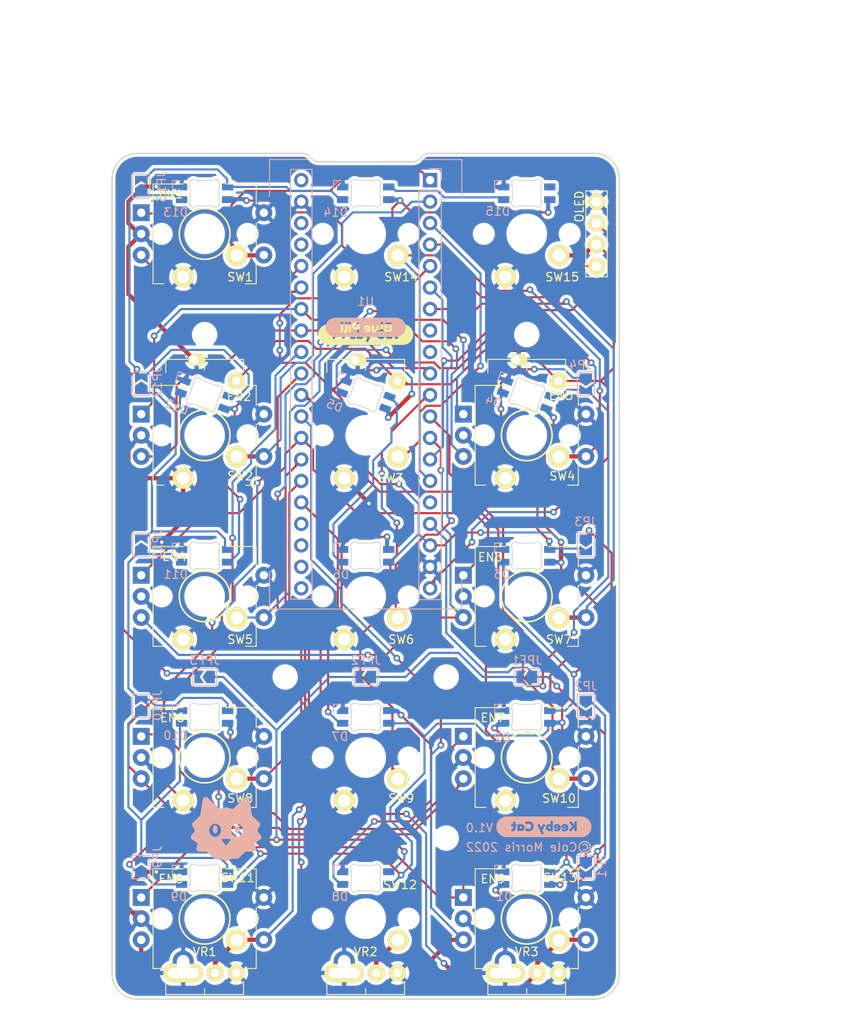
<source format=kicad_pcb>
(kicad_pcb (version 20211014) (generator pcbnew)
  (layers (0 "F.Cu" signal) (31 "B.Cu" signal) (34 "B.Paste" user) (35 "F.Paste" user) (36 "B.SilkS" user "B.Silkscreen") (37 "F.SilkS" user "F.Silkscreen") (38 "B.Mask" user) (39 "F.Mask" user) (44 "Edge.Cuts" user))
  (property "revision" "1.0")
  (net 0 "")
  (net 1 "GND")
  (net 2 "+5V")
  (net 3 "+3V3")
  (net 4 "KEY1")
  (net 5 "KEY4")
  (net 6 "KEY7")
  (net 7 "KEY2")
  (net 8 "KEY5")
  (net 9 "KEY8")
  (net 10 "KEY3")
  (net 11 "KEY6")
  (net 12 "KEY9")
  (net 13 "ENC1B")
  (net 14 "ENC1A")
  (net 15 "ENC2B")
  (net 16 "ENC2A")
  (net 17 "ENC3B")
  (net 18 "ENC3A")
  (net 19 "ENC4B")
  (net 20 "ENC4A")
  (net 28 "LED_DATA")
  (net 29 "ENC5A")
  (net 30 "ENC5B")
  (net 31 "KEY10")
  (net 32 "KEY11-POT1")
  (net 33 "KEY13-POT3")
  (net 34 "KEY12-POT2")
  (net 38 "SDA-SW")
  (net 39 "SCL-SW")
  (net 40 "Net-(D1-Pad2)")
  (net 41 "Net-(D2-Pad2)")
  (net 42 "Net-(D3-Pad2)")
  (net 43 "Net-(D4-Pad2)")
  (net 44 "Net-(D5-Pad2)")
  (net 45 "Net-(D6-Pad2)")
  (net 46 "Net-(D7-Pad2)")
  (net 47 "Net-(D8-Pad2)")
  (net 48 "Net-(D10-Pad4)")
  (net 49 "Net-(D10-Pad2)")
  (net 50 "Net-(D11-Pad2)")
  (net 51 "Net-(D12-Pad2)")
  (net 52 "Net-(D13-Pad2)")
  (net 53 "Net-(D14-Pad2)")
  (footprint "Keeby-Cat Footprints:RotaryEncoder_Alps_EC11E-Switch_Vertical_H20mm_nomount_alt" (layer "F.Cu") (at 73.11 109.45)
    (fp_text reference "EN4")
    (fp_text value "RotaryEncoder_Switch")
  )
  (footprint "Keeby-Cat Footprints:LED_MX_SK6812MINI-E" (layer "F.Cu") (at 73.11 109.45 180)
    (fp_text reference "D11")
    (fp_text value "SK6812MINI-E" hide)
    (fp_line (start 1.699999 4.097157) (end 1.699999 5.502841) (layer "Edge.Cuts") (width 0.1))
    (fp_line (start -0.794452 3.3) (end 0.794453 3.3) (layer "Edge.Cuts") (width 0.1))
    (fp_line (start -1.699999 5.502841) (end -1.699999 4.097157) (layer "Edge.Cuts") (width 0.1))
    (fp_line (start 0.794452 6.299999) (end -0.794452 6.299999) (layer "Edge.Cuts") (width 0.1))
    (fp_arc (start -1.04671 6.368298) (mid -0.925122 6.317376) (end -0.794452 6.299999) (layer "Edge.Cuts") (width 0.1))
    (fp_arc (start -1.749484 3.880279) (mid -1.712527 3.985931) (end -1.699999 4.097157) (layer "Edge.Cuts") (width 0.1))
    (fp_arc (start -1.699999 5.502842) (mid -1.712527 5.614067) (end -1.749484 5.719719) (layer "Edge.Cuts") (width 0.1))
    (fp_arc (start 0.794452 6.299999) (mid 0.925123 6.317376) (end 1.046711 6.368298) (layer "Edge.Cuts") (width 0.1))
    (fp_arc (start 1.699999 4.097156) (mid 1.712526 3.98593) (end 1.749484 3.880279) (layer "Edge.Cuts") (width 0.1))
    (fp_arc (start 1.749484 5.719719) (mid 1.712511 5.61407) (end 1.699999 5.502841) (layer "Edge.Cuts") (width 0.1))
    (fp_arc (start 1.046711 3.231701) (mid 0.925123 3.282623) (end 0.794453 3.3) (layer "Edge.Cuts") (width 0.1))
    (fp_arc (start 1.749484 5.719718) (mid 1.638072 6.304034) (end 1.046711 6.368298) (layer "Edge.Cuts") (width 0.1))
    (fp_arc (start -1.749484 3.880279) (mid -1.638071 3.295964) (end -1.046711 3.2317) (layer "Edge.Cuts") (width 0.1))
    (fp_arc (start -1.046711 6.368296) (mid -1.63807 6.304033) (end -1.749484 5.719719) (layer "Edge.Cuts") (width 0.1))
    (fp_arc (start -0.794453 3.299999) (mid -0.925123 3.282622) (end -1.046711 3.2317) (layer "Edge.Cuts") (width 0.1))
    (fp_arc (start 1.046711 3.231701) (mid 1.638071 3.295964) (end 1.749484 3.880279) (layer "Edge.Cuts") (width 0.1))
  )
  (footprint "Keeby-Cat Footprints:RotaryEncoder_Alps_EC11E-Switch_Vertical_H20mm_nomount_alt" (layer "F.Cu") (at 111.21 90.4)
    (fp_text reference "EN3")
    (fp_text value "RotaryEncoder_Switch")
  )
  (footprint "kbd-footprints:CherryMX_1u_north" (layer "F.Cu") (at 111.21 90.4)
    (fp_text reference "SW4")
    (fp_text value "SW_Push" hide)
  )
  (footprint "Keeby-Cat Footprints:LED_MX_SK6812MINI-E" (layer "F.Cu") (at 111.21 66.5875 180)
    (fp_text reference "D15")
    (fp_text value "SK6812MINI-E" hide)
    (fp_line (start 1.699999 4.097157) (end 1.699999 5.502841) (layer "Edge.Cuts") (width 0.1))
    (fp_line (start 0.794452 6.299999) (end -0.794452 6.299999) (layer "Edge.Cuts") (width 0.1))
    (fp_line (start -0.794452 3.3) (end 0.794453 3.3) (layer "Edge.Cuts") (width 0.1))
    (fp_line (start -1.699999 5.502841) (end -1.699999 4.097157) (layer "Edge.Cuts") (width 0.1))
    (fp_arc (start -1.749484 3.880279) (mid -1.712527 3.985931) (end -1.699999 4.097157) (layer "Edge.Cuts") (width 0.1))
    (fp_arc (start 1.749484 5.719718) (mid 1.638072 6.304034) (end 1.046711 6.368298) (layer "Edge.Cuts") (width 0.1))
    (fp_arc (start -1.04671 6.368298) (mid -0.925122 6.317376) (end -0.794452 6.299999) (layer "Edge.Cuts") (width 0.1))
    (fp_arc (start 1.046711 3.231701) (mid 1.638071 3.295964) (end 1.749484 3.880279) (layer "Edge.Cuts") (width 0.1))
    (fp_arc (start -1.699999 5.502842) (mid -1.712527 5.614067) (end -1.749484 5.719719) (layer "Edge.Cuts") (width 0.1))
    (fp_arc (start -1.046711 6.368296) (mid -1.63807 6.304033) (end -1.749484 5.719719) (layer "Edge.Cuts") (width 0.1))
    (fp_arc (start 1.749484 5.719719) (mid 1.712511 5.61407) (end 1.699999 5.502841) (layer "Edge.Cuts") (width 0.1))
    (fp_arc (start 0.794452 6.299999) (mid 0.925123 6.317376) (end 1.046711 6.368298) (layer "Edge.Cuts") (width 0.1))
    (fp_arc (start -0.794453 3.299999) (mid -0.925123 3.282622) (end -1.046711 3.2317) (layer "Edge.Cuts") (width 0.1))
    (fp_arc (start 1.699999 4.097156) (mid 1.712526 3.98593) (end 1.749484 3.880279) (layer "Edge.Cuts") (width 0.1))
    (fp_arc (start 1.046711 3.231701) (mid 0.925123 3.282623) (end 0.794453 3.3) (layer "Edge.Cuts") (width 0.1))
    (fp_arc (start -1.749484 3.880279) (mid -1.638071 3.295964) (end -1.046711 3.2317) (layer "Edge.Cuts") (width 0.1))
  )
  (footprint "Keeby-Cat Footprints:CherryMX_1u_north_potcombo" (layer "F.Cu") (at 111.21 147.55)
    (fp_text reference "SW13")
    (fp_text value "SW_Push" hide)
  )
  (footprint "Keeby-Cat Footprints:MountingHole_2.2mm_M2_DIN965" (layer "F.Cu") (at 101.685 138.025)
    (fp_text reference "H5" hide)
    (fp_text value "MountingHole")
  )
  (footprint "kibuzzard-6226FF10" (layer "F.Cu") (at 92.16 78.49375)
    (fp_text reference "kibuzzard-6226FF10" hide)
    (fp_text value "G***" hide)
  )
  (footprint "Keeby-Cat Footprints:RotaryEncoder_Alps_EC11E-Switch_Vertical_H20mm_nomount_alt" (layer "F.Cu") (at 111.21 128.5)
    (fp_text reference "EN7")
    (fp_text value "RotaryEncoder_Switch")
  )
  (footprint "Keeby-Cat Footprints:LED_MX_SK6812MINI-E" (layer "F.Cu") (at 111.21 109.45 180)
    (fp_text reference "D3")
    (fp_text value "SK6812MINI-E" hide)
    (fp_line (start -0.794452 3.3) (end 0.794453 3.3) (layer "Edge.Cuts") (width 0.1))
    (fp_line (start 1.699999 4.097157) (end 1.699999 5.502841) (layer "Edge.Cuts") (width 0.1))
    (fp_line (start 0.794452 6.299999) (end -0.794452 6.299999) (layer "Edge.Cuts") (width 0.1))
    (fp_line (start -1.699999 5.502841) (end -1.699999 4.097157) (layer "Edge.Cuts") (width 0.1))
    (fp_arc (start -1.749484 3.880279) (mid -1.638071 3.295964) (end -1.046711 3.2317) (layer "Edge.Cuts") (width 0.1))
    (fp_arc (start 1.749484 5.719719) (mid 1.712511 5.61407) (end 1.699999 5.502841) (layer "Edge.Cuts") (width 0.1))
    (fp_arc (start -1.046711 6.368296) (mid -1.63807 6.304033) (end -1.749484 5.719719) (layer "Edge.Cuts") (width 0.1))
    (fp_arc (start -0.794453 3.299999) (mid -0.925123 3.282622) (end -1.046711 3.2317) (layer "Edge.Cuts") (width 0.1))
    (fp_arc (start -1.04671 6.368298) (mid -0.925122 6.317376) (end -0.794452 6.299999) (layer "Edge.Cuts") (width 0.1))
    (fp_arc (start 1.046711 3.231701) (mid 0.925123 3.282623) (end 0.794453 3.3) (layer "Edge.Cuts") (width 0.1))
    (fp_arc (start -1.749484 3.880279) (mid -1.712527 3.985931) (end -1.699999 4.097157) (layer "Edge.Cuts") (width 0.1))
    (fp_arc (start 1.749484 5.719718) (mid 1.638072 6.304034) (end 1.046711 6.368298) (layer "Edge.Cuts") (width 0.1))
    (fp_arc (start -1.699999 5.502842) (mid -1.712527 5.614067) (end -1.749484 5.719719) (layer "Edge.Cuts") (width 0.1))
    (fp_arc (start 1.699999 4.097156) (mid 1.712526 3.98593) (end 1.749484 3.880279) (layer "Edge.Cuts") (width 0.1))
    (fp_arc (start 1.046711 3.231701) (mid 1.638071 3.295964) (end 1.749484 3.880279) (layer "Edge.Cuts") (width 0.1))
    (fp_arc (start 0.794452 6.299999) (mid 0.925123 6.317376) (end 1.046711 6.368298) (layer "Edge.Cuts") (width 0.1))
  )
  (footprint "Keeby-Cat Footprints:RotaryEncoder_Alps_EC11E-Switch_Vertical_H20mm_nomount_alt" (layer "F.Cu") (at 73.11 128.5)
    (fp_text reference "EN6")
    (fp_text value "RotaryEncoder_Switch")
  )
  (footprint "Keeby-Cat Footprints:LED_MX_SK6812MINI-E" (layer "F.Cu") (at 92.16 128.5 180)
    (fp_text reference "D7")
    (fp_text value "SK6812MINI-E" hide)
    (fp_line (start -0.794452 3.3) (end 0.794453 3.3) (layer "Edge.Cuts") (width 0.1))
    (fp_line (start 1.699999 4.097157) (end 1.699999 5.502841) (layer "Edge.Cuts") (width 0.1))
    (fp_line (start 0.794452 6.299999) (end -0.794452 6.299999) (layer "Edge.Cuts") (width 0.1))
    (fp_line (start -1.699999 5.502841) (end -1.699999 4.097157) (layer "Edge.Cuts") (width 0.1))
    (fp_arc (start -0.794453 3.299999) (mid -0.925123 3.282622) (end -1.046711 3.2317) (layer "Edge.Cuts") (width 0.1))
    (fp_arc (start -1.749484 3.880279) (mid -1.638071 3.295964) (end -1.046711 3.2317) (layer "Edge.Cuts") (width 0.1))
    (fp_arc (start 1.749484 5.719719) (mid 1.712511 5.61407) (end 1.699999 5.502841) (layer "Edge.Cuts") (width 0.1))
    (fp_arc (start 1.046711 3.231701) (mid 0.925123 3.282623) (end 0.794453 3.3) (layer "Edge.Cuts") (width 0.1))
    (fp_arc (start 1.749484 5.719718) (mid 1.638072 6.304034) (end 1.046711 6.368298) (layer "Edge.Cuts") (width 0.1))
    (fp_arc (start 1.699999 4.097156) (mid 1.712526 3.98593) (end 1.749484 3.880279) (layer "Edge.Cuts") (width 0.1))
    (fp_arc (start 0.794452 6.299999) (mid 0.925123 6.317376) (end 1.046711 6.368298) (layer "Edge.Cuts") (width 0.1))
    (fp_arc (start -1.046711 6.368296) (mid -1.63807 6.304033) (end -1.749484 5.719719) (layer "Edge.Cuts") (width 0.1))
    (fp_arc (start -1.749484 3.880279) (mid -1.712527 3.985931) (end -1.699999 4.097157) (layer "Edge.Cuts") (width 0.1))
    (fp_arc (start -1.699999 5.502842) (mid -1.712527 5.614067) (end -1.749484 5.719719) (layer "Edge.Cuts") (width 0.1))
    (fp_arc (start -1.04671 6.368298) (mid -0.925122 6.317376) (end -0.794452 6.299999) (layer "Edge.Cuts") (width 0.1))
    (fp_arc (start 1.046711 3.231701) (mid 1.638071 3.295964) (end 1.749484 3.880279) (layer "Edge.Cuts") (width 0.1))
  )
  (footprint "Keeby-Cat Footprints:RotaryEncoder_Alps_EC11E-Switch_Vertical_H20mm_nomount_alt" (layer "F.Cu") (at 73.11 147.55)
    (fp_text reference "EN8")
    (fp_text value "RotaryEncoder_Switch")
  )
  (footprint "kbd-footprints:CherryMX_1u_north" (layer "F.Cu") (at 92.16 90.4)
    (fp_text reference "SW3")
    (fp_text value "SW_Push" hide)
  )
  (footprint "Keeby-Cat Footprints:LED_MX_SK6812MINI-E" (layer "F.Cu") (at 92.16 66.5875 180)
    (fp_text reference "D14")
    (fp_text value "SK6812MINI-E" hide)
    (fp_line (start 0.794452 6.299999) (end -0.794452 6.299999) (layer "Edge.Cuts") (width 0.1))
    (fp_line (start -1.699999 5.502841) (end -1.699999 4.097157) (layer "Edge.Cuts") (width 0.1))
    (fp_line (start 1.699999 4.097157) (end 1.699999 5.502841) (layer "Edge.Cuts") (width 0.1))
    (fp_line (start -0.794452 3.3) (end 0.794453 3.3) (layer "Edge.Cuts") (width 0.1))
    (fp_arc (start 1.749484 5.719719) (mid 1.712511 5.61407) (end 1.699999 5.502841) (layer "Edge.Cuts") (width 0.1))
    (fp_arc (start -1.699999 5.502842) (mid -1.712527 5.614067) (end -1.749484 5.719719) (layer "Edge.Cuts") (width 0.1))
    (fp_arc (start 1.046711 3.231701) (mid 0.925123 3.282623) (end 0.794453 3.3) (layer "Edge.Cuts") (width 0.1))
    (fp_arc (start 1.699999 4.097156) (mid 1.712526 3.98593) (end 1.749484 3.880279) (layer "Edge.Cuts") (width 0.1))
    (fp_arc (start -0.794453 3.299999) (mid -0.925123 3.282622) (end -1.046711 3.2317) (layer "Edge.Cuts") (width 0.1))
    (fp_arc (start -1.749484 3.880279) (mid -1.712527 3.985931) (end -1.699999 4.097157) (layer "Edge.Cuts") (width 0.1))
    (fp_arc (start -1.749484 3.880279) (mid -1.638071 3.295964) (end -1.046711 3.2317) (layer "Edge.Cuts") (width 0.1))
    (fp_arc (start 1.046711 3.231701) (mid 1.638071 3.295964) (end 1.749484 3.880279) (layer "Edge.Cuts") (width 0.1))
    (fp_arc (start -1.04671 6.368298) (mid -0.925122 6.317376) (end -0.794452 6.299999) (layer "Edge.Cuts") (width 0.1))
    (fp_arc (start 0.794452 6.299999) (mid 0.925123 6.317376) (end 1.046711 6.368298) (layer "Edge.Cuts") (width 0.1))
    (fp_arc (start 1.749484 5.719718) (mid 1.638072 6.304034) (end 1.046711 6.368298) (layer "Edge.Cuts") (width 0.1))
    (fp_arc (start -1.046711 6.368296) (mid -1.63807 6.304033) (end -1.749484 5.719719) (layer "Edge.Cuts") (width 0.1))
  )
  (footprint "Keeby-Cat Footprints:RotaryEncoder_Alps_EC11E-Switch_Vertical_H20mm_nomount_alt" (layer "F.Cu") (at 111.21 147.55)
    (fp_text reference "EN9")
    (fp_text value "RotaryEncoder_Switch")
  )
  (footprint "kbd-footprints:CherryMX_1u_north" (layer "F.Cu") (at 92.16 66.5875)
    (fp_text reference "SW14")
    (fp_text value "SW_Push" hide)
  )
  (footprint "kbd-footprints:OLED_v2" (layer "F.Cu") (at 119.465 66.5875 90)
    (fp_text reference "OL1")
    (fp_text value "OLED" hide)
  )
  (footprint "Keeby-Cat Footprints:LED_MX_SK6812MINI-E" (layer "F.Cu") (at 111.21 128.5 180)
    (fp_text reference "D2")
    (fp_text value "SK6812MINI-E" hide)
    (fp_line (start -1.699999 5.502841) (end -1.699999 4.097157) (layer "Edge.Cuts") (width 0.1))
    (fp_line (start 1.699999 4.097157) (end 1.699999 5.502841) (layer "Edge.Cuts") (width 0.1))
    (fp_line (start 0.794452 6.299999) (end -0.794452 6.299999) (layer "Edge.Cuts") (width 0.1))
    (fp_line (start -0.794452 3.3) (end 0.794453 3.3) (layer "Edge.Cuts") (width 0.1))
    (fp_arc (start -1.749484 3.880279) (mid -1.712527 3.985931) (end -1.699999 4.097157) (layer "Edge.Cuts") (width 0.1))
    (fp_arc (start 1.046711 3.231701) (mid 1.638071 3.295964) (end 1.749484 3.880279) (layer "Edge.Cuts") (width 0.1))
    (fp_arc (start -1.749484 3.880279) (mid -1.638071 3.295964) (end -1.046711 3.2317) (layer "Edge.Cuts") (width 0.1))
    (fp_arc (start -1.046711 6.368296) (mid -1.63807 6.304033) (end -1.749484 5.719719) (layer "Edge.Cuts") (width 0.1))
    (fp_arc (start -0.794453 3.299999) (mid -0.925123 3.282622) (end -1.046711 3.2317) (layer "Edge.Cuts") (width 0.1))
    (fp_arc (start 1.749484 5.719718) (mid 1.638072 6.304034) (end 1.046711 6.368298) (layer "Edge.Cuts") (width 0.1))
    (fp_arc (start 1.699999 4.097156) (mid 1.712526 3.98593) (end 1.749484 3.880279) (layer "Edge.Cuts") (width 0.1))
    (fp_arc (start 1.046711 3.231701) (mid 0.925123 3.282623) (end 0.794453 3.3) (layer "Edge.Cuts") (width 0.1))
    (fp_arc (start 0.794452 6.299999) (mid 0.925123 6.317376) (end 1.046711 6.368298) (layer "Edge.Cuts") (width 0.1))
    (fp_arc (start -1.699999 5.502842) (mid -1.712527 5.614067) (end -1.749484 5.719719) (layer "Edge.Cuts") (width 0.1))
    (fp_arc (start 1.749484 5.719719) (mid 1.712511 5.61407) (end 1.699999 5.502841) (layer "Edge.Cuts") (width 0.1))
    (fp_arc (start -1.04671 6.368298) (mid -0.925122 6.317376) (end -0.794452 6.299999) (layer "Edge.Cuts") (width 0.1))
  )
  (footprint "Keeby-Cat Footprints:LED_MX_SK6812MINI-E" (layer "F.Cu") (at 92.16 109.45 180)
    (fp_text reference "D6")
    (fp_text value "SK6812MINI-E" hide)
    (fp_line (start 1.699999 4.097157) (end 1.699999 5.502841) (layer "Edge.Cuts") (width 0.1))
    (fp_line (start -0.794452 3.3) (end 0.794453 3.3) (layer "Edge.Cuts") (width 0.1))
    (fp_line (start 0.794452 6.299999) (end -0.794452 6.299999) (layer "Edge.Cuts") (width 0.1))
    (fp_line (start -1.699999 5.502841) (end -1.699999 4.097157) (layer "Edge.Cuts") (width 0.1))
    (fp_arc (start 1.749484 5.719718) (mid 1.638072 6.304034) (end 1.046711 6.368298) (layer "Edge.Cuts") (width 0.1))
    (fp_arc (start -1.749484 3.880279) (mid -1.638071 3.295964) (end -1.046711 3.2317) (layer "Edge.Cuts") (width 0.1))
    (fp_arc (start -1.046711 6.368296) (mid -1.63807 6.304033) (end -1.749484 5.719719) (layer "Edge.Cuts") (width 0.1))
    (fp_arc (start 1.046711 3.231701) (mid 1.638071 3.295964) (end 1.749484 3.880279) (layer "Edge.Cuts") (width 0.1))
    (fp_arc (start 0.794452 6.299999) (mid 0.925123 6.317376) (end 1.046711 6.368298) (layer "Edge.Cuts") (width 0.1))
    (fp_arc (start -1.699999 5.502842) (mid -1.712527 5.614067) (end -1.749484 5.719719) (layer "Edge.Cuts") (width 0.1))
    (fp_arc (start -0.794453 3.299999) (mid -0.925123 3.282622) (end -1.046711 3.2317) (layer "Edge.Cuts") (width 0.1))
    (fp_arc (start -1.749484 3.880279) (mid -1.712527 3.985931) (end -1.699999 4.097157) (layer "Edge.Cuts") (width 0.1))
    (fp_arc (start 1.749484 5.719719) (mid 1.712511 5.61407) (end 1.699999 5.502841) (layer "Edge.Cuts") (width 0.1))
    (fp_arc (start 1.699999 4.097156) (mid 1.712526 3.98593) (end 1.749484 3.880279) (layer "Edge.Cuts") (width 0.1))
    (fp_arc (start 1.046711 3.231701) (mid 0.925123 3.282623) (end 0.794453 3.3) (layer "Edge.Cuts") (width 0.1))
    (fp_arc (start -1.04671 6.368298) (mid -0.925122 6.317376) (end -0.794452 6.299999) (layer "Edge.Cuts") (width 0.1))
  )
  (footprint "Keeby-Cat Footprints:LED_MX_SK6812MINI-E" (layer "F.Cu") (at 92.16 147.55 180)
    (fp_text reference "D8")
    (fp_text value "SK6812MINI-E" hide)
    (fp_line (start -0.794452 3.3) (end 0.794453 3.3) (layer "Edge.Cuts") (width 0.1))
    (fp_line (start 0.794452 6.299999) (end -0.794452 6.299999) (layer "Edge.Cuts") (width 0.1))
    (fp_line (start -1.699999 5.502841) (end -1.699999 4.097157) (layer "Edge.Cuts") (width 0.1))
    (fp_line (start 1.699999 4.097157) (end 1.699999 5.502841) (layer "Edge.Cuts") (width 0.1))
    (fp_arc (start 1.699999 4.097156) (mid 1.712526 3.98593) (end 1.749484 3.880279) (layer "Edge.Cuts") (width 0.1))
    (fp_arc (start 1.046711 3.231701) (mid 1.638071 3.295964) (end 1.749484 3.880279) (layer "Edge.Cuts") (width 0.1))
    (fp_arc (start -1.749484 3.880279) (mid -1.712527 3.985931) (end -1.699999 4.097157) (layer "Edge.Cuts") (width 0.1))
    (fp_arc (start 1.046711 3.231701) (mid 0.925123 3.282623) (end 0.794453 3.3) (layer "Edge.Cuts") (width 0.1))
    (fp_arc (start 0.794452 6.299999) (mid 0.925123 6.317376) (end 1.046711 6.368298) (layer "Edge.Cuts") (width 0.1))
    (fp_arc (start 1.749484 5.719718) (mid 1.638072 6.304034) (end 1.046711 6.368298) (layer "Edge.Cuts") (width 0.1))
    (fp_arc (start -1.04671 6.368298) (mid -0.925122 6.317376) (end -0.794452 6.299999) (layer "Edge.Cuts") (width 0.1))
    (fp_arc (start 1.749484 5.719719) (mid 1.712511 5.61407) (end 1.699999 5.502841) (layer "Edge.Cuts") (width 0.1))
    (fp_arc (start -1.046711 6.368296) (mid -1.63807 6.304033) (end -1.749484 5.719719) (layer "Edge.Cuts") (width 0.1))
    (fp_arc (start -0.794453 3.299999) (mid -0.925123 3.282622) (end -1.046711 3.2317) (layer "Edge.Cuts") (width 0.1))
    (fp_arc (start -1.749484 3.880279) (mid -1.638071 3.295964) (end -1.046711 3.2317) (layer "Edge.Cuts") (width 0.1))
    (fp_arc (start -1.699999 5.502842) (mid -1.712527 5.614067) (end -1.749484 5.719719) (layer "Edge.Cuts") (width 0.1))
  )
  (footprint "Keeby-Cat Footprints:LED_MX_SK6812MINI-E" (layer "F.Cu") (at 73.11 66.5875 180)
    (fp_text reference "D13")
    (fp_text value "SK6812MINI-E" hide)
    (fp_line (start 1.699999 4.097157) (end 1.699999 5.502841) (layer "Edge.Cuts") (width 0.1))
    (fp_line (start -1.699999 5.502841) (end -1.699999 4.097157) (layer "Edge.Cuts") (width 0.1))
    (fp_line (start 0.794452 6.299999) (end -0.794452 6.299999) (layer "Edge.Cuts") (width 0.1))
    (fp_line (start -0.794452 3.3) (end 0.794453 3.3) (layer "Edge.Cuts") (width 0.1))
    (fp_arc (start 1.749484 5.719718) (mid 1.638072 6.304034) (end 1.046711 6.368298) (layer "Edge.Cuts") (width 0.1))
    (fp_arc (start -1.04671 6.368298) (mid -0.925122 6.317376) (end -0.794452 6.299999) (layer "Edge.Cuts") (width 0.1))
    (fp_arc (start 1.749484 5.719719) (mid 1.712511 5.61407) (end 1.699999 5.502841) (layer "Edge.Cuts") (width 0.1))
    (fp_arc (start -0.794453 3.299999) (mid -0.925123 3.282622) (end -1.046711 3.2317) (layer "Edge.Cuts") (width 0.1))
    (fp_arc (start 0.794452 6.299999) (mid 0.925123 6.317376) (end 1.046711 6.368298) (layer "Edge.Cuts") (width 0.1))
    (fp_arc (start -1.046711 6.368296) (mid -1.63807 6.304033) (end -1.749484 5.719719) (layer "Edge.Cuts") (width 0.1))
    (fp_arc (start 1.046711 3.231701) (mid 1.638071 3.295964) (end 1.749484 3.880279) (layer "Edge.Cuts") (width 0.1))
    (fp_arc (start -1.749484 3.880279) (mid -1.638071 3.295964) (end -1.046711 3.2317) (layer "Edge.Cuts") (width 0.1))
    (fp_arc (start -1.699999 5.502842) (mid -1.712527 5.614067) (end -1.749484 5.719719) (layer "Edge.Cuts") (width 0.1))
    (fp_arc (start -1.749484 3.880279) (mid -1.712527 3.985931) (end -1.699999 4.097157) (layer "Edge.Cuts") (width 0.1))
    (fp_arc (start 1.699999 4.097156) (mid 1.712526 3.98593) (end 1.749484 3.880279) (layer "Edge.Cuts") (width 0.1))
    (fp_arc (start 1.046711 3.231701) (mid 0.925123 3.282623) (end 0.794453 3.3) (layer "Edge.Cuts") (width 0.1))
  )
  (footprint "kbd-footprints:CherryMX_1u_north" (layer "F.Cu") (at 92.16 128.5)
    (fp_text reference "SW9")
    (fp_text value "SW_Push" hide)
  )
  (footprint "Keeby-Cat Footprints:RotaryEncoder_Alps_EC11E-Switch_Vertical_H20mm_nomount_alt" (layer "F.Cu") (at 73.11 66.5875)
    (fp_text reference "EN1")
    (fp_text value "RotaryEncoder_Switch")
  )
  (footprint "Keeby-Cat Footprints:LED_MX_SK6812MINI-E" (layer "F.Cu") (at 111.21 147.55 180)
    (fp_text reference "D1")
    (fp_text value "SK6812MINI-E" hide)
    (fp_line (start -0.794452 3.3) (end 0.794453 3.3) (layer "Edge.Cuts") (width 0.1))
    (fp_line (start 1.699999 4.097157) (end 1.699999 5.502841) (layer "Edge.Cuts") (width 0.1))
    (fp_line (start -1.699999 5.502841) (end -1.699999 4.097157) (layer "Edge.Cuts") (width 0.1))
    (fp_line (start 0.794452 6.299999) (end -0.794452 6.299999) (layer "Edge.Cuts") (width 0.1))
    (fp_arc (start -1.046711 6.368296) (mid -1.63807 6.304033) (end -1.749484 5.719719) (layer "Edge.Cuts") (width 0.1))
    (fp_arc (start 1.046711 3.231701) (mid 1.638071 3.295964) (end 1.749484 3.880279) (layer "Edge.Cuts") (width 0.1))
    (fp_arc (start -0.794453 3.299999) (mid -0.925123 3.282622) (end -1.046711 3.2317) (layer "Edge.Cuts") (width 0.1))
    (fp_arc (start -1.699999 5.502842) (mid -1.712527 5.614067) (end -1.749484 5.719719) (layer "Edge.Cuts") (width 0.1))
    (fp_arc (start 1.046711 3.231701) (mid 0.925123 3.282623) (end 0.794453 3.3) (layer "Edge.Cuts") (width 0.1))
    (fp_arc (start -1.04671 6.368298) (mid -0.925122 6.317376) (end -0.794452 6.299999) (layer "Edge.Cuts") (width 0.1))
    (fp_arc (start 1.749484 5.719719) (mid 1.712511 5.61407) (end 1.699999 5.502841) (layer "Edge.Cuts") (width 0.1))
    (fp_arc (start 1.699999 4.097156) (mid 1.712526 3.98593) (end 1.749484 3.880279) (layer "Edge.Cuts") (width 0.1))
    (fp_arc (start -1.749484 3.880279) (mid -1.712527 3.985931) (end -1.699999 4.097157) (layer "Edge.Cuts") (width 0.1))
    (fp_arc (start -1.749484 3.880279) (mid -1.638071 3.295964) (end -1.046711 3.2317) (layer "Edge.Cuts") (width 0.1))
    (fp_arc (start 0.794452 6.299999) (mid 0.925123 6.317376) (end 1.046711 6.368298) (layer "Edge.Cuts") (width 0.1))
    (fp_arc (start 1.749484 5.719718) (mid 1.638072 6.304034) (end 1.046711 6.368298) (layer "Edge.Cuts") (width 0.1))
  )
  (footprint "Keeby-Cat Footprints:MountingHole_2.2mm_M2_DIN965" (layer "F.Cu") (at 101.685 118.975)
    (fp_text reference "H4" hide)
    (fp_text value "MountingHole")
  )
  (footprint "Keeby-Cat Footprints:CherryMX_1u_north_potcombo" (layer "F.Cu") (at 73.11 147.55)
    (fp_text reference "SW11")
    (fp_text value "SW_Push" hide)
  )
  (footprint "kbd-footprints:CherryMX_1u_north" (layer "F.Cu") (at 111.21 66.5875)
    (fp_text reference "SW15")
    (fp_text value "SW_Push" hide)
  )
  (footprint "Keeby-Cat Footprints:PS60M Single-pin" (layer "F.Cu") (at 111.21 118.975 180)
    (fp_text reference "VR3")
    (fp_text value "L_POT_Dual_PS60M_combo")
  )
  (footprint "Keeby-Cat Footprints:LED_MX_SK6812MINI-E_rotated" (layer "F.Cu") (at 73.11 90.4 180)
    (fp_text reference "D12")
    (fp_text value "SK6812MINI-E" hide)
    (fp_line (start 0.233512 6.481257) (end -1.259571 5.937819) (layer "Edge.Cuts") (width 0.1))
    (fp_line (start -1.837862 4.879021) (end -1.35709 3.55811) (layer "Edge.Cuts") (width 0.1))
    (fp_line (start -0.23351 3.118742) (end 1.259572 3.66218) (layer "Edge.Cuts") (width 0.1))
    (fp_line (start 1.837863 4.720978) (end 1.357091 6.041888) (layer "Edge.Cuts") (width 0.1))
    (fp_arc (start 0.233512 6.481257) (mid 0.350358 6.542278) (end 0.447197 6.631714) (layer "Edge.Cuts") (width 0.1))
    (fp_arc (start 1.329415 6.262612) (mid 1.330823 6.150692) (end 1.357091 6.041888) (layer "Edge.Cuts") (width 0.1))
    (fp_arc (start 1.329415 6.26261) (mid 1.024875 6.773584) (end 0.447197 6.631714) (layer "Edge.Cuts") (width 0.1))
    (fp_arc (start -0.233511 3.118741) (mid -0.350357 3.05772) (end -0.447196 2.968284) (layer "Edge.Cuts") (width 0.1))
    (fp_arc (start 1.837863 4.720977) (mid 1.887689 4.620751) (end 1.95854 4.534104) (layer "Edge.Cuts") (width 0.1))
    (fp_arc (start 1.519976 3.684277) (mid 1.388305 3.690535) (end 1.259572 3.66218) (layer "Edge.Cuts") (width 0.1))
    (fp_arc (start 1.519976 3.684277) (mid 2.053692 3.946922) (end 1.95854 4.534104) (layer "Edge.Cuts") (width 0.1))
    (fp_arc (start -1.329414 3.337386) (mid -1.330821 3.449307) (end -1.35709 3.55811) (layer "Edge.Cuts") (width 0.1))
    (fp_arc (start -1.329414 3.337386) (mid -1.024872 2.826416) (end -0.447196 2.968284) (layer "Edge.Cuts") (width 0.1))
    (fp_arc (start -1.519975 5.915722) (mid -1.388304 5.909456) (end -1.259571 5.937819) (layer "Edge.Cuts") (width 0.1))
    (fp_arc (start -1.837863 4.879022) (mid -1.887677 4.979255) (end -1.95854 5.065894) (layer "Edge.Cuts") (width 0.1))
    (fp_arc (start -1.519975 5.91572) (mid -2.053692 5.653075) (end -1.95854 5.065894) (layer "Edge.Cuts") (width 0.1))
  )
  (footprint "Keeby-Cat Footprints:LED_MX_SK6812MINI-E" (layer "F.Cu") (at 73.11 147.55 180)
    (fp_text reference "D9")
    (fp_text value "SK6812MINI-E" hide)
    (fp_line (start -0.794452 3.3) (end 0.794453 3.3) (layer "Edge.Cuts") (width 0.1))
    (fp_line (start -1.699999 5.502841) (end -1.699999 4.097157) (layer "Edge.Cuts") (width 0.1))
    (fp_line (start 0.794452 6.299999) (end -0.794452 6.299999) (layer "Edge.Cuts") (width 0.1))
    (fp_line (start 1.699999 4.097157) (end 1.699999 5.502841) (layer "Edge.Cuts") (width 0.1))
    (fp_arc (start 1.749484 5.719718) (mid 1.638072 6.304034) (end 1.046711 6.368298) (layer "Edge.Cuts") (width 0.1))
    (fp_arc (start -1.04671 6.368298) (mid -0.925122 6.317376) (end -0.794452 6.299999) (layer "Edge.Cuts") (width 0.1))
    (fp_arc (start -1.699999 5.502842) (mid -1.712527 5.614067) (end -1.749484 5.719719) (layer "Edge.Cuts") (width 0.1))
    (fp_arc (start 1.699999 4.097156) (mid 1.712526 3.98593) (end 1.749484 3.880279) (layer "Edge.Cuts") (width 0.1))
    (fp_arc (start -1.749484 3.880279) (mid -1.638071 3.295964) (end -1.046711 3.2317) (layer "Edge.Cuts") (width 0.1))
    (fp_arc (start -0.794453 3.299999) (mid -0.925123 3.282622) (end -1.046711 3.2317) (layer "Edge.Cuts") (width 0.1))
    (fp_arc (start 1.046711 3.231701) (mid 0.925123 3.282623) (end 0.794453 3.3) (layer "Edge.Cuts") (width 0.1))
    (fp_arc (start 1.046711 3.231701) (mid 1.638071 3.295964) (end 1.749484 3.880279) (layer "Edge.Cuts") (width 0.1))
    (fp_arc (start 1.749484 5.719719) (mid 1.712511 5.61407) (end 1.699999 5.502841) (layer "Edge.Cuts") (width 0.1))
    (fp_arc (start -1.046711 6.368296) (mid -1.63807 6.304033) (end -1.749484 5.719719) (layer "Edge.Cuts") (width 0.1))
    (fp_arc (start 0.794452 6.299999) (mid 0.925123 6.317376) (end 1.046711 6.368298) (layer "Edge.Cuts") (width 0.1))
    (fp_arc (start -1.749484 3.880279) (mid -1.712527 3.985931) (end -1.699999 4.097157) (layer "Edge.Cuts") (width 0.1))
  )
  (footprint "kbd-footprints:CherryMX_1u_north" (layer "F.Cu") (at 73.11 128.5)
    (fp_text reference "SW8")
    (fp_text value "SW_Push" hide)
  )
  (footprint "Keeby-Cat Footprints:RotaryEncoder_Alps_EC11E-Switch_Vertical_H20mm_nomount_alt" (layer "F.Cu") (at 111.21 109.45)
    (fp_text reference "EN5")
    (fp_text value "RotaryEncoder_Switch")
  )
  (footprint "Keeby-Cat Footprints:CherryMX_1u_north_potcombo" (layer "F.Cu") (at 92.16 147.55)
    (fp_text reference "SW12")
    (fp_text value "SW_Push" hide)
  )
  (footprint "Keeby-Cat Footprints:PS60M Single-pin" (layer "F.Cu") (at 73.11 118.975 180)
    (fp_text reference "VR1")
    (fp_text value "L_POT_Dual_PS60M_combo")
  )
  (footprint "Keeby-Cat Footprints:LED_MX_SK6812MINI-E" (layer "F.Cu") (at 73.11 128.5 180)
    (fp_text reference "D10")
    (fp_text value "SK6812MINI-E" hide)
    (fp_line (start -1.699999 5.502841) (end -1.699999 4.097157) (layer "Edge.Cuts") (width 0.1))
    (fp_line (start -0.794452 3.3) (end 0.794453 3.3) (layer "Edge.Cuts") (width 0.1))
    (fp_line (start 1.699999 4.097157) (end 1.699999 5.502841) (layer "Edge.Cuts") (width 0.1))
    (fp_line (start 0.794452 6.299999) (end -0.794452 6.299999) (layer "Edge.Cuts") (width 0.1))
    (fp_arc (start -0.794453 3.299999) (mid -0.925123 3.282622) (end -1.046711 3.2317) (layer "Edge.Cuts") (width 0.1))
    (fp_arc (start -1.749484 3.880279) (mid -1.712527 3.985931) (end -1.699999 4.097157) (layer "Edge.Cuts") (width 0.1))
    (fp_arc (start 1.046711 3.231701) (mid 1.638071 3.295964) (end 1.749484 3.880279) (layer "Edge.Cuts") (width 0.1))
    (fp_arc (start 1.749484 5.719718) (mid 1.638072 6.304034) (end 1.046711 6.368298) (layer "Edge.Cuts") (width 0.1))
    (fp_arc (start -1.699999 5.502842) (mid -1.712527 5.614067) (end -1.749484 5.719719) (layer "Edge.Cuts") (width 0.1))
    (fp_arc (start 1.699999 4.097156) (mid 1.712526 3.98593) (end 1.749484 3.880279) (layer "Edge.Cuts") (width 0.1))
    (fp_arc (start -1.04671 6.368298) (mid -0.925122 6.317376) (end -0.794452 6.299999) (layer "Edge.Cuts") (width 0.1))
    (fp_arc (start -1.046711 6.368296) (mid -1.63807 6.304033) (end -1.749484 5.719719) (layer "Edge.Cuts") (width 0.1))
    (fp_arc (start 1.046711 3.231701) (mid 0.925123 3.282623) (end 0.794453 3.3) (layer "Edge.Cuts") (width 0.1))
    (fp_arc (start 0.794452 6.299999) (mid 0.925123 6.317376) (end 1.046711 6.368298) (layer "Edge.Cuts") (width 0.1))
    (fp_arc (start -1.749484 3.880279) (mid -1.638071 3.295964) (end -1.046711 3.2317) (layer "Edge.Cuts") (width 0.1))
    (fp_arc (start 1.749484 5.719719) (mid 1.712511 5.61407) (end 1.699999 5.502841) (layer "Edge.Cuts") (width 0.1))
  )
  (footprint "kbd-footprints:CherryMX_1u_north" (layer "F.Cu") (at 111.21 109.45)
    (fp_text reference "SW7")
    (fp_text value "SW_Push" hide)
  )
  (footprint "kbd-footprints:CherryMX_1u_north" (layer "F.Cu") (at 92.16 109.45)
    (fp_text reference "SW6")
    (fp_text value "SW_Push" hide)
  )
  (footprint "kbd-footprints:CherryMX_1u_north" (layer "F.Cu") (at 111.21 128.5)
    (fp_text reference "SW10")
    (fp_text value "SW_Push" hide)
  )
  (footprint "Keeby-Cat Footprints:RotaryEncoder_Alps_EC11E-Switch_Vertical_H20mm_nomount_alt" (layer "F.Cu") (at 73.11 90.4)
    (fp_text reference "EN2")
    (fp_text value "RotaryEncoder_Switch")
  )
  (footprint "Keeby-Cat Footprints:LED_MX_SK6812MINI-E_rotated" (layer "F.Cu") (at 111.21 90.4 180)
    (fp_text reference "D4")
    (fp_text value "SK6812MINI-E" hide)
    (fp_line (start 1.837863 4.720978) (end 1.357091 6.041888) (layer "Edge.Cuts") (width 0.1))
    (fp_line (start -1.837862 4.879021) (end -1.35709 3.55811) (layer "Edge.Cuts") (width 0.1))
    (fp_line (start 0.233512 6.481257) (end -1.259571 5.937819) (layer "Edge.Cuts") (width 0.1))
    (fp_line (start -0.23351 3.118742) (end 1.259572 3.66218) (layer "Edge.Cuts") (width 0.1))
    (fp_arc (start -1.519975 5.915722) (mid -1.388304 5.909456) (end -1.259571 5.937819) (layer "Edge.Cuts") (width 0.1))
    (fp_arc (start -1.837863 4.879022) (mid -1.887677 4.979255) (end -1.95854 5.065894) (layer "Edge.Cuts") (width 0.1))
    (fp_arc (start 1.519976 3.684277) (mid 1.388305 3.690535) (end 1.259572 3.66218) (layer "Edge.Cuts") (width 0.1))
    (fp_arc (start -1.329414 3.337386) (mid -1.024872 2.826416) (end -0.447196 2.968284) (layer "Edge.Cuts") (width 0.1))
    (fp_arc (start 0.233512 6.481257) (mid 0.350358 6.542278) (end 0.447197 6.631714) (layer "Edge.Cuts") (width 0.1))
    (fp_arc (start -1.519975 5.91572) (mid -2.053692 5.653075) (end -1.95854 5.065894) (layer "Edge.Cuts") (width 0.1))
    (fp_arc (start -1.329414 3.337386) (mid -1.330821 3.449307) (end -1.35709 3.55811) (layer "Edge.Cuts") (width 0.1))
    (fp_arc (start -0.233511 3.118741) (mid -0.350357 3.05772) (end -0.447196 2.968284) (layer "Edge.Cuts") (width 0.1))
    (fp_arc (start 1.519976 3.684277) (mid 2.053692 3.946922) (end 1.95854 4.534104) (layer "Edge.Cuts") (width 0.1))
    (fp_arc (start 1.329415 6.262612) (mid 1.330823 6.150692) (end 1.357091 6.041888) (layer "Edge.Cuts") (width 0.1))
    (fp_arc (start 1.837863 4.720977) (mid 1.887689 4.620751) (end 1.95854 4.534104) (layer "Edge.Cuts") (width 0.1))
    (fp_arc (start 1.329415 6.26261) (mid 1.024875 6.773584) (end 0.447197 6.631714) (layer "Edge.Cuts") (width 0.1))
  )
  (footprint "Keeby-Cat Footprints:LED_MX_SK6812MINI-E_rotated" (layer "F.Cu") (at 92.16 90.4 180)
    (fp_text reference "D5")
    (fp_text value "SK6812MINI-E" hide)
    (fp_line (start 1.837863 4.720978) (end 1.357091 6.041888) (layer "Edge.Cuts") (width 0.1))
    (fp_line (start 0.233512 6.481257) (end -1.259571 5.937819) (layer "Edge.Cuts") (width 0.1))
    (fp_line (start -0.23351 3.118742) (end 1.259572 3.66218) (layer "Edge.Cuts") (width 0.1))
    (fp_line (start -1.837862 4.879021) (end -1.35709 3.55811) (layer "Edge.Cuts") (width 0.1))
    (fp_arc (start -1.519975 5.915722) (mid -1.388304 5.909456) (end -1.259571 5.937819) (layer "Edge.Cuts") (width 0.1))
    (fp_arc (start 0.233512 6.481257) (mid 0.350358 6.542278) (end 0.447197 6.631714) (layer "Edge.Cuts") (width 0.1))
    (fp_arc (start 1.329415 6.26261) (mid 1.024875 6.773584) (end 0.447197 6.631714) (layer "Edge.Cuts") (width 0.1))
    (fp_arc (start 1.519976 3.684277) (mid 1.388305 3.690535) (end 1.259572 3.66218) (layer "Edge.Cuts") (width 0.1))
    (fp_arc (start -1.329414 3.337386) (mid -1.330821 3.449307) (end -1.35709 3.55811) (layer "Edge.Cuts") (width 0.1))
    (fp_arc (start 1.837863 4.720977) (mid 1.887689 4.620751) (end 1.95854 4.534104) (layer "Edge.Cuts") (width 0.1))
    (fp_arc (start -1.329414 3.337386) (mid -1.024872 2.826416) (end -0.447196 2.968284) (layer "Edge.Cuts") (width 0.1))
    (fp_arc (start 1.329415 6.262612) (mid 1.330823 6.150692) (end 1.357091 6.041888) (layer "Edge.Cuts") (width 0.1))
    (fp_arc (start 1.519976 3.684277) (mid 2.053692 3.946922) (end 1.95854 4.534104) (layer "Edge.Cuts") (width 0.1))
    (fp_arc (start -1.837863 4.879022) (mid -1.887677 4.979255) (end -1.95854 5.065894) (layer "Edge.Cuts") (width 0.1))
    (fp_arc (start -0.233511 3.118741) (mid -0.350357 3.05772) (end -0.447196 2.968284) (layer "Edge.Cuts") (width 0.1))
    (fp_arc (start -1.519975 5.91572) (mid -2.053692 5.653075) (end -1.95854 5.065894) (layer "Edge.Cuts") (width 0.1))
  )
  (footprint "Keeby-Cat Footprints:MountingHole_2.2mm_M2_DIN965" (layer "F.Cu") (at 73.11 78.49375 180)
    (fp_text reference "H1" hide)
    (fp_text value "MountingHole")
  )
  (footprint "Keeby-Cat Footprints:MountingHole_2.2mm_M2_DIN965" (layer "F.Cu") (at 111.21 78.49375 180)
    (fp_text reference "H2" hide)
    (fp_text value "MountingHole")
  )
  (footprint "Keeby-Cat Footprints:PS60M Single-pin" (layer "F.Cu") (at 92.16 118.975 180)
    (fp_text reference "VR2")
    (fp_text value "L_POT_Dual_PS60M_combo")
  )
  (footprint "kbd-footprints:CherryMX_1u_north" (layer "F.Cu") (at 73.11 109.45)
    (fp_text reference "SW5")
    (fp_text value "SW_Push" hide)
  )
  (footprint "kbd-footprints:CherryMX_1u_north" (layer "F.Cu") (at 73.11 90.4)
    (fp_text reference "SW2")
    (fp_text value "SW_Push" hide)
  )
  (footprint "Keeby-Cat Footprints:MountingHole_2.2mm_M2_DIN965" (layer "F.Cu") (at 82.635 118.975)
    (fp_text reference "H3" hide)
    (fp_text value "MountingHole")
  )
  (footprint "kbd-footprints:CherryMX_1u_north" (layer "F.Cu") (at 73.11 66.5875)
    (fp_text reference "SW1")
    (fp_text value "SW_Push" hide)
  )
  (footprint "Keeby-Cat Footprints:SolderJumper-2_P1.3mm_Open_TrianglePad1.0x1.5mm" (layer "B.Cu") (at 65.617 84.304 90)
    (fp_text reference "JP12")
    (fp_text value "SolderJumper_2_Open" hide)
  )
  (footprint "kibuzzard-6227022E" (layer "B.Cu") (at 92.16 77.6365 180)
    (fp_text reference "kibuzzard-6227022E" hide)
    (fp_text value "G***" hide)
  )
  (footprint "Keeby-Cat Footprints:SolderJumper-2_P1.3mm_Open_TrianglePad1.0x1.5mm" (layer "B.Cu") (at 118.195 84.303999 -90)
    (fp_text reference "JP4")
    (fp_text value "SolderJumper_2_Open" hide)
  )
  (footprint "Keeby-Cat Footprints:BluePill_bttn_basic" (layer "B.Cu") (at 99.78 60.2375 180)
    (fp_text reference "U1")
    (fp_text value "BluePill_V1.1" hide)
  )
  (footprint "Keeby-Cat Footprints:SolderJumper-2_P1.3mm_Open_TrianglePad1.0x1.5mm" (layer "B.Cu") (at 73.11 118.975 180)
    (fp_text reference "JPF3")
    (fp_text value "SolderJumper_2_Open" hide)
  )
  (footprint "Keeby-Cat Footprints:SolderJumper-2_P1.3mm_Open_TrianglePad1.0x1.5mm" (layer "B.Cu") (at 118.195 141.454 -90)
    (fp_text reference "JP1")
    (fp_text value "SolderJumper_2_Open" hide)
  )
  (footprint "Keeby-Cat Footprints:SolderJumper-2_P1.3mm_Open_TrianglePad1.0x1.5mm" (layer "B.Cu") (at 118.195 122.404 -90)
    (fp_text reference "JP2")
    (fp_text value "SolderJumper_2_Open" hide)
  )
  (footprint "Keeby-Cat Footprints:SolderJumper-2_P1.3mm_Open_TrianglePad1.0x1.5mm" (layer "B.Cu") (at 65.617 122.404 90)
    (fp_text reference "JP10")
    (fp_text value "SolderJumper_2_Open" hide)
  )
  (footprint "Keeby-Cat Footprints:SolderJumper-2_P1.3mm_Open_TrianglePad1.0x1.5mm" (layer "B.Cu") (at 65.617 60.936 90)
    (fp_text reference "JP13")
    (fp_text value "SolderJumper_2_Open" hide)
  )
  (footprint "kibuzzard-6226FF10" (layer "B.Cu") (at 113.242 136.6915 180)
    (fp_text reference "kibuzzard-6226FF10" hide)
    (fp_text value "G***" hide)
  )
  (footprint "Keeby-Cat Footprints:SolderJumper-2_P1.3mm_Open_TrianglePad1.0x1.5mm" (layer "B.Cu") (at 111.21 118.975 180)
    (fp_text reference "JPF1")
    (fp_text value "SolderJumper_2_Open" hide)
  )
  (footprint "Keeby-Cat Footprints:SolderJumper-2_P1.3mm_Open_TrianglePad1.0x1.5mm" (layer "B.Cu") (at 65.617 103.354 90)
    (fp_text reference "JP11")
    (fp_text value "SolderJumper_2_Open" hide)
  )
  (footprint "Keeby-Cat Footprints:SolderJumper-2_P1.3mm_Open_TrianglePad1.0x1.5mm" (layer "B.Cu") (at 118.195 103.354 -90)
    (fp_text reference "JP3")
    (fp_text value "SolderJumper_2_Open" hide)
  )
  (footprint "Keeby-Cat Footprints:SolderJumper-2_P1.3mm_Open_TrianglePad1.0x1.5mm" (layer "B.Cu") (at 92.16 118.975 180)
    (fp_text reference "JPF2")
    (fp_text value "SolderJumper_2_Open" hide)
  )
  (footprint "Keeby-Cat Footprints:SolderJumper-2_P1.3mm_Open_TrianglePad1.0x1.5mm" (layer "B.Cu") (at 65.617 141.454 90)
    (fp_text reference "JP9")
    (fp_text value "SolderJumper_2_Open" hide)
  )
  (gr_poly (pts (xy 76.95244 136.498455) (xy 76.966921 136.500348) (xy 76.981194 136.503465) (xy 76.995242 136.507776) (xy 77.009046 136.513249) (xy 77.022588 136.519854) (xy 77.03585 136.52756) (xy 77.048813 136.536336) (xy 77.061461 136.546151) (xy 77.073774 136.556974) (xy 77.097324 136.58152) (xy 77.11932 136.609729) (xy 77.139615 136.641352) (xy 77.158066 136.676143) (xy 77.174526 136.713855) (xy 77.188852 136.754241) (xy 77.200899 136.797053) (xy 77.21052 136.842045) (xy 77.217572 136.88897) (xy 77.22191 136.937579) (xy 77.223388 136.987628) (xy 77.223016 137.012857) (xy 77.22191 137.037756) (xy 77.22009 137.062292) (xy 77.217572 137.086436) (xy 77.214377 137.110156) (xy 77.21052 137.133422) (xy 77.206022 137.156202) (xy 77.200899 137.178466) (xy 77.19517 137.200184) (xy 77.188852 137.221324) (xy 77.181965 137.241855) (xy 77.174526 137.261747) (xy 77.166554 137.280969) (xy 77.158066 137.29949) (xy 77.14908 137.31728) (xy 77.139615 137.334307) (xy 77.129689 137.350541) (xy 77.11932 137.36595) (xy 77.108525 137.380505) (xy 77.097324 137.394174) (xy 77.085734 137.406927) (xy 77.073774 137.418732) (xy 77.061461 137.429559) (xy 77.048813 137.439377) (xy 77.03585 137.448156) (xy 77.022588 137.455864) (xy 77.009046 137.46247) (xy 76.995242 137.467945) (xy 76.981194 137.472256) (xy 76.966921 137.475374) (xy 76.95244 137.477268) (xy 76.93777 137.477905) (xy 76.9231 137.477268) (xy 76.90862 137.475374) (xy 76.894347 137.472256) (xy 76.8803 137.467945) (xy 76.866496 137.46247) (xy 76.852954 137.455864) (xy 76.839693 137.448156) (xy 76.826729 137.439377) (xy 76.814082 137.429559) (xy 76.801769 137.418732) (xy 76.778218 137.394174) (xy 76.756223 137.36595) (xy 76.735927 137.334307) (xy 76.717476 137.29949) (xy 76.701015 137.261747) (xy 76.686689 137.221324) (xy 76.674642 137.178466) (xy 76.66502 137.133422) (xy 76.657967 137.086436) (xy 76.65363 137.037756) (xy 76.652152 136.987628) (xy 76.652524 136.96244) (xy 76.65363 136.937582) (xy 76.65545 136.913082) (xy 76.657967 136.888973) (xy 76.661163 136.865286) (xy 76.66502 136.84205) (xy 76.669519 136.819297) (xy 76.674642 136.797059) (xy 76.680371 136.775365) (xy 76.686689 136.754247) (xy 76.693576 136.733735) (xy 76.701015 136.713861) (xy 76.708988 136.694655) (xy 76.717476 136.676149) (xy 76.726462 136.658372) (xy 76.735927 136.641357) (xy 76.745853 136.625134) (xy 76.756223 136.609733) (xy 76.767017 136.595186) (xy 76.778218 136.581524) (xy 76.789808 136.568777) (xy 76.801769 136.556976) (xy 76.814082 136.546153) (xy 76.826729 136.536338) (xy 76.839693 136.527562) (xy 76.852954 136.519856) (xy 76.866496 136.51325) (xy 76.8803 136.507777) (xy 76.894347 136.503466) (xy 76.90862 136.500348) (xy 76.9231 136.498455) (xy 76.93777 136.497817)) (layer "B.SilkS") (width 0) (fill solid))
  (gr_poly (pts (xy 74.367937 136.498455) (xy 74.382417 136.500348) (xy 74.39669 136.503465) (xy 74.410738 136.507776) (xy 74.424542 136.513249) (xy 74.438083 136.519854) (xy 74.451345 136.52756) (xy 74.464309 136.536336) (xy 74.476956 136.546151) (xy 74.489269 136.556974) (xy 74.51282 136.58152) (xy 74.534815 136.609729) (xy 74.555111 136.641352) (xy 74.573561 136.676143) (xy 74.590022 136.713855) (xy 74.604349 136.754241) (xy 74.616395 136.797053) (xy 74.626017 136.842045) (xy 74.633069 136.88897) (xy 74.637407 136.937579) (xy 74.638885 136.987628) (xy 74.638512 137.012857) (xy 74.637407 137.037756) (xy 74.635586 137.062292) (xy 74.633069 137.086436) (xy 74.629873 137.110156) (xy 74.626017 137.133422) (xy 74.621518 137.156202) (xy 74.616395 137.178466) (xy 74.610666 137.200184) (xy 74.604349 137.221324) (xy 74.597461 137.241855) (xy 74.590022 137.261747) (xy 74.58205 137.280969) (xy 74.573561 137.29949) (xy 74.564576 137.31728) (xy 74.555111 137.334307) (xy 74.545184 137.350541) (xy 74.534815 137.36595) (xy 74.524021 137.380505) (xy 74.51282 137.394174) (xy 74.50123 137.406927) (xy 74.489269 137.418732) (xy 74.476956 137.429559) (xy 74.464309 137.439377) (xy 74.451345 137.448156) (xy 74.438083 137.455864) (xy 74.424542 137.46247) (xy 74.410738 137.467945) (xy 74.39669 137.472256) (xy 74.382417 137.475374) (xy 74.367937 137.477268) (xy 74.353267 137.477905) (xy 74.338597 137.477268) (xy 74.324116 137.475374) (xy 74.309843 137.472256) (xy 74.295795 137.467945) (xy 74.281992 137.46247) (xy 74.26845 137.455864) (xy 74.255188 137.448156) (xy 74.242225 137.439377) (xy 74.229577 137.429559) (xy 74.217264 137.418732) (xy 74.193714 137.394174) (xy 74.171718 137.36595) (xy 74.151423 137.334307) (xy 74.132972 137.29949) (xy 74.116511 137.261747) (xy 74.102185 137.221324) (xy 74.090138 137.178466) (xy 74.080516 137.133422) (xy 74.073464 137.086436) (xy 74.069127 137.037756) (xy 74.067648 136.987628) (xy 74.068021 136.96244) (xy 74.069127 136.937582) (xy 74.070947 136.913082) (xy 74.073464 136.888973) (xy 74.07666 136.865286) (xy 74.080516 136.84205) (xy 74.085015 136.819297) (xy 74.090138 136.797059) (xy 74.095867 136.775365) (xy 74.102185 136.754247) (xy 74.109072 136.733735) (xy 74.116511 136.713861) (xy 74.124484 136.694655) (xy 74.132972 136.676149) (xy 74.141958 136.658372) (xy 74.151423 136.641357) (xy 74.161349 136.625134) (xy 74.171718 136.609733) (xy 74.182513 136.595186) (xy 74.193714 136.581524) (xy 74.205304 136.568777) (xy 74.217264 136.556976) (xy 74.229577 136.546153) (xy 74.242225 136.536338) (xy 74.255188 136.527562) (xy 74.26845 136.519856) (xy 74.281992 136.51325) (xy 74.295795 136.507777) (xy 74.309843 136.503466) (xy 74.324116 136.500348) (xy 74.338597 136.498455) (xy 74.353267 136.497817)) (layer "B.SilkS") (width 0) (fill solid))
  (gr_poly (pts (xy 73.237708 133.148119) (xy 73.245548 133.148361) (xy 73.261178 133.149471) (xy 73.276683 133.151277) (xy 73.292038 133.153771) (xy 73.307221 133.156945) (xy 73.32221 133.16079) (xy 73.336983 133.165298) (xy 73.351515 133.170461) (xy 73.365786 133.176269) (xy 73.379772 133.182716) (xy 73.393451 133.189791) (xy 73.4068 133.197488) (xy 73.419797 133.205798) (xy 73.432419 133.214712) (xy 73.444643 133.224222) (xy 73.456447 133.234319) (xy 73.467808 133.244996) (xy 74.757445 134.506521) (xy 74.768263 134.516413) (xy 74.779605 134.525502) (xy 74.791429 134.533778) (xy 74.803693 134.541228) (xy 74.816356 134.54784) (xy 74.829377 134.553602) (xy 74.842712 134.558503) (xy 74.856322 134.56253) (xy 74.870163 134.565671) (xy 74.884194 134.567916) (xy 74.898374 134.56925) (xy 74.912661 134.569664) (xy 74.927013 134.569144) (xy 74.941388 134.567679) (xy 74.955745 134.565257) (xy 74.970042 134.561866) (xy 75.560393 134.400222) (xy 75.571399 134.397376) (xy 75.582483 134.394909) (xy 75.593634 134.392822) (xy 75.604841 134.391114) (xy 75.616092 134.389786) (xy 75.627376 134.388837) (xy 75.638682 134.388268) (xy 75.65 134.388078) (xy 75.661318 134.388268) (xy 75.672624 134.388837) (xy 75.683908 134.389786) (xy 75.695159 134.391114) (xy 75.706366 134.392822) (xy 75.717516 134.394909) (xy 75.728601 134.397376) (xy 75.739607 134.400222) (xy 76.330837 134.561866) (xy 76.345059 134.565257) (xy 76.359361 134.567679) (xy 76.373699 134.569144) (xy 76.388028 134.569664) (xy 76.402305 134.569251) (xy 76.416486 134.567916) (xy 76.430529 134.565672) (xy 76.444388 134.56253) (xy 76.458021 134.558503) (xy 76.471383 134.553603) (xy 76.484432 134.54784) (xy 76.497122 134.541228) (xy 76.509411 134.533778) (xy 76.521256 134.525503) (xy 76.532611 134.516413) (xy 76.543434 134.506521) (xy 77.833071 133.244996) (xy 77.845292 133.233682) (xy 77.857985 133.223022) (xy 77.871127 133.213029) (xy 77.884691 133.20371) (xy 77.898652 133.195078) (xy 77.912985 133.187143) (xy 77.927663 133.179914) (xy 77.942662 133.173402) (xy 77.957956 133.167617) (xy 77.97352 133.16257) (xy 77.989328 133.158272) (xy 78.005355 133.154731) (xy 78.021576 133.15196) (xy 78.037965 133.149967) (xy 78.054496 133.148764) (xy 78.071144 133.148361) (xy 78.086675 133.148715) (xy 78.102052 133.149769) (xy 78.117258 133.151507) (xy 78.132275 133.153915) (xy 78.147088 133.156978) (xy 78.161677 133.160683) (xy 78.176027 133.165015) (xy 78.190121 133.169959) (xy 78.20394 133.175501) (xy 78.217468 133.181627) (xy 78.230688 133.188321) (xy 78.243582 133.19557) (xy 78.256134 133.203359) (xy 78.268326 133.211674) (xy 78.280142 133.2205) (xy 78.291563 133.229822) (xy 78.302573 133.239627) (xy 78.313155 133.2499) (xy 78.323292 133.260626) (xy 78.332965 133.271791) (xy 78.34216 133.283381) (xy 78.350857 133.295381) (xy 78.35904 133.307776) (xy 78.366692 133.320552) (xy 78.373796 133.333696) (xy 78.380334 133.347191) (xy 78.38629 133.361024) (xy 78.391646 133.375181) (xy 78.396385 133.389646) (xy 78.40049 133.404406) (xy 78.403944 133.419446) (xy 78.40673 133.434751) (xy 78.701905 135.288385) (xy 78.70352 135.297356) (xy 78.705493 135.306217) (xy 78.707819 135.314959) (xy 78.710492 135.323574) (xy 78.713509 135.332053) (xy 78.716862 135.340388) (xy 78.720548 135.348572) (xy 78.72456 135.356595) (xy 78.728894 135.364449) (xy 78.733544 135.372127) (xy 78.738505 135.379619) (xy 78.743772 135.386917) (xy 78.74934 135.394014) (xy 78.755202 135.400901) (xy 78.761355 135.407569) (xy 78.767793 135.41401) (xy 79.573377 136.181819) (xy 79.583703 136.192081) (xy 79.593512 136.202698) (xy 79.611569 136.224928) (xy 79.627527 136.248359) (xy 79.641367 136.272847) (xy 79.653067 136.298243) (xy 79.662609 136.324401) (xy 79.669971 136.351174) (xy 79.675135 136.378416) (xy 79.678079 136.405979) (xy 79.678785 136.433717) (xy 79.677231 136.461483) (xy 79.673398 136.48913) (xy 79.667265 136.516511) (xy 79.658813 136.54348) (xy 79.648022 136.569889) (xy 79.641743 136.582838) (xy 79.634872 136.595592) (xy 79.386256 137.034841) (xy 79.378453 137.049987) (xy 79.371906 137.065523) (xy 79.366609 137.081378) (xy 79.362553 137.097481) (xy 79.359733 137.113762) (xy 79.358141 137.130149) (xy 79.35777 137.146573) (xy 79.358613 137.162962) (xy 79.360663 137.179245) (xy 79.363913 137.195352) (xy 79.368356 137.211213) (xy 79.373985 137.226755) (xy 79.380792 137.24191) (xy 79.388772 137.256605) (xy 79.397917 137.27077) (xy 79.40822 137.284335) (xy 79.75259 137.703379) (xy 79.761686 137.714948) (xy 79.770246 137.72687) (xy 79.778264 137.739126) (xy 79.785732 137.751694) (xy 79.792644 137.764555) (xy 79.798991 137.777688) (xy 79.804768 137.791072) (xy 79.809967 137.804688) (xy 79.814581 137.818514) (xy 79.818602 137.832531) (xy 79.822025 137.846718) (xy 79.824841 137.861054) (xy 79.827043 137.87552) (xy 79.828625 137.890095) (xy 79.82958 137.904758) (xy 79.829899 137.91949) (xy 79.829727 137.930345) (xy 79.829211 137.941148) (xy 79.827164 137.962568) (xy 79.82379 137.983693) (xy 79.819118 138.004467) (xy 79.813177 138.024833) (xy 79.805998 138.044736) (xy 79.797611 138.064119) (xy 79.788044 138.082926) (xy 79.777329 138.1011) (xy 79.765494 138.118586) (xy 79.75257 138.135326) (xy 79.738586 138.151265) (xy 79.723572 138.166346) (xy 79.707558 138.180513) (xy 79.699185 138.187237) (xy 79.690573 138.19371) (xy 79.681726 138.199927) (xy 79.672648 138.205881) (xy 79.147305 138.541467) (xy 79.132552 138.551785) (xy 79.11884 138.563122) (xy 79.106199 138.575401) (xy 79.094657 138.588545) (xy 79.084243 138.602477) (xy 79.074986 138.61712) (xy 79.066916 138.632396) (xy 79.06006 138.648229) (xy 79.054449 138.664542) (xy 79.05011 138.681257) (xy 79.047073 138.698298) (xy 79.045367 138.715588) (xy 79.045021 138.733049) (xy 79.046062 138.750604) (xy 79.048522 138.768177) (xy 79.052428 138.78569) (xy 79.161361 139.193313) (xy 79.164046 139.203969) (xy 79.16637 139.214683) (xy 79.168333 139.225457) (xy 79.169937 139.236293) (xy 79.171183 139.247193) (xy 79.172072 139.258157) (xy 79.172604 139.269187) (xy 79.172782 139.280285) (xy 79.172336 139.297686) (xy 79.171014 139.314874) (xy 79.168838 139.331828) (xy 79.165829 139.348524) (xy 79.16201 139.364941) (xy 79.157402 139.381056) (xy 79.152028 139.396848) (xy 79.145909 139.412293) (xy 79.139068 139.427369) (xy 79.131526 139.442055) (xy 79.123306 139.456328) (xy 79.114428 139.470165) (xy 79.104916 139.483544) (xy 79.094791 139.496443) (xy 79.084076 139.508841) (xy 79.072791 139.520713) (xy 79.06096 139.532039) (xy 79.048604 139.542795) (xy 79.035744 139.55296) (xy 79.022404 139.562512) (xy 79.008605 139.571427) (xy 78.994369 139.579684) (xy 78.979718 139.58726) (xy 78.964673 139.594134) (xy 78.949258 139.600282) (xy 78.933493 139.605683) (xy 78.917401 139.610314) (xy 78.901004 139.614153) (xy 78.884324 139.617178) (xy 78.867382 139.619366) (xy 78.850201 139.620695) (xy 78.832803 139.621143) (xy 78.04479 139.621143) (xy 78.034277 139.621389) (xy 78.023833 139.622124) (xy 78.013475 139.623341) (xy 78.003216 139.625038) (xy 77.993074 139.627207) (xy 77.983064 139.629845) (xy 77.973202 139.632947) (xy 77.963504 139.636506) (xy 77.953984 139.64052) (xy 77.94466 139.644981) (xy 77.935546 139.649885) (xy 77.926658 139.655228) (xy 77.918013 139.661004) (xy 77.909625 139.667208) (xy 77.901512 139.673836) (xy 77.893687 139.680881) (xy 77.153112 140.373138) (xy 77.141074 140.3838) (xy 77.128591 140.393852) (xy 77.115688 140.403282) (xy 77.10239 140.412081) (xy 77.088722 140.420238) (xy 77.07471 140.427742) (xy 77.060378 140.434582) (xy 77.045753 140.440747) (xy 77.030858 140.446227) (xy 77.015721 140.451012) (xy 77.000364 140.455089) (xy 76.984815 140.458449) (xy 76.969097 140.461082) (xy 76.953237 140.462975) (xy 76.937259 140.464119) (xy 76.921189 140.464503) (xy 76.38179 140.464503) (xy 76.375882 140.464581) (xy 76.369967 140.464817) (xy 76.364052 140.465211) (xy 76.358142 140.465762) (xy 76.352242 140.466471) (xy 76.346358 140.467337) (xy 76.340494 140.468362) (xy 76.334657 140.469545) (xy 76.328851 140.470885) (xy 76.323082 140.472384) (xy 76.317356 140.474042) (xy 76.311677 140.475857) (xy 76.306052 140.477832) (xy 76.300485 140.479965) (xy 76.294982 140.482257) (xy 76.289548 140.484707) (xy 75.791438 140.712238) (xy 75.774499 140.719433) (xy 75.757275 140.725669) (xy 75.739804 140.730945) (xy 75.722128 140.735262) (xy 75.704286 140.73862) (xy 75.686319 140.741018) (xy 75.668267 140.742457) (xy 75.650169 140.742937) (xy 75.632066 140.742457) (xy 75.613997 140.741018) (xy 75.596004 140.73862) (xy 75.578125 140.735262) (xy 75.560402 140.730945) (xy 75.542873 140.725669) (xy 75.52558 140.719433) (xy 75.508562 140.712238) (xy 75.010452 140.484707) (xy 75.004949 140.482257) (xy 74.999405 140.479965) (xy 74.99382 140.477832) (xy 74.988196 140.475857) (xy 74.982536 140.474042) (xy 74.976839 140.472384) (xy 74.971108 140.470885) (xy 74.965343 140.469545) (xy 74.959547 140.468362) (xy 74.953721 140.467337) (xy 74.947867 140.466471) (xy 74.941984 140.465762) (xy 74.936076 140.465211) (xy 74.930143 140.464817) (xy 74.924188 140.464581) (xy 74.91821 140.464503) (xy 74.37969 140.464503) (xy 74.363546 140.464119) (xy 74.347513 140.462975) (xy 74.331614 140.461082) (xy 74.315874 140.45845) (xy 74.300315 140.455089) (xy 74.284961 140.451012) (xy 74.269834 140.446228) (xy 74.254957 140.440748) (xy 74.240355 140.434582) (xy 74.226051 140.427742) (xy 74.212066 140.420239) (xy 74.198426 140.412082) (xy 74.185153 140.403283) (xy 74.172269 140.393852) (xy 74.1598 140.3838) (xy 74.147766 140.373138) (xy 73.406313 139.680003) (xy 73.398489 139.673042) (xy 73.390375 139.666497) (xy 73.381987 139.660374) (xy 73.373342 139.654677) (xy 73.364455 139.64941) (xy 73.355341 139.644578) (xy 73.346016 139.640186) (xy 73.336497 139.636236) (xy 73.326798 139.632735) (xy 73.316936 139.629686) (xy 73.306926 139.627095) (xy 73.296784 139.624964) (xy 73.286526 139.623299) (xy 73.276167 139.622105) (xy 73.265724 139.621385) (xy 73.255211 139.621144) (xy 72.467197 139.621144) (xy 72.449838 139.620696) (xy 72.432692 139.619366) (xy 72.41578 139.617178) (xy 72.399125 139.614154) (xy 72.382749 139.610314) (xy 72.366674 139.605683) (xy 72.350922 139.600282) (xy 72.335517 139.594134) (xy 72.320478 139.587261) (xy 72.30583 139.579684) (xy 72.291595 139.571427) (xy 72.277793 139.562512) (xy 72.264449 139.552961) (xy 72.251583 139.542796) (xy 72.239219 139.532039) (xy 72.227377 139.520713) (xy 72.216082 139.508841) (xy 72.205354 139.496444) (xy 72.195216 139.483544) (xy 72.18569 139.470165) (xy 72.176799 139.456328) (xy 72.168564 139.442055) (xy 72.161008 139.42737) (xy 72.154153 139.412293) (xy 72.148022 139.396848) (xy 72.142636 139.381057) (xy 72.138017 139.364941) (xy 72.134189 139.348524) (xy 72.131172 139.331828) (xy 72.12899 139.314874) (xy 72.127665 139.297686) (xy 72.127218 139.280285) (xy 72.127395 139.269206) (xy 72.127927 139.258221) (xy 72.128815 139.247312) (xy 72.130061 139.236463) (xy 72.131665 139.225656) (xy 72.133628 139.214873) (xy 72.135953 139.204098) (xy 72.138639 139.193314) (xy 72.246694 138.78569) (xy 72.24887 138.776946) (xy 72.250679 138.768177) (xy 72.252123 138.759393) (xy 72.253208 138.750604) (xy 72.253935 138.74182) (xy 72.254311 138.733049) (xy 72.254337 138.724302) (xy 72.254018 138.715588) (xy 72.253358 138.706917) (xy 72.252361 138.698299) (xy 72.25103 138.689742) (xy 72.249369 138.681258) (xy 72.247381 138.672855) (xy 72.245072 138.664542) (xy 72.242444 138.656331) (xy 72.239501 138.64823) (xy 72.236247 138.640248) (xy 72.232686 138.632397) (xy 72.228821 138.624684) (xy 72.224657 138.61712) (xy 72.220197 138.609715) (xy 72.215445 138.602478) (xy 72.210405 138.595418) (xy 72.20508 138.588546) (xy 72.199475 138.58187) (xy 72.193592 138.575402) (xy 72.187437 138.569149) (xy 72.181012 138.563123) (xy 72.174321 138.557332) (xy 72.167369 138.551786) (xy 72.160159 138.546494) (xy 72.152695 138.541467) (xy 71.648959 138.220526) (xy 75.11551 138.220526) (xy 75.115847 138.226414) (xy 75.116601 138.232301) (xy 75.11778 138.238167) (xy 75.119394 138.243991) (xy 75.121453 138.249753) (xy 75.123966 138.255433) (xy 75.126942 138.261009) (xy 75.13039 138.266461) (xy 75.134321 138.271769) (xy 75.578842 138.825223) (xy 75.582136 138.829145) (xy 75.585599 138.832813) (xy 75.589222 138.836229) (xy 75.592992 138.839392) (xy 75.596899 138.842301) (xy 75.60093 138.844958) (xy 75.605074 138.847361) (xy 75.609321 138.849512) (xy 75.613658 138.851409) (xy 75.618075 138.853054) (xy 75.62256 138.854445) (xy 75.627101 138.855584) (xy 75.631688 138.85647) (xy 75.636309 138.857102) (xy 75.640953 138.857482) (xy 75.645608 138.857608) (xy 75.650263 138.857482) (xy 75.654907 138.857102) (xy 75.659528 138.85647) (xy 75.664115 138.855584) (xy 75.668656 138.854445) (xy 75.673141 138.853054) (xy 75.677558 138.851409) (xy 75.681895 138.849512) (xy 75.686142 138.847361) (xy 75.690286 138.844958) (xy 75.694317 138.842301) (xy 75.698224 138.839392) (xy 75.701994 138.836229) (xy 75.705616 138.832813) (xy 75.70908 138.829145) (xy 75.712374 138.825223) (xy 76.156016 138.271769) (xy 76.159947 138.266461) (xy 76.163395 138.261009) (xy 76.166371 138.255433) (xy 76.168884 138.249753) (xy 76.170943 138.243991) (xy 76.172557 138.238167) (xy 76.173736 138.232301) (xy 76.17449 138.226414) (xy 76.174827 138.220526) (xy 76.174758 138.214657) (xy 76.17429 138.20883) (xy 76.173435 138.203062) (xy 76.172201 138.197377) (xy 76.170597 138.191793) (xy 76.168633 138.186331) (xy 76.166319 138.181013) (xy 76.163663 138.175857) (xy 76.160676 138.170886) (xy 76.157365 138.166119) (xy 76.153742 138.161577) (xy 76.149815 138.157281) (xy 76.145593 138.15325) (xy 76.141087 138.149506) (xy 76.136305 138.146069) (xy 76.131256 138.14296) (xy 76.125951 138.140198) (xy 76.120398 138.137805) (xy 76.114607 138.135802) (xy 76.108587 138.134207) (xy 76.102348 138.133043) (xy 76.095899 138.13233) (xy 76.08925 138.132087) (xy 75.201087 138.132087) (xy 75.194437 138.13233) (xy 75.187988 138.133043) (xy 75.181749 138.134207) (xy 75.175729 138.135802) (xy 75.169938 138.137805) (xy 75.164385 138.140198) (xy 75.15908 138.14296) (xy 75.154032 138.146069) (xy 75.149249 138.149506) (xy 75.144743 138.15325) (xy 75.140521 138.157281) (xy 75.136594 138.161577) (xy 75.132971 138.166119) (xy 75.129661 138.170886) (xy 75.126673 138.175857) (xy 75.124018 138.181013) (xy 75.121703 138.186331) (xy 75.11974 138.191793) (xy 75.118136 138.197377) (xy 75.116902 138.203062) (xy 75.116046 138.20883) (xy 75.115579 138.214657) (xy 75.11551 138.220526) (xy 71.648959 138.220526) (xy 71.627352 138.206759) (xy 71.609501 138.194505) (xy 71.592572 138.181225) (xy 71.576596 138.166977) (xy 71.561605 138.151817) (xy 71.54763 138.135802) (xy 71.534704 138.118989) (xy 71.522858 138.101435) (xy 71.512125 138.083197) (xy 71.502535 138.064332) (xy 71.49412 138.044896) (xy 71.486913 138.024947) (xy 71.480946 138.004541) (xy 71.476249 137.983736) (xy 71.472854 137.962588) (xy 71.470794 137.941154) (xy 71.470101 137.91949) (xy 71.47042 137.904764) (xy 71.471375 137.890114) (xy 71.472957 137.875559) (xy 71.475159 137.861118) (xy 71.477975 137.846809) (xy 71.481397 137.83265) (xy 71.485419 137.81866) (xy 71.490032 137.804857) (xy 71.495231 137.791259) (xy 71.501007 137.777886) (xy 71.507355 137.764755) (xy 71.514266 137.751885) (xy 71.521735 137.739293) (xy 71.529752 137.727) (xy 71.538313 137.715023) (xy 71.547409 137.703379) (xy 71.89178 137.283457) (xy 71.902083 137.269892) (xy 71.911228 137.255727) (xy 71.919208 137.241032) (xy 71.926016 137.225877) (xy 71.931645 137.210335) (xy 71.936088 137.194474) (xy 71.939338 137.178367) (xy 71.941387 137.162083) (xy 71.94223 137.145695) (xy 71.941859 137.129271) (xy 71.940267 137.112883) (xy 71.938162 137.100734) (xy 73.654591 137.100734) (xy 73.654675 137.112964) (xy 73.654928 137.125332) (xy 73.654947 137.127005) (xy 73.655002 137.128656) (xy 73.655087 137.130292) (xy 73.655198 137.13192) (xy 73.655478 137.135185) (xy 73.655805 137.138509) (xy 73.657529 137.169222) (xy 73.66036 137.199935) (xy 73.66433 137.230606) (xy 73.669471 137.261194) (xy 73.675813 137.291654) (xy 73.683389 137.321946) (xy 73.687649 137.337015) (xy 73.692229 137.352026) (xy 73.697133 137.366974) (xy 73.702365 137.381853) (xy 73.704394 137.388003) (xy 73.704934 137.389549) (xy 73.705504 137.391092) (xy 73.70611 137.392628) (xy 73.70676 137.394152) (xy 73.707637 137.395911) (xy 73.714577 137.413805) (xy 73.721898 137.431389) (xy 73.729594 137.448662) (xy 73.737656 137.465624) (xy 73.74608 137.482274) (xy 73.754856 137.49861) (xy 73.763978 137.514632) (xy 73.77344 137.530339) (xy 73.783234 137.54573) (xy 73.793352 137.560803) (xy 73.803789 137.575558) (xy 73.814537 137.589994) (xy 73.825588 137.60411) (xy 73.836936 137.617904) (xy 73.848575 137.631377) (xy 73.860496 137.644527) (xy 73.872712 137.657782) (xy 73.885238 137.670721) (xy 73.898071 137.683335) (xy 73.911208 137.695613) (xy 73.924646 137.707546) (xy 73.938383 137.719124) (xy 73.952416 137.730337) (xy 73.966741 137.741175) (xy 73.981357 137.751629) (xy 73.996259 137.761687) (xy 74.011446 137.771342) (xy 74.026914 137.780581) (xy 74.04266 137.789397) (xy 74.058682 137.797778) (xy 74.074976 137.805715) (xy 74.091541 137.813198) (xy 74.104652 137.818929) (xy 74.117836 137.824318) (xy 74.131087 137.829368) (xy 74.1444 137.834084) (xy 74.157768 137.838469) (xy 74.171185 137.842526) (xy 74.184647 137.846259) (xy 74.198145 137.849673) (xy 74.211676 137.85277) (xy 74.225232 137.855555) (xy 74.238807 137.858031) (xy 74.252397 137.860202) (xy 74.265994 137.862071) (xy 74.279593 137.863643) (xy 74.306773 137.865908) (xy 74.3261 137.867662) (xy 74.330495 137.867662) (xy 74.348719 137.868236) (xy 74.366952 137.86827) (xy 74.385189 137.867762) (xy 74.403423 137.866709) (xy 74.421646 137.865108) (xy 74.439853 137.862956) (xy 74.458036 137.86025) (xy 74.476189 137.856989) (xy 74.494305 137.853169) (xy 74.512377 137.848788) (xy 74.530399 137.843842) (xy 74.548364 137.83833) (xy 74.566266 137.832248) (xy 74.584097 137.825594) (xy 74.601851 137.818365) (xy 74.619521 137.810559) (xy 74.634179 137.803802) (xy 74.648632 137.796691) (xy 74.662877 137.789234) (xy 74.676911 137.781437) (xy 74.690731 137.773307) (xy 74.704334 137.764851) (xy 74.717717 137.756075) (xy 74.730876 137.746987) (xy 74.743809 137.737593) (xy 74.756511 137.727901) (xy 74.768981 137.717916) (xy 74.781215 137.707646) (xy 74.793209 137.697097) (xy 74.804961 137.686277) (xy 74.816468 137.675192) (xy 74.827726 137.663849) (xy 74.83651 137.655065) (xy 74.848416 137.642503) (xy 74.860014 137.629615) (xy 74.871302 137.616405) (xy 74.88228 137.602875) (xy 74.892945 137.589031) (xy 74.903298 137.574875) (xy 74.913336 137.560411) (xy 74.92306 137.545643) (xy 74.932467 137.530574) (xy 74.941557 137.515209) (xy 74.950328 137.49955) (xy 74.95878 137.483603) (xy 74.966911 137.467369) (xy 74.97472 137.450854) (xy 74.982207 137.43406) (xy 74.989369 137.416992) (xy 74.993344 137.407508) (xy 74.997177 137.397955) (xy 75.000873 137.388341) (xy 75.004437 137.378675) (xy 75.007874 137.368967) (xy 75.011191 137.359227) (xy 75.014391 137.349462) (xy 75.017481 137.339684) (xy 75.017559 137.339422) (xy 75.017628 137.339144) (xy 75.017689 137.338851) (xy 75.017743 137.338544) (xy 75.017836 137.337898) (xy 75.017918 137.337217) (xy 75.018001 137.336516) (xy 75.018094 137.335806) (xy 75.01821 137.335101) (xy 75.018279 137.334754) (xy 75.018358 137.334413) (xy 75.026268 137.305499) (xy 75.033125 137.276458) (xy 75.038922 137.24731) (xy 75.043652 137.218078) (xy 75.047306 137.188783) (xy 75.049877 137.159446) (xy 75.051358 137.130088) (xy 75.051741 137.10075) (xy 76.239493 137.10075) (xy 76.239875 137.130107) (xy 76.241356 137.159465) (xy 76.243927 137.188802) (xy 76.247582 137.218097) (xy 76.252311 137.247329) (xy 76.258108 137.276476) (xy 76.264966 137.305518) (xy 76.272876 137.334431) (xy 76.27463 137.342338) (xy 76.277571 137.351763) (xy 76.280656 137.361153) (xy 76.28388 137.370511) (xy 76.287235 137.379843) (xy 76.290717 137.389153) (xy 76.29432 137.398448) (xy 76.298038 137.407732) (xy 76.301864 137.41701) (xy 76.309032 137.434079) (xy 76.316531 137.450872) (xy 76.324361 137.467388) (xy 76.332516 137.483621) (xy 76.340995 137.499569) (xy 76.349795 137.515227) (xy 76.358911 137.530593) (xy 76.368342 137.545661) (xy 76.378084 137.560429) (xy 76.388133 137.574893) (xy 76.398487 137.589049) (xy 76.409143 137.602894) (xy 76.420098 137.616423) (xy 76.431348 137.629634) (xy 76.442891 137.642522) (xy 76.454723 137.655083) (xy 76.465266 137.665627) (xy 76.476697 137.677054) (xy 76.488384 137.688222) (xy 76.500325 137.699123) (xy 76.512516 137.70975) (xy 76.524952 137.720096) (xy 76.537632 137.730154) (xy 76.55055 137.739915) (xy 76.563704 137.749372) (xy 76.57709 137.758519) (xy 76.590704 137.767347) (xy 76.604543 137.775849) (xy 76.618603 137.784018) (xy 76.632881 137.791847) (xy 76.647373 137.799327) (xy 76.662075 137.806452) (xy 76.676985 137.813214) (xy 76.690085 137.818866) (xy 76.703242 137.824187) (xy 76.716449 137.829179) (xy 76.729706 137.833847) (xy 76.743008 137.838195) (xy 76.756351 137.842226) (xy 76.769733 137.845944) (xy 76.783149 137.849352) (xy 76.796598 137.852455) (xy 76.810074 137.855255) (xy 76.823576 137.857758) (xy 76.837099 137.859965) (xy 76.864196 137.863512) (xy 76.891338 137.865924) (xy 76.8937 137.86611) (xy 76.896066 137.866325) (xy 76.900833 137.866801) (xy 76.905685 137.867278) (xy 76.908156 137.867492) (xy 76.910665 137.867678) (xy 76.915937 137.867678) (xy 76.924526 137.867917) (xy 76.933095 137.867974) (xy 76.94165 137.867874) (xy 76.950198 137.867645) (xy 76.967301 137.866894) (xy 76.98446 137.865924) (xy 76.992047 137.86532) (xy 76.999834 137.864766) (xy 77.00762 137.864128) (xy 77.011451 137.863735) (xy 77.015208 137.86327) (xy 77.039172 137.859972) (xy 77.063137 137.855793) (xy 77.087068 137.850704) (xy 77.110929 137.844674) (xy 77.134685 137.837674) (xy 77.146512 137.833801) (xy 77.158299 137.829675) (xy 77.170043 137.825291) (xy 77.181737 137.820647) (xy 77.193379 137.815737) (xy 77.204963 137.81056) (xy 77.221192 137.802997) (xy 77.237154 137.794993) (xy 77.252848 137.786557) (xy 77.268272 137.777701) (xy 77.283424 137.768436) (xy 77.298302 137.758774) (xy 77.312905 137.748725) (xy 77.32723 137.738301) (xy 77.341275 137.727514) (xy 77.35504 137.716375) (xy 77.368521 137.704894) (xy 77.381717 137.693083) (xy 77.394627 137.680954) (xy 77.407248 137.668517) (xy 77.419578 137.655784) (xy 77.431616 137.642766) (xy 77.443458 137.629627) (xy 77.455027 137.616183) (xy 77.466314 137.602435) (xy 77.477312 137.588382) (xy 77.48801 137.574024) (xy 77.498402 137.559362) (xy 77.508479 137.544394) (xy 77.518233 137.52912) (xy 77.527654 137.513541) (xy 77.536734 137.497656) (xy 77.545466 137.481465) (xy 77.553841 137.464967) (xy 77.561849 137.448163) (xy 77.569484 137.431052) (xy 77.576736 137.413634) (xy 77.583597 137.395908) (xy 77.58957 137.379754) (xy 77.595177 137.363514) (xy 77.600422 137.347193) (xy 77.605304 137.330798) (xy 77.609827 137.314335) (xy 77.613991 137.297811) (xy 77.621252 137.264604) (xy 77.6271 137.231229) (xy 77.631549 137.197736) (xy 77.634613 137.164176) (xy 77.636306 137.130601) (xy 77.636306 137.124452) (xy 77.636559 137.112348) (xy 77.636644 137.100293) (xy 77.636559 137.088238) (xy 77.636306 137.076134) (xy 77.636306 137.069985) (xy 77.635407 137.062957) (xy 77.633585 137.030404) (xy 77.630471 136.99788) (xy 77.626044 136.965424) (xy 77.620286 136.933076) (xy 77.613179 136.900876) (xy 77.609114 136.884843) (xy 77.604704 136.868862) (xy 77.599948 136.852939) (xy 77.594842 136.837076) (xy 77.589386 136.821281) (xy 77.583575 136.805557) (xy 77.576715 136.787826) (xy 77.569463 136.770395) (xy 77.561828 136.753263) (xy 77.55382 136.736434) (xy 77.545445 136.719909) (xy 77.536713 136.70369) (xy 77.527633 136.687778) (xy 77.518212 136.672176) (xy 77.508458 136.656884) (xy 77.498381 136.641906) (xy 77.487989 136.627241) (xy 77.47729 136.612893) (xy 77.466293 136.598863) (xy 77.455006 136.585153) (xy 77.443437 136.571764) (xy 77.431595 136.558698) (xy 77.419641 136.545686) (xy 77.407394 136.532967) (xy 77.394857 136.520554) (xy 77.382033 136.508456) (xy 77.368925 136.496684) (xy 77.355534 136.48525) (xy 77.341864 136.474163) (xy 77.327918 136.463434) (xy 77.313697 136.453074) (xy 77.299205 136.443094) (xy 77.284444 136.433505) (xy 77.269417 136.424316) (xy 77.254126 136.415539) (xy 77.238574 136.407184) (xy 77.222765 136.399262) (xy 77.206699 136.391784) (xy 77.206656 136.391701) (xy 77.20661 136.391621) (xy 77.206563 136.391543) (xy 77.206513 136.391468) (xy 77.206462 136.391396) (xy 77.206409 136.391326) (xy 77.206299 136.391193) (xy 77.206184 136.391068) (xy 77.206065 136.39095) (xy 77.205944 136.39084) (xy 77.205822 136.390736) (xy 77.2057 136.390637) (xy 77.205579 136.390542) (xy 77.205346 136.390363) (xy 77.205131 136.390193) (xy 77.205034 136.390109) (xy 77.204945 136.390025) (xy 77.203612 136.389687) (xy 77.202957 136.389508) (xy 77.202306 136.389314) (xy 77.201656 136.389099) (xy 77.201002 136.388857) (xy 77.200673 136.388724) (xy 77.200343 136.388582) (xy 77.20001 136.388429) (xy 77.199674 136.388266) (xy 77.183688 136.381334) (xy 77.167615 136.374874) (xy 77.151462 136.368884) (xy 77.135239 136.363363) (xy 77.118952 136.358307) (xy 77.102609 136.353716) (xy 77.086219 136.349587) (xy 77.069789 136.345919) (xy 77.053328 136.342709) (xy 77.036843 136.339956) (xy 77.020342 136.337658) (xy 77.003834 136.335813) (xy 76.987325 136.334418) (xy 76.970825 136.333473) (xy 76.954341 136.332974) (xy 76.937881 136.332921) (xy 76.915917 136.332921) (xy 76.915936 136.333821) (xy 76.900834 136.334418) (xy 76.885725 136.335368) (xy 76.870616 136.336676) (xy 76.855512 136.338347) (xy 76.840421 136.340384) (xy 76.825347 136.342792) (xy 76.810298 136.345577) (xy 76.795279 136.348741) (xy 76.780297 136.352291) (xy 76.765359 136.35623) (xy 76.750469 136.360562) (xy 76.735636 136.365293) (xy 76.720864 136.370426) (xy 76.706161 136.375967) (xy 76.691532 136.381919) (xy 76.676984 136.388288) (xy 76.66242 136.394803) (xy 76.648078 136.401691) (xy 76.633957 136.408942) (xy 76.620058 136.416545) (xy 76.60638 136.424489) (xy 76.592924 136.432766) (xy 76.579689 136.441363) (xy 76.566676 136.450271) (xy 76.553884 136.45948) (xy 76.541313 136.468979) (xy 76.528964 136.478757) (xy 76.516835 136.488805) (xy 76.504929 136.499112) (xy 76.493243 136.509668) (xy 76.481779 136.520461) (xy 76.470536 136.531483) (xy 76.462629 136.538511) (xy 76.453844 136.549053) (xy 76.442091 136.561521) (xy 76.430618 136.574297) (xy 76.419429 136.58738) (xy 76.408529 136.600767) (xy 76.397921 136.614458) (xy 76.387612 136.628449) (xy 76.377604 136.642739) (xy 76.367903 136.657326) (xy 76.358513 136.672208) (xy 76.349438 136.687384) (xy 76.340683 136.702851) (xy 76.332253 136.718608) (xy 76.324151 136.734652) (xy 76.316383 136.750982) (xy 76.308953 136.767595) (xy 76.301864 136.784491) (xy 76.298038 136.793769) (xy 76.29432 136.803053) (xy 76.290717 136.812348) (xy 76.287235 136.821658) (xy 76.28388 136.83099) (xy 76.280656 136.840348) (xy 76.277571 136.849738) (xy 76.27463 136.859163) (xy 76.272876 136.866191) (xy 76.264966 136.895124) (xy 76.258109 136.92422) (xy 76.252311 136.953453) (xy 76.247582 136.982796) (xy 76.243928 137.012224) (xy 76.241356 137.041709) (xy 76.239875 137.071227) (xy 76.239493 137.10075) (xy 75.051741 137.10075) (xy 75.051741 137.100732) (xy 75.051357 137.070688) (xy 75.049867 137.040625) (xy 75.047265 137.010578) (xy 75.04355 136.980581) (xy 75.038717 136.950669) (xy 75.032764 136.920875) (xy 75.025686 136.891234) (xy 75.01748 136.86178) (xy 75.016603 136.859144) (xy 75.013661 136.849738) (xy 75.010576 136.840403) (xy 75.007353 136.831131) (xy 75.003998 136.82191) (xy 75.000516 136.812732) (xy 74.996914 136.803585) (xy 74.993196 136.794462) (xy 74.989369 136.78535) (xy 74.982019 136.767778) (xy 74.97431 136.750486) (xy 74.966245 136.73348) (xy 74.95783 136.716766) (xy 74.94907 136.700351) (xy 74.939968 136.684239) (xy 74.930531 136.668437) (xy 74.920762 136.65295) (xy 74.910666 136.637785) (xy 74.900248 136.622947) (xy 74.889513 136.608443) (xy 74.878465 136.594278) (xy 74.867109 136.580458) (xy 74.855449 136.566989) (xy 74.843491 136.553877) (xy 74.831239 136.541128) (xy 74.827727 136.537615) (xy 74.810764 136.520586) (xy 74.80648 136.516375) (xy 74.802171 136.512231) (xy 74.797834 136.508175) (xy 74.793465 136.504232) (xy 74.773946 136.48739) (xy 74.753847 136.471291) (xy 74.743582 136.463529) (xy 74.733173 136.455962) (xy 74.722621 136.448595) (xy 74.711926 136.441429) (xy 74.701089 136.43447) (xy 74.69011 136.427719) (xy 74.67899 136.42118) (xy 74.667728 136.414857) (xy 74.656326 136.408752) (xy 74.644783 136.402869) (xy 74.633101 136.397212) (xy 74.621279 136.391784) (xy 74.621236 136.391701) (xy 74.62119 136.391621) (xy 74.621143 136.391543) (xy 74.621093 136.391468) (xy 74.621042 136.391396) (xy 74.620989 136.391326) (xy 74.620878 136.391193) (xy 74.620763 136.391068) (xy 74.620644 136.39095) (xy 74.620522 136.39084) (xy 74.6204 136.390736) (xy 74.620277 136.390637) (xy 74.620156 136.390542) (xy 74.619922 136.390363) (xy 74.619811 136.390277) (xy 74.619707 136.390193) (xy 74.619609 136.390109) (xy 74.619521 136.390025) (xy 74.618191 136.389687) (xy 74.617537 136.389508) (xy 74.616885 136.389314) (xy 74.616234 136.389099) (xy 74.615579 136.388857) (xy 74.61525 136.388724) (xy 74.614919 136.388582) (xy 74.614585 136.388429) (xy 74.614249 136.388266) (xy 74.598348 136.381334) (xy 74.582358 136.374874) (xy 74.566286 136.368884) (xy 74.550142 136.363363) (xy 74.533931 136.358307) (xy 74.51766 136.353716) (xy 74.501339 136.349587) (xy 74.484973 136.345919) (xy 74.46857 136.342709) (xy 74.452138 136.339956) (xy 74.435683 136.337658) (xy 74.419214 136.335813) (xy 74.402737 136.334418) (xy 74.38626 136.333473) (xy 74.36979 136.332974) (xy 74.353335 136.332921) (xy 74.330494 136.332921) (xy 74.330494 136.333805) (xy 74.315393 136.334402) (xy 74.300284 136.335352) (xy 74.285175 136.336661) (xy 74.270071 136.338331) (xy 74.254979 136.340368) (xy 74.239906 136.342777) (xy 74.224856 136.345561) (xy 74.209838 136.348726) (xy 74.194856 136.352275) (xy 74.179917 136.356214) (xy 74.165028 136.360546) (xy 74.150195 136.365277) (xy 74.135423 136.370411) (xy 74.12072 136.375951) (xy 74.106091 136.381904) (xy 74.091542 136.388272) (xy 74.086271 136.390908) (xy 74.084512 136.391785) (xy 74.068373 136.399263) (xy 74.052508 136.407185) (xy 74.036918 136.41554) (xy 74.021605 136.424317) (xy 74.006568 136.433506) (xy 73.991809 136.443096) (xy 73.977328 136.453076) (xy 73.963125 136.463435) (xy 73.949202 136.474164) (xy 73.935559 136.485251) (xy 73.922196 136.496686) (xy 73.909115 136.508457) (xy 73.896316 136.520555) (xy 73.883799 136.532969) (xy 73.871566 136.545687) (xy 73.859617 136.5587) (xy 73.847207 136.572462) (xy 73.835113 136.586589) (xy 73.823344 136.601078) (xy 73.811907 136.615924) (xy 73.800809 136.631123) (xy 73.790057 136.646672) (xy 73.779659 136.662566) (xy 73.769623 136.678801) (xy 73.759956 136.695374) (xy 73.750666 136.71228) (xy 73.741759 136.729515) (xy 73.733243 136.747076) (xy 73.725127 136.764958) (xy 73.717416 136.783157) (xy 73.710119 136.80167) (xy 73.703244 136.820492) (xy 73.69307 136.850282) (xy 73.68413 136.880263) (xy 73.676414 136.910414) (xy 73.66991 136.940713) (xy 73.664608 136.971139) (xy 73.660497 137.00167) (xy 73.657567 137.032283) (xy 73.655805 137.062958) (xy 73.654928 137.070865) (xy 73.654928 137.076136) (xy 73.654675 137.088503) (xy 73.654591 137.100734) (xy 71.938162 137.100734) (xy 71.937446 137.096603) (xy 71.933391 137.0805) (xy 71.928093 137.064645) (xy 71.921546 137.049109) (xy 71.913743 137.033963) (xy 71.666006 136.594713) (xy 71.659177 136.581962) (xy 71.652939 136.56902) (xy 71.647292 136.555907) (xy 71.64223 136.54264) (xy 71.637753 136.529238) (xy 71.633856 136.515718) (xy 71.630539 136.502099) (xy 71.627796 136.4884) (xy 71.625627 136.474638) (xy 71.624027 136.460831) (xy 71.622995 136.446998) (xy 71.622528 136.433158) (xy 71.622622 136.419327) (xy 71.623276 136.405525) (xy 71.624485 136.39177) (xy 71.626249 136.378079) (xy 71.628563 136.364471) (xy 71.631425 136.350965) (xy 71.634833 136.337578) (xy 71.638783 136.324329) (xy 71.643273 136.311235) (xy 71.6483 136.298315) (xy 71.653861 136.285588) (xy 71.659954 136.273071) (xy 71.666575 136.260783) (xy 71.673723 136.248742) (xy 71.681394 136.236966) (xy 71.689585 136.225473) (xy 71.698294 136.214281) (xy 71.707519 136.203409) (xy 71.717255 136.192875) (xy 71.727501 136.182697) (xy 72.532206 135.41401) (xy 72.538644 135.407643) (xy 72.544797 135.40103) (xy 72.550659 135.394182) (xy 72.556227 135.387108) (xy 72.561494 135.379819) (xy 72.566455 135.372325) (xy 72.571105 135.364637) (xy 72.575439 135.356764) (xy 72.579451 135.348718) (xy 72.583137 135.340507) (xy 72.58649 135.332144) (xy 72.589507 135.323637) (xy 72.59218 135.314998) (xy 72.594506 135.306236) (xy 72.596479 135.297361) (xy 72.598094 135.288385) (xy 72.894148 133.434752) (xy 72.898655 133.411566) (xy 72.904719 133.388942) (xy 72.912285 133.366941) (xy 72.921298 133.345626) (xy 72.931705 133.325058) (xy 72.94345 133.3053) (xy 72.95648 133.286414) (xy 72.970739 133.268462) (xy 72.986174 133.251507) (xy 73.00273 133.235609) (xy 73.020352 133.220833) (xy 73.038987 133.207238) (xy 73.058579 133.194889) (xy 73.079075 133.183847) (xy 73.100419 133.174173) (xy 73.122558 133.165931) (xy 73.137491 133.161357) (xy 73.145022 133.159312) (xy 73.152591 133.15743) (xy 73.160197 133.155714) (xy 73.167837 133.154165) (xy 73.175509 133.152787) (xy 73.183209 133.15158) (xy 73.190936 133.150547) (xy 73.198687 133.14969) (xy 73.206459 133.149012) (xy 73.214249 133.148513) (xy 73.222056 133.148197) (xy 73.229876 133.148064)) (layer "B.SilkS") (width 0) (fill solid))
  (gr_line (start 85.453 57.362) (end 85.867 57.776) (layer "Edge.Cuts") (width 0.16))
  (gr_arc (start 86.574 58.069) (mid 86.191388 57.992747) (end 85.867 57.776) (layer "Edge.Cuts") (width 0.16))
  (gr_line (start 119.16 157.069) (end 65.16 157.069) (layer "Edge.Cuts") (width 0.16))
  (gr_line (start 65.16 57.069) (end 84.746 57.069) (layer "Edge.Cuts") (width 0.16))
  (gr_line (start 86.574 58.069) (end 97.746 58.069) (layer "Edge.Cuts") (width 0.16))
  (gr_line (start 99.574 57.069) (end 119.16 57.069) (layer "Edge.Cuts") (width 0.16))
  (gr_arc (start 62.160001 60.068999) (mid 63.039001 57.948) (end 65.16 57.069) (layer "Edge.Cuts") (width 0.16))
  (gr_arc (start 119.16 57.069) (mid 121.281001 57.947999) (end 122.16 60.069) (layer "Edge.Cuts") (width 0.16))
  (gr_line (start 122.16 60.069) (end 122.16 154.069) (layer "Edge.Cuts") (width 0.16))
  (gr_arc (start 98.453 57.776) (mid 98.128612 57.992747) (end 97.746 58.069) (layer "Edge.Cuts") (width 0.16))
  (gr_arc (start 84.746 57.069) (mid 85.128612 57.145253) (end 85.453 57.362) (layer "Edge.Cuts") (width 0.16))
  (gr_arc (start 122.16 154.069) (mid 121.281501 156.190501) (end 119.16 157.069) (layer "Edge.Cuts") (width 0.16))
  (gr_line (start 62.16 154.069) (end 62.16 60.069) (layer "Edge.Cuts") (width 0.16))
  (gr_arc (start 98.867 57.362) (mid 99.191388 57.145253) (end 99.574 57.069) (layer "Edge.Cuts") (width 0.16))
  (gr_line (start 98.453 57.776) (end 98.867 57.362) (layer "Edge.Cuts") (width 0.16))
  (gr_arc (start 65.16 157.069) (mid 63.038499 156.190501) (end 62.16 154.069) (layer "Edge.Cuts") (width 0.16))
  (gr_text "©Cole Morris 2022" (at 111.464 139.1045) (layer "B.SilkS") (effects (font (size 1 1)) (justify mirror)))
  (gr_text "V${revision}" (at 105.622 136.8185) (layer "B.SilkS") (effects (font (size 1 1) (thickness 0.153)) (justify mirror)))
  (segment (start 64.093 62.7775) (end 64.093 65.3175) (width 0.5) (layer "F.Cu") (net 1))
  (segment (start 64.093 91.917) (end 65.61 90.4) (width 0.5) (layer "F.Cu") (net 1))
  (segment (start 70.57 95.48) (end 65.5535 95.48) (width 0.5) (layer "F.Cu") (net 1))
  (segment (start 64.093 68.1045) (end 64.093 73.708) (width 0.5) (layer "F.Cu") (net 1))
  (segment (start 64.601 146.8515) (end 65.744 146.8515) (width 0.5) (layer "F.Cu") (net 1))
  (segment (start 64.093 65.3175) (end 65.363 66.5875) (width 0.5) (layer "F.Cu") (net 1))
  (segment (start 63.966 146.2165) (end 63.966 143.8035) (width 0.5) (layer "F.Cu") (net 1))
  (segment (start 65.363 66.5875) (end 65.61 66.5875) (width 0.5) (layer "F.Cu") (net 1))
  (segment (start 63.966 143.8035) (end 65.744 142.0255) (width 0.5) (layer "F.Cu") (net 1))
  (segment (start 70.57 100.4965) (end 68.03 103.0365) (width 0.5) (layer "F.Cu") (net 1))
  (segment (start 65.61 128.62) (end 65.61 128.5) (width 0.25) (layer "F.Cu") (net 1))
  (segment (start 92.604498 98.464498) (end 92.667999 98.464498) (width 0.5) (layer "F.Cu") (net 1))
  (segment (start 64.093 73.708) (end 71.86 81.475) (width 0.5) (layer "F.Cu") (net 1))
  (segment (start 70.57 133.58) (end 65.61 128.62) (width 0.25) (layer "F.Cu") (net 1))
  (segment (start 67.395 60.9995) (end 65.871 60.9995) (width 0.5) (layer "F.Cu") (net 1))
  (segment (start 64.093 94.0195) (end 64.093 91.917) (width 0.5) (layer "F.Cu") (net 1))
  (segment (start 65.744 142.0255) (end 67.395 142.0255) (width 0.5) (layer "F.Cu") (net 1))
  (segment (start 89.62 95.48) (end 92.604498 98.464498) (width 0.5) (layer "F.Cu") (net 1))
  (segment (start 65.61 66.5875) (end 64.093 68.1045) (width 0.5) (layer "F.Cu") (net 1))
  (segment (start 65.2995 147.55) (end 64.601 146.8515) (width 0.5) (layer "F.Cu") (net 1))
  (segment (start 65.871 60.9995) (end 64.093 62.7775) (width 0.5) (layer "F.Cu") (net 1))
  (segment (start 65.744 146.8515) (end 65.871 146.9785) (width 0.5) (layer "F.Cu") (net 1))
  (segment (start 65.61 147.55) (end 65.2995 147.55) (width 0.5) (layer "F.Cu") (net 1))
  (segment (start 70.57 95.48) (end 70.57 100.4965) (width 0.5) (layer "F.Cu") (net 1))
  (segment (start 92.667997 98.4645) (end 92.541 98.4645) (width 0.25) (layer "F.Cu") (net 1))
  (segment (start 65.5535 95.48) (end 64.093 94.0195) (width 0.5) (layer "F.Cu") (net 1))
  (segment (start 64.601 146.8515) (end 63.966 146.2165) (width 0.5) (layer "F.Cu") (net 1))
  (segment (start 92.667999 98.464498) (end 92.667997 98.4645) (width 0.25) (layer "F.Cu") (net 1))
  (via (at 92.541 98.4645) (size 0.8) (drill 0.4) (layers "F.Cu" "B.Cu") (net 1))
  (via (at 67.395 142.0255) (size 0.8) (drill 0.4) (layers "F.Cu" "B.Cu") (net 1))
  (via (at 68.03 103.0365) (size 0.8) (drill 0.4) (layers "F.Cu" "B.Cu") (net 1))
  (via (at 67.395 60.9995) (size 0.8) (drill 0.4) (layers "F.Cu" "B.Cu") (net 1))
  (segment (start 67.433 61.0375) (end 67.395 60.9995) (width 0.5) (layer "B.Cu") (net 1))
  (segment (start 70.2835 103.7985) (end 69.554 103.7985) (width 0.25) (layer "B.Cu") (net 1))
  (segment (start 68.792 103.7985) (end 68.03 103.0365) (width 0.25) (layer "B.Cu") (net 1))
  (segment (start 69.554 103.7985) (end 69.173 103.4175) (width 0.25) (layer "B.Cu") (net 1))
  (segment (start 70.385 142) (end 67.4205 142) (width 0.25) (layer "B.Cu") (net 1))
  (segment (start 70.385 103.9) (end 70.2835 103.7985) (width 0.25) (layer "B.Cu") (net 1))
  (segment (start 70.385 61.0375) (end 67.433 61.0375) (width 0.5) (layer "B.Cu") (net 1))
  (segment (start 67.4205 142) (end 67.395 142.0255) (width 0.25) (layer "B.Cu") (net 1))
  (segment (start 69.554 103.7985) (end 68.792 103.7985) (width 0.25) (layer "B.Cu") (net 1))
  (segment (start 83.905 74.2075) (end 82 76.1125) (width 0.25) (layer "F.Cu") (net 2))
  (segment (start 92.033 70.6515) (end 89.366 67.9845) (width 0.25) (layer "F.Cu") (net 2))
  (segment (start 115.401 124.3725) (end 115.401 122.4675) (width 0.25) (layer "F.Cu") (net 2))
  (segment (start 114.385 88.3045) (end 114.385 91.174746) (width 0.25) (layer "F.Cu") (net 2))
  (segment (start 76.666 87.2885) (end 76.666 90.712619) (width 0.25) (layer "F.Cu") (net 2))
  (segment (start 89.366 86.1455) (end 89.366 91.6065) (width 0.25) (layer "F.Cu") (net 2))
  (segment (start 92.033 71.9215) (end 89.747 74.2075) (width 0.25) (layer "F.Cu") (net 2))
  (segment (start 119.719 113.0695) (end 119.719 110.6565) (width 0.25) (layer "F.Cu") (net 2))
  (segment (start 82 81.5735) (end 82.254 81.8275) (width 0.25) (layer "F.Cu") (net 2))
  (segment (start 113.345796 92.21395) (end 113.345796 101.108296) (width 0.25) (layer "F.Cu") (net 2))
  (segment (start 97.621 64.0475) (end 113.75 64.0475) (width 0.25) (layer "F.Cu") (net 2))
  (segment (start 115.274 106.2115) (end 115.274 105.4495) (width 0.25) (layer "F.Cu") (net 2))
  (segment (start 93.811 139.8665) (end 79.714 139.8665) (width 0.25) (layer "F.Cu") (net 2))
  (segment (start 89.366 67.9845) (end 89.366 65.5715) (width 0.25) (layer "F.Cu") (net 2))
  (segment (start 89.366 91.6065) (end 93.938 96.1785) (width 0.25) (layer "F.Cu") (net 2))
  (segment (start 101.431 103.4175) (end 102.955 101.8935) (width 0.25) (layer "F.Cu") (net 2))
  (segment (start 75 95.6555) (end 77.301 97.9565) (width 0.25) (layer "F.Cu") (net 2))
  (segment (start 115.401 125.3885) (end 119.846 129.8335) (width 0.25) (layer "F.Cu") (net 2))
  (segment (start 88.477 84.8755) (end 90.636 82.7165) (width 0.25) (layer "F.Cu") (net 2))
  (segment (start 88.477 84.8755) (end 88.096 84.8755) (width 0.25) (layer "F.Cu") (net 2))
  (segment (start 76.158 129.1985) (end 76.158 125.5155) (width 0.25) (layer "F.Cu") (net 2))
  (segment (start 102.955 101.8935) (end 105.749 101.8935) (width 0.25) (layer "F.Cu") (net 2))
  (segment (start 118.195 133.7705) (end 118.195 140.5015) (width 0.25) (layer "F.Cu") (net 2))
  (segment (start 95.32 67.3645) (end 95.32 63.5545) (width 0.25) (layer "F.Cu") (net 2))
  (segment (start 99.78 103.4175) (end 101.431 103.4175) (width 0.25) (layer "F.Cu") (net 2))
  (segment (start 75 92.378619) (end 75 95.6555) (width 0.25) (layer "F.Cu") (net 2))
  (segment (start 89.747 74.2075) (end 83.905 74.2075) (width 0.25) (layer "F.Cu") (net 2))
  (segment (start 76.666 90.712619) (end 75 92.378619) (width 0.25) (layer "F.Cu") (net 2))
  (segment (start 82 76.1125) (end 82 77.1285) (width 0.25) (layer "F.Cu") (net 2))
  (segment (start 85.048 81.8275) (end 89.366 86.1455) (width 0.25) (layer "F.Cu") (net 2))
  (segment (start 88.477 84.8755) (end 88.477 85.2565) (width 0.25) (layer "F.Cu") (net 2))
  (segment (start 81.746 62.6505) (end 78.063 62.6505) (width 0.25) (layer "F.Cu") (net 2))
  (segment (start 92.033 70.6515) (end 92.033 71.9215) (width 0.25) (layer "F.Cu") (net 2))
  (segment (start 119.846 132.1195) (end 118.195 133.7705) (width 0.25) (layer "F.Cu") (net 2))
  (segment (start 76.666 87.1615) (end 76.666 87.2885) (width 0.25) (layer "F.Cu") (net 2))
  (segment (start 119.846 129.8335) (end 119.846 132.1195) (width 0.25) (layer "F.Cu") (net 2))
  (segment (start 74.761 130.5955) (end 76.158 129.1985) (width 0.25) (layer "F.Cu") (net 2))
  (segment (start 82 81.8275) (end 76.666 87.1615) (width 0.25) (layer "F.Cu") (net 2))
  (segment (start 118.195 140.5015) (end 115.147 143.5495) (width 0.25) (layer "F.Cu") (net 2))
  (segment (start 93.938 96.1785) (end 96.097 96.1785) (width 0.25) (layer "F.Cu") (net 2))
  (segment (start 96.224 62.6505) (end 97.621 64.0475) (width 0.25) (layer "F.Cu") (net 2))
  (segment (start 114.004 121.0705) (end 114.004 118.7845) (width 0.25) (layer "F.Cu") (net 2))
  (segment (start 88.2865 85.066) (end 88.477 84.8755) (width 0.25) (layer "F.Cu") (net 2))
  (segment (start 115.274 105.4495) (end 115.274 103.0365) (width 0.5) (layer "F.Cu") (net 2))
  (segment (start 82 81.8275) (end 82 81.5735) (width 0.25) (layer "F.Cu") (net 2))
  (segment (start 94.827 88.3045) (end 97.621 85.5105) (width 0.5) (layer "F.Cu") (net 2))
  (segment (start 92.033 70.6515) (end 95.32 67.3645) (width 0.25) (layer "F.Cu") (net 2))
  (segment (start 83.143 64.0475) (end 81.746 62.6505) (width 0.25) (layer "F.Cu") (net 2))
  (segment (start 82 81.5735) (end 82 80.3543) (width 0.25) (layer "F.Cu") (net 2))
  (segment (start 90.636 82.7165) (end 93.43 82.7165) (width 0.25) (layer "F.Cu") (net 2))
  (segment (start 115.401 122.4675) (end 114.004 121.0705) (width 0.25) (layer "F.Cu") (net 2))
  (segment (start 114.385 91.174746) (end 113.345796 92.21395) (width 0.25) (layer "F.Cu") (net 2))
  (segment (start 119.719 110.6565) (end 115.274 106.2115) (width 0.25) (layer "F.Cu") (net 2))
  (segment (start 115.401 124.3725) (end 115.401 125.3885) (width 0.25) (layer "F.Cu") (net 2))
  (segment (start 82 81.8275) (end 85.048 81.8275) (width 0.25) (layer "F.Cu") (net 2))
  (segment (start 113.345796 101.108296) (end 115.274 103.0365) (width 0.25) (layer "F.Cu") (net 2))
  (segment (start 89.366 65.5715) (end 87.842 64.0475) (width 0.25) (layer "F.Cu") (net 2))
  (segment (start 95.32 63.5545) (end 96.224 62.6505) (width 0.25) (layer "F.Cu") (net 2))
  (segment (start 87.842 64.0475) (end 83.143 64.0475) (width 0.25) (layer "F.Cu") (net 2))
  (segment (start 96.351 142.4065) (end 93.811 139.8665) (width 0.25) (layer "F.Cu") (net 2))
  (segment (start 114.004 118.7845) (end 119.719 113.0695) (width 0.25) (layer "F.Cu") (net 2))
  (segment (start 74.761 133.1355) (end 74.761 130.5955) (width 0.25) (layer "F.Cu") (net 2))
  (via (at 94.827 88.3045) (size 0.8) (drill 0.4) (layers "F.Cu" "B.Cu") (net 2))
  (via (at 97.621 85.5105) (size 0.8) (drill 0.4) (layers "F.Cu" "B.Cu") (net 2))
  (via (at 96.351 142.4065) (size 0.8) (drill 0.4) (layers "F.Cu" "B.Cu") (net 2))
  (via (at 115.274 105.4495) (size 0.8) (drill 0.4) (layers "F.Cu" "B.Cu") (net 2))
  (via (at 78.063 62.6505) (size 0.8) (drill 0.4) (layers "F.Cu" "B.Cu") (net 2))
  (via (at 82 80.3543) (size 0.8) (drill 0.4) (layers "F.Cu" "B.Cu") (net 2))
  (via (at 93.43 82.7165) (size 0.8) (drill 0.4) (layers "F.Cu" "B.Cu") (net 2))
  (via (at 76.666 87.2885) (size 0.8) (drill 0.4) (layers "F.Cu" "B.Cu") (net 2))
  (via (at 115.147 143.5495) (size 0.8) (drill 0.4) (layers "F.Cu" "B.Cu") (net 2))
  (via (at 115.401 124.3725) (size 0.8) (drill 0.4) (layers "F.Cu" "B.Cu") (net 2))
  (via (at 82 77.1285) (size 0.8) (drill 0.4) (layers "F.Cu" "B.Cu") (net 2))
  (via (at 114.385 88.3045) (size 0.8) (drill 0.4) (layers "F.Cu" "B.Cu") (net 2))
  (via (at 115.274 103.0365) (size 0.8) (drill 0.4) (layers "F.Cu" "B.Cu") (net 2))
  (via (at 77.301 97.9565) (size 0.8) (drill 0.4) (layers "F.Cu" "B.Cu") (net 2))
  (via (at 96.097 96.1785) (size 0.8) (drill 0.4) (layers "F.Cu" "B.Cu") (net 2))
  (via (at 113.75 64.0475) (size 0.8) (drill 0.4) (layers "F.Cu" "B.Cu") (net 2))
  (via (at 105.749 101.8935) (size 0.8) (drill 0.4) (layers "F.Cu" "B.Cu") (net 2))
  (via (at 96.224 62.6505) (size 0.8) (drill 0.4) (layers "F.Cu" "B.Cu") (net 2))
  (via (at 74.761 133.1355) (size 0.8) (drill 0.4) (layers "F.Cu" "B.Cu") (net 2))
  (via (at 76.158 125.5155) (size 0.8) (drill 0.4) (layers "F.Cu" "B.Cu") (net 2))
  (via (at 79.714 139.8665) (size 0.8) (drill 0.4) (layers "F.Cu" "B.Cu") (net 2))
  (segment (start 94.885 62.5375) (end 96.21 62.5375) (width 0.5) (layer "B.Cu") (net 2))
  (segment (start 114.131 101.8935) (end 115.274 103.0365) (width 0.25) (layer "B.Cu") (net 2))
  (segment (start 98.430625 102.068125) (end 98.430625 98.512125) (width 0.25) (layer "B.Cu") (net 2))
  (segment (start 113.75 64.0475) (end 113.75 62.7225) (width 0.5) (layer "B.Cu") (net 2))
  (segment (start 79.714 139.8665) (end 74.761 134.9135) (width 0.25) (layer "B.Cu") (net 2))
  (segment (start 94.065 82.4625) (end 96.4145 82.4625) (width 0.25) (layer "B.Cu") (net 2))
  (segment (start 75.414146 87.236774) (end 76.773024 87.236774) (width 0.5) (layer "B.Cu") (net 2))
  (segment (start 105.749 101.8935) (end 114.131 101.8935) (width 0.25) (layer "B.Cu") (net 2))
  (segment (start 77.174 98.0835) (end 77.301 97.9565) (width 0.25) (layer "B.Cu") (net 2))
  (segment (start 93.557 82.5895) (end 93.43 82.7165) (width 0.25) (layer "B.Cu") (net 2))
  (segment (start 96.21 62.5375) (end 96.224 62.5515) (width 0.25) (layer "B.Cu") (net 2))
  (segment (start 82 77.1285) (end 82 80.3543) (width 0.25) (layer "B.Cu") (net 2))
  (segment (start 113.514146 87.236774) (end 113.514146 87.433646) (width 0.25) (layer "B.Cu") (net 2))
  (segment (start 95.081 135.9295) (end 97.621 138.4695) (width 0.25) (layer "B.Cu") (net 2))
  (segment (start 99.118489 125.996989) (end 99.118489 130.368011) (width 0.25) (layer "B.Cu") (net 2))
  (segment (start 98.430625 102.068125) (end 95.09875 105.4) (width 0.25) (layer "B.Cu") (net 2))
  (segment (start 79.714 139.9935) (end 79.714 139.8665) (width 0.25) (layer "B.Cu") (net 2))
  (segment (start 113.952274 87.236774) (end 114.004 87.2885) (width 0.25) (layer "B.Cu") (net 2))
  (segment (start 113.115 125.8965) (end 113.75 125.2615) (width 0.25) (layer "B.Cu") (net 2))
  (segment (start 75.88075 62.49175) (end 77.90425 62.49175) (width 0.5) (layer "B.Cu") (net 2))
  (segment (start 94.464146 87.236774) (end 94.827 87.599628) (width 0.25) (layer "B.Cu") (net 2))
  (segment (start 97.5715 124.45) (end 99.118489 125.996989) (width 0.25) (layer "B.Cu") (net 2))
  (segment (start 98.505625 102.143125) (end 98.430625 102.068125) (width 0.25) (layer "B.Cu") (net 2))
  (segment (start 100.615978 124.4995) (end 105.114 124.4995) (width 0.25) (layer "B.Cu") (net 2))
  (segment (start 97.621 83.669) (end 97.621 85.5105) (width 0.25) (layer "B.Cu") (net 2))
  (segment (start 113.9845 124.4995) (end 114.1115 124.3725) (width 0.5) (layer "B.Cu") (net 2))
  (segment (start 95.081 134.4055) (end 95.081 135.9295) (width 0.25) (layer "B.Cu") (net 2))
  (segment (start 94.885 124.45) (end 97.5715 124.45) (width 0.25) (layer "B.Cu") (net 2))
  (segment (start 113.935 105.4) (end 115.2245 105.4) (width 0.5) (layer "B.Cu") (net 2))
  (segment (start 115.2245 105.4) (end 115.274 105.4495) (width 0.5) (layer "B.Cu") (net 2))
  (segment (start 113.75 62.7225) (end 113.935 62.5375) (width 0.5) (layer "B.Cu") (net 2))
  (segment (start 94.885 143.5) (end 95.2575 143.5) (width 0.25) (layer "B.Cu") (net 2))
  (segment (start 114.1115 124.3725) (end 115.401 124.3725) (width 0.5) (layer "B.Cu") (net 2))
  (segment (start 115.147 143.5495) (end 115.146998 143.5495) (width 0.25) (layer "B.Cu") (net 2))
  (segment (start 76.721298 87.2885) (end 76.666 87.2885) (width 0.25) (layer "B.Cu") (net 2))
  (segment (start 76.158 124.773) (end 76.158 125.5155) (width 0.5) (layer "B.Cu") (net 2))
  (segment (start 95.2575 143.5) (end 96.351 142.4065) (width 0.25) (layer "B.Cu") (net 2))
  (segment (start 97.621 138.4695) (end 97.621 141.1365) (width 0.25) (layer "B.Cu") (net 2))
  (segment (start 76.2075 143.5) (end 79.714 139.9935) (width 0.25) (layer "B.Cu") (net 2))
  (segment (start 94.885 105.4) (end 95.24875 105.4) (width 0.25) (layer "B.Cu") (net 2))
  (segment (start 96.4145 82.4625) (end 97.621 83.669) (width 0.25) (layer "B.Cu") (net 2))
  (segment (start 93.684 82.8435) (end 93.43 82.8435) (width 0.25) (layer "B.Cu") (net 2))
  (segment (start 96.224 62.5515) (end 96.224 62.6505) (width 0.25) (layer "B.Cu") (net 2))
  (segment (start 98.430625 98.512125) (end 96.097 96.1785) (width 0.25) (layer "B.Cu") (net 2))
  (segment (start 94.065 82.4625) (end 93.684 82.8435) (width 0.25) (layer "B.Cu") (net 2))
  (segment (start 113.514146 87.236774) (end 113.952274 87.236774) (width 0.25) (layer "B.Cu") (net 2))
  (segment (start 94.827 87.599628) (end 94.827 88.3045) (width 0.5) (layer "B.Cu") (net 2))
  (segment (start 99.118489 130.368011) (end 95.081 134.4055) (width 0.25) (layer "B.Cu") (net 2))
  (segment (start 99.78 103.4175) (end 98.505625 102.143125) (width 0.25) (layer "B.Cu") (net 2))
  (segment (start 115.097498 143.5) (end 115.146998 143.5495) (width 0.5) (layer "B.Cu") (net 2))
  (segment (start 76.773024 87.236774) (end 76.721298 87.2885) (width 0.25) (layer "B.Cu") (net 2))
  (segment (start 113.75 124.635) (end 113.935 124.45) (width 0.25) (layer "B.Cu") (net 2))
  (segment (start 114.004 87.2885) (end 114.004 87.9235) (width 0.25) (layer "B.Cu") (net 2))
  (segment (start 75.8845 124.4995) (end 76.158 124.773) (width 0.5) (layer "B.Cu") (net 2))
  (segment (start 77.90425 62.49175) (end 78.063 62.6505) (width 0.5) (layer "B.Cu") (net 2))
  (segment (start 97.621 141.1365) (end 96.351 142.4065) (width 0.25) (layer "B.Cu") (net 2))
  (segment (start 74.761 134.9135) (end 74.761 133.1355) (width 0.25) (layer "B.Cu") (net 2))
  (segment (start 106.511 125.8965) (end 113.115 125.8965) (width 0.25) (layer "B.Cu") (net 2))
  (segment (start 113.514146 87.433646) (end 114.385 88.3045) (width 0.5) (layer "B.Cu") (net 2))
  (segment (start 113.935 124.45) (end 113.9845 124.4995) (width 0.25) (layer "B.Cu") (net 2))
  (segment (start 75.835 124.45) (end 75.8845 124.4995) (width 0.25) (layer "B.Cu") (net 2))
  (segment (start 113.75 125.2615) (end 113.75 124.635) (width 0.25) (layer "B.Cu") (net 2))
  (segment (start 105.114 124.4995) (end 106.511 125.8965) (width 0.25) (layer "B.Cu") (net 2))
  (segment (start 77.174 104.3065) (end 77.174 98.0835) (width 0.25) (layer "B.Cu") (net 2))
  (segment (start 75.835 143.5) (end 76.2075 143.5) (width 0.25) (layer "B.Cu") (net 2))
  (segment (start 75.88075 62.49175) (end 75.835 62.5375) (width 0.25) (layer "B.Cu") (net 2))
  (segment (start 76.07175 105.4) (end 77.174 104.29775) (width 0.25) (layer "B.Cu") (net 2))
  (segment (start 99.118489 125.996989) (end 100.615978 124.4995) (width 0.25) (layer "B.Cu") (net 2))
  (segment (start 75.835 105.4) (end 76.07175 105.4) (width 0.25) (layer "B.Cu") (net 2))
  (segment (start 113.935 143.5) (end 115.097498 143.5) (width 0.5) (layer "B.Cu") (net 2))
  (segment (start 94.065 82.4625) (end 93.303 82.4625) (width 0.25) (layer "B.Cu") (net 2))
  (segment (start 100.288 107.4815) (end 100.288 108.2435) (width 0.25) (layer "F.Cu") (net 3))
  (segment (start 96.3025 84.3675) (end 102.18425 84.3675) (width 0.25) (layer "F.Cu") (net 3))
  (segment (start 120.8112 84.8247) (end 120.8112 93.0543) (width 0.25) (layer "F.Cu") (net 3))
  (segment (start 86.318 80.1765) (end 92.1115 80.1765) (width 0.25) (layer "F.Cu") (net 3))
  (segment (start 95.91 83.975) (end 96.3025 84.3675) (width 0.25) (layer "F.Cu") (net 3))
  (segment (start 119.9615 83.975) (end 114.96 83.975) (width 0.25) (layer "F.Cu") (net 3))
  (segment (start 119.465 65.3175) (end 121.497 67.3495) (width 0.25) (layer "F.Cu") (net 3))
  (segment (start 111.4155 80.4305) (end 114.96 83.975) (width 0.25) (layer "F.Cu") (net 3))
  (segment (start 99.78 107.9895) (end 99.78 108.4975) (width 0.25) (layer "F.Cu") (net 3))
  (segment (start 85.39725 79.25575) (end 86.318 80.1765) (width 0.25) (layer "F.Cu") (net 3))
  (segment (start 102.18425 84.3675) (end 106.12125 80.4305) (width 0.25) (layer "F.Cu") (net 3))
  (segment (start 121.497 67.3495) (end 121.497 82.4395) (width 0.25) (layer "F.Cu") (net 3))
  (segment (start 121.497 82.4395) (end 119.9615 83.975) (width 0.25) (layer "F.Cu") (net 3))
  (segment (start 106.12125 80.4305) (end 111.4155 80.4305) (width 0.25) (layer "F.Cu") (net 3))
  (segment (start 104.733 103.0365) (end 100.288 107.4815) (width 0.25) (layer "F.Cu") (net 3))
  (segment (start 95.91 83.975) (end 96.7205 83.975) (width 0.25) (layer "F.Cu") (net 3))
  (segment (start 96.7205 83.975) (end 97.113 84.3675) (width 0.25) (layer "F.Cu") (net 3))
  (segment (start 76.86 83.975) (end 81.57925 79.25575) (width 0.25) (layer "F.Cu") (net 3))
  (segment (start 120.8112 93.0543) (end 114.385 99.4805) (width 0.25) (layer "F.Cu") (net 3))
  (segment (start 81.57925 79.25575) (end 85.39725 79.25575) (width 0.25) (layer "F.Cu") (net 3))
  (segment (start 92.1115 80.1765) (end 95.91 83.975) (width 0.25) (layer "F.Cu") (net 3))
  (segment (start 100.288 107.4815) (end 99.78 107.9895) (width 0.25) (layer "F.Cu") (net 3))
  (segment (start 119.9615 83.975) (end 120.8112 84.8247) (width 0.25) (layer "F.Cu") (net 3))
  (via (at 114.385 99.4805) (size 0.8) (drill 0.4) (layers "F.Cu" "B.Cu") (net 3))
  (via (at 104.733 103.0365) (size 0.8) (drill 0.4) (layers "F.Cu" "B.Cu") (net 3))
  (segment (start 106.851289 99.4805) (end 104.733 101.598789) (width 0.25) (layer "B.Cu") (net 3))
  (segment (start 114.385 99.4805) (end 106.851289 99.4805) (width 0.25) (layer "B.Cu") (net 3))
  (segment (start 104.733 101.598789) (end 104.733 103.0365) (width 0.25) (layer "B.Cu") (net 3))
  (segment (start 76.92 69.1275) (end 80.07 69.1275) (width 0.5) (layer "F.Cu") (net 4))
  (segment (start 90.255 59.2215) (end 98.764 59.2215) (width 0.25) (layer "F.Cu") (net 4))
  (segment (start 76.285 67.7305) (end 76.92 68.3655) (width 0.25) (layer "F.Cu") (net 4))
  (segment (start 76.285 68.4925) (end 76.285 67.7305) (width 0.25) (layer "F.Cu") (net 4))
  (segment (start 76.285 63.1585) (end 77.936 61.5075) (width 0.25) (layer "F.Cu") (net 4))
  (segment (start 76.92 68.3655) (end 76.92 68.7465) (width 0.25) (layer "F.Cu") (net 4))
  (segment (start 87.969 61.5075) (end 90.255 59.2215) (width 0.25) (layer "F.Cu") (net 4))
  (segment (start 77.936 61.5075) (end 87.969 61.5075) (width 0.25) (layer "F.Cu") (net 4))
  (segment (start 98.764 59.2215) (end 99.78 60.2375) (width 0.25) (layer "F.Cu") (net 4))
  (segment (start 76.285 67.7305) (end 76.285 63.1585) (width 0.25) (layer "F.Cu") (net 4))
  (segment (start 76.92 69.1275) (end 76.285 68.4925) (width 0.25) (layer "F.Cu") (net 4))
  (segment (start 106.765 73.3185) (end 111.464 73.3185) (width 0.25) (layer "F.Cu") (net 5))
  (segment (start 101.304 67.8575) (end 106.765 73.3185) (width 0.25) (layer "F.Cu") (net 5))
  (segment (start 99.78 67.8575) (end 101.304 67.8575) (width 0.25) (layer "F.Cu") (net 5))
  (segment (start 119.846 91.264) (end 119.846 85.1295) (width 0.25) (layer "F.Cu") (net 5))
  (segment (start 118.21 92.9) (end 115.06 92.9) (width 0.5) (layer "F.Cu") (net 5))
  (segment (start 111.464 73.3185) (end 111.591 73.1915) (width 0.25) (layer "F.Cu") (net 5))
  (segment (start 118.21 92.9) (end 119.846 91.264) (width 0.25) (layer "F.Cu") (net 5))
  (via (at 111.591 73.1915) (size 0.8) (drill 0.4) (layers "F.Cu" "B.Cu") (net 5))
  (via (at 119.846 85.1295) (size 0.8) (drill 0.4) (layers "F.Cu" "B.Cu") (net 5))
  (segment (start 119.846 85.1295) (end 119.846 81.4465) (width 0.25) (layer "B.Cu") (net 5))
  (segment (start 119.846 81.4465) (end 111.591 73.1915) (width 0.25) (layer "B.Cu") (net 5))
  (segment (start 115.401 74.8425) (end 115.655 74.5885) (width 0.25) (layer "F.Cu") (net 6))
  (segment (start 115.782 74.5885) (end 115.528 74.8425) (width 0.25) (layer "F.Cu") (net 6))
  (segment (start 105.241 75.4775) (end 105.876 74.8425) (width 0.25) (layer "F.Cu") (net 6))
  (segment (start 115.782 74.5885) (end 116.036 74.5885) (width 0.25) (layer "F.Cu") (net 6))
  (segment (start 105.876 74.8425) (end 115.909 74.8425) (width 0.25) (layer "F.Cu") (net 6))
  (segment (start 99.78 75.4775) (end 105.241 75.4775) (width 0.25) (layer "F.Cu") (net 6))
  (segment (start 115.655 74.8425) (end 115.909 74.5885) (width 0.25) (layer "F.Cu") (net 6))
  (segment (start 118.21 111.95) (end 115.06 111.95) (width 0.5) (layer "F.Cu") (net 6))
  (via (at 115.909 74.5885) (size 0.8) (drill 0.4) (layers "F.Cu" "B.Cu") (net 6))
  (segment (start 118.322 111.838) (end 118.322 110.6565) (width 0.25) (layer "B.Cu") (net 6))
  (segment (start 118.21 111.95) (end 118.322 111.838) (width 0.25) (layer "B.Cu") (net 6))
  (segment (start 121.497 80.1765) (end 115.909 74.5885) (width 0.25) (layer "B.Cu") (net 6))
  (segment (start 118.322 110.6565) (end 121.497 107.4815) (width 0.25) (layer "B.Cu") (net 6))
  (segment (start 121.497 107.4815) (end 121.497 80.1765) (width 0.25) (layer "B.Cu") (net 6))
  (segment (start 80.11 92.9) (end 76.96 92.9) (width 0.5) (layer "F.Cu") (net 7))
  (segment (start 83.905 81.8275) (end 82.098625 83.633875) (width 0.25) (layer "B.Cu") (net 7))
  (segment (start 82.098625 83.633875) (end 82.098625 90.911375) (width 0.25) (layer "B.Cu") (net 7))
  (segment (start 89.366 65.3175) (end 89.366 67.8575) (width 0.25) (layer "B.Cu") (net 7))
  (segment (start 82.098625 90.911375) (end 80.11 92.9) (width 0.25) (layer "B.Cu") (net 7))
  (segment (start 85.922 80.924252) (end 85.018752 81.8275) (width 0.25) (layer "B.Cu") (net 7))
  (segment (start 90.636 64.0475) (end 89.366 65.3175) (width 0.25) (layer "B.Cu") (net 7))
  (segment (start 96.351 64.0475) (end 90.636 64.0475) (width 0.25) (layer "B.Cu") (net 7))
  (segment (start 99.78 62.7775) (end 97.621 62.7775) (width 0.25) (layer "B.Cu") (net 7))
  (segment (start 97.621 62.7775) (end 96.351 64.0475) (width 0.25) (layer "B.Cu") (net 7))
  (segment (start 89.366 67.8575) (end 85.922 71.3015) (width 0.25) (layer "B.Cu") (net 7))
  (segment (start 85.018752 81.8275) (end 83.905 81.8275) (width 0.25) (layer "B.Cu") (net 7))
  (segment (start 85.922 71.3015) (end 85.922 80.924252) (width 0.25) (layer "B.Cu") (net 7))
  (segment (start 99.78 70.3975) (end 94.446 75.7315) (width 0.25) (layer "F.Cu") (net 8))
  (segment (start 94.446 75.7315) (end 92.668 75.7315) (width 0.25) (layer "F.Cu") (net 8))
  (via (at 92.668 75.7315) (size 0.8) (drill 0.4) (layers "F.Cu" "B.Cu") (net 8))
  (segment (start 83.905 86.9075) (end 84.989505 86.9075) (width 0.25) (layer "B.Cu") (net 8))
  (segment (start 83.211511 108.848489) (end 83.211511 87.600989) (width 0.25) (layer "B.Cu") (net 8))
  (segment (start 80.11 111.95) (end 83.211511 108.848489) (width 0.25) (layer "B.Cu") (net 8))
  (segment (start 86.699 81.7005) (end 92.668 75.7315) (width 0.25) (layer "B.Cu") (net 8))
  (segment (start 86.699 85.198005) (end 86.699 81.7005) (width 0.25) (layer "B.Cu") (net 8))
  (segment (start 84.989505 86.9075) (end 86.699 85.198005) (width 0.25) (layer "B.Cu") (net 8))
  (segment (start 83.211511 87.600989) (end 83.905 86.9075) (width 0.25) (layer "B.Cu") (net 8))
  (segment (start 80.11 111.95) (end 76.96 111.95) (width 0.25) (layer "B.Cu") (net 8))
  (segment (start 80.11 131) (end 84.54 126.57) (width 0.25) (layer "F.Cu") (net 9))
  (segment (start 80.11 131) (end 76.96 131) (width 0.5) (layer "F.Cu") (net 9))
  (segment (start 81.746 110.784908) (end 81.746 97.3215) (width 0.25) (layer "F.Cu") (net 9))
  (segment (start 99.018 82.4625) (end 99.526 82.9705) (width 0.25) (layer "F.Cu") (net 9))
  (segment (start 99.78 83.0975) (end 99.145 82.4625) (width 0.25) (layer "F.Cu") (net 9))
  (segment (start 84.54 126.57) (end 84.54 113.578908) (width 0.25) (layer "F.Cu") (net 9))
  (segment (start 95.462 82.4625) (end 99.907 82.4625) (width 0.25) (layer "F.Cu") (net 9))
  (segment (start 84.54 113.578908) (end 81.746 110.784908) (width 0.25) (layer "F.Cu") (net 9))
  (segment (start 92.414 79.4145) (end 86.826 79.4145) (width 0.25) (layer "F.Cu") (net 9))
  (segment (start 95.462 82.4625) (end 92.414 79.4145) (width 0.25) (layer "F.Cu") (net 9))
  (via (at 81.746 97.3215) (size 0.8) (drill 0.4) (layers "F.Cu" "B.Cu") (net 9))
  (via (at 86.826 79.4145) (size 0.8) (drill 0.4) (layers "F.Cu" "B.Cu") (net 9))
  (segment (start 86.064 81.5735) (end 86.064 83.3515) (width 0.25) (layer "B.Cu") (net 9))
  (segment (start 86.826 79.4145) (end 86.826 80.8115) (width 0.25) (layer "B.Cu") (net 9))
  (segment (start 82.677 96.3905) (end 81.746 97.3215) (width 0.25) (layer "B.Cu") (net 9))
  (segment (start 85.048 84.3675) (end 83.905 84.3675) (width 0.25) (layer "B.Cu") (net 9))
  (segment (start 82.677 85.5955) (end 82.677 96.3905) (width 0.25) (layer "B.Cu") (net 9))
  (segment (start 83.905 84.3675) (end 82.677 85.5955) (width 0.25) (layer "B.Cu") (net 9))
  (segment (start 86.826 80.8115) (end 86.064 81.5735) (width 0.25) (layer "B.Cu") (net 9))
  (segment (start 86.064 83.3515) (end 85.048 84.3675) (width 0.25) (layer "B.Cu") (net 9))
  (segment (start 96.1605 92.94) (end 96.732 92.3685) (width 0.25) (layer "F.Cu") (net 10))
  (segment (start 95.97 92.94) (end 96.1605 92.7495) (width 0.25) (layer "F.Cu") (net 10))
  (segment (start 95.97 92.94) (end 96.1605 92.94) (width 0.25) (layer "F.Cu") (net 10))
  (segment (start 98.524521 87.709099) (end 99.32612 86.9075) (width 0.25) (layer "F.Cu") (net 10))
  (segment (start 97.24 92.3685) (end 96.478 92.3685) (width 0.25) (layer "F.Cu") (net 10))
  (segment (start 96.859 92.7495) (end 97.24 92.3685) (width 0.25) (layer "F.Cu") (net 10))
  (segment (start 97.24 92.3685) (end 98.524521 91.083979) (width 0.25) (layer "F.Cu") (net 10))
  (segment (start 99.32612 86.9075) (end 101.05 86.9075) (width 0.25) (layer "F.Cu") (net 10))
  (segment (start 101.05 86.9075) (end 105.749 82.2085) (width 0.25) (layer "F.Cu") (net 10))
  (segment (start 98.524521 91.083979) (end 98.524521 87.709099) (width 0.25) (layer "F.Cu") (net 10))
  (via (at 105.749 82.2085) (size 0.8) (drill 0.4) (layers "F.Cu" "B.Cu") (net 10))
  (segment (start 99.78 65.3175) (end 105.749 71.2865) (width 0.25) (layer "B.Cu") (net 10))
  (segment (start 105.749 71.2865) (end 105.749 82.2085) (width 0.25) (layer "B.Cu") (net 10))
  (segment (start 95.716 111.736) (end 95.716 105.69475) (width 0.25) (layer "F.Cu") (net 11))
  (segment (start 95.716 105.69475) (end 99.257 102.15375) (width 0.25) (layer "F.Cu") (net 11))
  (segment (start 100.66275 102.15375) (end 102.32 100.4965) (width 0.25) (layer "F.Cu") (net 11))
  (segment (start 95.97 111.99) (end 95.716 111.736) (width 0.25) (layer "F.Cu") (net 11))
  (segment (start 99.257 102.15375) (end 100.66275 102.15375) (width 0.25) (layer "F.Cu") (net 11))
  (via (at 102.32 100.4965) (size 0.8) (drill 0.4) (layers "F.Cu" "B.Cu") (net 11))
  (segment (start 102.32 81.0655) (end 102.32 82.2085) (width 0.25) (layer "B.Cu") (net 11))
  (segment (start 101.812 99.9885) (end 102.32 100.4965) (width 0.25) (layer "B.Cu") (net 11))
  (segment (start 101.2405 79.986) (end 102.32 81.0655) (width 0.25) (layer "B.Cu") (net 11))
  (segment (start 102.32 82.2085) (end 101.812 82.7165) (width 0.25) (layer "B.Cu") (net 11))
  (segment (start 99.78 72.9375) (end 101.2405 74.398) (width 0.25) (layer "B.Cu") (net 11))
  (segment (start 101.2405 74.398) (end 101.2405 79.986) (width 0.25) (layer "B.Cu") (net 11))
  (segment (start 101.812 82.7165) (end 101.812 99.9885) (width 0.25) (layer "B.Cu") (net 11))
  (segment (start 95.955 130.34775) (end 95.955 130.47475) (width 0.25) (layer "F.Cu") (net 12))
  (segment (start 95.97 131.04) (end 95.32 130.39) (width 0.25) (layer "F.Cu") (net 12))
  (segment (start 99.272 85.6375) (end 99.78 85.6375) (width 0.25) (layer "F.Cu") (net 12))
  (segment (start 99.018 86.1455) (end 99.526 85.6375) (width 0.25) (layer "F.Cu") (net 12))
  (segment (start 95.081 110.5295) (end 95.081 105.3225) (width 0.25) (layer "F.Cu") (net 12))
  (segment (start 99.018 86.1455) (end 99.78 86.1455) (width 0.25) (layer "F.Cu") (net 12))
  (segment (start 91.525 118.7845) (end 91.525 114.0855) (width 0.25) (layer "F.Cu") (net 12))
  (segment (start 95.32 129.71275) (end 95.955 130.34775) (width 0.25) (layer "F.Cu") (net 12))
  (segment (start 95.081 105.3225) (end 95.843 104.5605) (width 0.25) (layer "F.Cu") (net 12))
  (segment (start 91.525 114.0855) (end 95.081 110.5295) (width 0.25) (layer "F.Cu") (net 12))
  (segment (start 95.208 91.2255) (end 95.208 89.9555) (width 0.25) (layer "F.Cu") (net 12))
  (segment (start 95.208 89.9555) (end 99.018 86.1455) (width 0.25) (layer "F.Cu") (net 12))
  (segment (start 94.065 94.9085) (end 94.065 92.3685) (width 0.25) (layer "F.Cu") (net 12))
  (segment (start 95.32 122.5795) (end 91.525 118.7845) (width 0.25) (layer "F.Cu") (net 12))
  (segment (start 95.32 129.71275) (end 95.32 122.5795) (width 0.25) (layer "F.Cu") (net 12))
  (segment (start 95.843 104.5605) (end 95.843 100.7505) (width 0.25) (layer "F.Cu") (net 12))
  (segment (start 94.065 92.3685) (end 95.208 91.2255) (width 0.25) (layer "F.Cu") (net 12))
  (segment (start 95.32 130.39) (end 95.32 129.71275) (width 0.25) (layer "F.Cu") (net 12))
  (via (at 95.843 100.7505) (size 0.8) (drill 0.4) (layers "F.Cu" "B.Cu") (net 12))
  (via (at 94.065 94.9085) (size 0.8) (drill 0.4) (layers "F.Cu" "B.Cu") (net 12))
  (segment (start 94.065 94.9085) (end 94.065 98.9725) (width 0.25) (layer "B.Cu") (net 12))
  (segment (start 94.065 98.9725) (end 95.843 100.7505) (width 0.25) (layer "B.Cu") (net 12))
  (segment (start 83.651 73.4455) (end 84.159 72.9375) (width 0.25) (layer "F.Cu") (net 13))
  (segment (start 84.54 72.9375) (end 84.286 72.9375) (width 0.25) (layer "F.Cu") (net 13))
  (segment (start 69.808 73.4455) (end 84.159 73.4455) (width 0.25) (layer "F.Cu") (net 13))
  (segment (start 69.808 73.4455) (end 65.61 69.2475) (width 0.25) (layer "F.Cu") (net 13))
  (segment (start 65.61 69.2475) (end 65.61 69.0875) (width 0.25) (layer "F.Cu") (net 13))
  (segment (start 84.54 70.3975) (end 83.651 71.2865) (width 0.25) (layer "F.Cu") (net 14))
  (segment (start 73.11 71.2865) (end 69.935 68.1115) (width 0.25) (layer "F.Cu") (net 14))
  (segment (start 83.651 71.2865) (end 73.11 71.2865) (width 0.25) (layer "F.Cu") (net 14))
  (segment (start 65.697 64.1745) (end 65.61 64.0875) (width 0.25) (layer "F.Cu") (net 14))
  (segment (start 69.935 65.6985) (end 68.411 64.1745) (width 0.25) (layer "F.Cu") (net 14))
  (segment (start 69.935 68.1115) (end 69.935 65.6985) (width 0.25) (layer "F.Cu") (net 14))
  (segment (start 68.411 64.1745) (end 65.697 64.1745) (width 0.25) (layer "F.Cu") (net 14))
  (segment (start 69.793 91.4945) (end 69.793 84.5095) (width 0.25) (layer "F.Cu") (net 15))
  (segment (start 101.938999 79.287499) (end 102.828 80.1765) (width 0.25) (layer "F.Cu") (net 15))
  (segment (start 71.586 82.7165) (end 74.84125 82.7165) (width 0.25) (layer "F.Cu") (net 15))
  (segment (start 98.865599 79.287499) (end 101.938999 79.287499) (width 0.25) (layer "F.Cu") (net 15))
  (segment (start 65.61 92.9) (end 68.3875 92.9) (width 0.25) (layer "F.Cu") (net 15))
  (segment (start 84.54 78.0175) (end 97.5956 78.0175) (width 0.25) (layer "F.Cu") (net 15))
  (segment (start 79.54025 78.0175) (end 84.54 78.0175) (width 0.25) (layer "F.Cu") (net 15))
  (segment (start 69.793 84.5095) (end 71.586 82.7165) (width 0.25) (layer "F.Cu") (net 15))
  (segment (start 74.84125 82.7165) (end 79.54025 78.0175) (width 0.25) (layer "F.Cu") (net 15))
  (segment (start 68.3875 92.9) (end 69.793 91.4945) (width 0.25) (layer "F.Cu") (net 15))
  (segment (start 97.5956 78.0175) (end 98.865599 79.287499) (width 0.25) (layer "F.Cu") (net 15))
  (via (at 102.828 80.1765) (size 0.8) (drill 0.4) (layers "F.Cu" "B.Cu") (net 15))
  (segment (start 102.955 82.5895) (end 102.955 80.3035) (width 0.25) (layer "B.Cu") (net 15))
  (segment (start 102.32 91.509998) (end 102.32 83.2245) (width 0.25) (layer "B.Cu") (net 15))
  (segment (start 103.71 92.9) (end 102.32 91.509998) (width 0.25) (layer "B.Cu") (net 15))
  (segment (start 102.32 83.2245) (end 102.955 82.5895) (width 0.25) (layer "B.Cu") (net 15))
  (segment (start 102.955 80.3035) (end 102.828 80.1765) (width 0.25) (layer "B.Cu") (net 15))
  (segment (start 84.54 75.4775) (end 85.81 76.7475) (width 0.25) (layer "F.Cu") (net 16))
  (segment (start 101.3294 76.7475) (end 103.717 79.1351) (width 0.25) (layer "F.Cu") (net 16))
  (segment (start 85.81 76.7475) (end 101.3294 76.7475) (width 0.25) (layer "F.Cu") (net 16))
  (segment (start 65.61 87.9) (end 67.141 86.369) (width 0.25) (layer "F.Cu") (net 16))
  (segment (start 67.141 86.369) (end 67.141 78.6525) (width 0.25) (layer "F.Cu") (net 16))
  (via (at 103.717 79.1351) (size 0.8) (drill 0.4) (layers "F.Cu" "B.Cu") (net 16))
  (via (at 67.141 78.6525) (size 0.8) (drill 0.4) (layers "F.Cu" "B.Cu") (net 16))
  (segment (start 103.6935 87.9) (end 102.955 87.1615) (width 0.25) (layer "B.Cu") (net 16))
  (segment (start 103.71 87.9) (end 103.6935 87.9) (width 0.25) (layer "B.Cu") (net 16))
  (segment (start 102.955 83.6055) (end 103.71 82.8505) (width 0.25) (layer "B.Cu") (net 16))
  (segment (start 70.316 75.4775) (end 67.141 78.6525) (width 0.25) (layer "B.Cu") (net 16))
  (segment (start 103.71 79.1421) (end 103.717 79.1351) (width 0.25) (layer "B.Cu") (net 16))
  (segment (start 103.71 82.8505) (end 103.71 79.1421) (width 0.25) (layer "B.Cu") (net 16))
  (segment (start 84.54 75.4775) (end 70.316 75.4775) (width 0.25) (layer "B.Cu") (net 16))
  (segment (start 102.955 87.1615) (end 102.955 83.6055) (width 0.25) (layer "B.Cu") (net 16))
  (segment (start 98.9945 111.95) (end 94.573 116.3715) (width 0.25) (layer "F.Cu") (net 17))
  (segment (start 94.573 116.3715) (end 92.414 116.3715) (width 0.25) (layer "F.Cu") (net 17))
  (segment (start 99.78 90.7175) (end 101.05 91.9875) (width 0.25) (layer "F.Cu") (net 17))
  (segment (start 103.71 111.95) (end 98.9945 111.95) (width 0.25) (layer "F.Cu") (net 17))
  (segment (start 101.05 91.9875) (end 101.05 94.5275) (width 0.25) (layer "F.Cu") (net 17))
  (via (at 101.05 94.5275) (size 0.8) (drill 0.4) (layers "F.Cu" "B.Cu") (net 17))
  (via (at 92.414 116.3715) (size 0.8) (drill 0.4) (layers "F.Cu" "B.Cu") (net 17))
  (segment (start 101.177 101.1315) (end 101.177 95.0355) (width 0.25) (layer "B.Cu") (net 17))
  (segment (start 101.177 95.0355) (end 100.923 94.7815) (width 0.25) (layer "B.Cu") (net 17))
  (segment (start 103.71 111.95) (end 102.193 110.433) (width 0.25) (layer "B.Cu") (net 17))
  (segment (start 101.177 94.6545) (end 101.05 94.5275) (width 0.25) (layer "B.Cu") (net 17))
  (segment (start 102.193 102.1475) (end 101.177 101.1315) (width 0.25) (layer "B.Cu") (net 17))
  (segment (start 65.61 111.95) (end 70.0315 116.3715) (width 0.25) (layer "B.Cu") (net 17))
  (segment (start 102.193 110.433) (end 102.193 102.1475) (width 0.25) (layer "B.Cu") (net 17))
  (segment (start 101.177 95.0355) (end 101.177 94.6545) (width 0.25) (layer "B.Cu") (net 17))
  (segment (start 70.0315 116.3715) (end 92.414 116.3715) (width 0.25) (layer "B.Cu") (net 17))
  (segment (start 85.937 94.448125) (end 91.096375 99.6075) (width 0.25) (layer "F.Cu") (net 18))
  (segment (start 65.61 106.95) (end 72.9525 99.6075) (width 0.25) (layer "F.Cu") (net 18))
  (segment (start 106.638 104.022) (end 103.71 106.95) (width 0.25) (layer "F.Cu") (net 18))
  (segment (start 82.635 92.6225) (end 84.54 90.7175) (width 0.25) (layer "F.Cu") (net 18))
  (segment (start 82.635 94.1465) (end 82.635 92.6225) (width 0.25) (layer "F.Cu") (net 18))
  (segment (start 77.174 99.6075) (end 82.635 94.1465) (width 0.25) (layer "F.Cu") (net 18))
  (segment (start 72.9525 99.6075) (end 77.174 99.6075) (width 0.25) (layer "F.Cu") (net 18))
  (segment (start 85.937 92.1145) (end 85.937 94.448125) (width 0.25) (layer "F.Cu") (net 18))
  (segment (start 106.638 101.2585) (end 106.638 104.022) (width 0.25) (layer "F.Cu") (net 18))
  (segment (start 84.54 90.7175) (end 85.937 92.1145) (width 0.25) (layer "F.Cu") (net 18))
  (segment (start 91.096375 99.6075) (end 104.987 99.6075) (width 0.25) (layer "F.Cu") (net 18))
  (segment (start 104.987 99.6075) (end 106.638 101.2585) (width 0.25) (layer "F.Cu") (net 18))
  (segment (start 103.082 131.995) (end 97.4965 137.5805) (width 0.25) (layer "F.Cu") (net 19))
  (segment (start 81.746 85.8915) (end 81.746 93.6385) (width 0.25) (layer "F.Cu") (net 19))
  (segment (start 84.54 83.0975) (end 81.746 85.8915) (width 0.25) (layer "F.Cu") (net 19))
  (segment (start 73.999 114.7205) (end 73.999 112.5615) (width 0.25) (layer "F.Cu") (net 19))
  (segment (start 82.635 137.5805) (end 81.873 136.8185) (width 0.25) (layer "F.Cu") (net 19))
  (segment (start 64.093 124.6265) (end 73.999 114.7205) (width 0.25) (layer "F.Cu") (net 19))
  (segment (start 65.61 131.142) (end 65.61 131) (width 0.25) (layer "F.Cu") (net 19))
  (segment (start 65.61 131) (end 64.093 129.483) (width 0.25) (layer "F.Cu") (net 19))
  (segment (start 81.746 93.6385) (end 79.333 96.0515) (width 0.25) (layer "F.Cu") (net 19))
  (segment (start 103.082 131.9925) (end 103.082 131.995) (width 0.25) (layer "F.Cu") (net 19))
  (segment (start 81.873 136.8185) (end 71.2865 136.8185) (width 0.25) (layer "F.Cu") (net 19))
  (segment (start 64.093 129.483) (end 64.093 124.6265) (width 0.25) (layer "F.Cu") (net 19))
  (segment (start 103.71 131.3645) (end 103.082 131.9925) (width 0.25) (layer "F.Cu") (net 19))
  (segment (start 71.2865 136.8185) (end 65.61 131.142) (width 0.25) (layer "F.Cu") (net 19))
  (segment (start 103.082 131.9925) (end 103.082 131.2305) (width 0.25) (layer "F.Cu") (net 19))
  (segment (start 103.71 131) (end 103.71 131.3645) (width 0.25) (layer "F.Cu") (net 19))
  (segment (start 97.4965 137.5805) (end 82.635 137.5805) (width 0.25) (layer "F.Cu") (net 19))
  (via (at 73.999 112.5615) (size 0.8) (drill 0.4) (layers "F.Cu" "B.Cu") (net 19))
  (via (at 79.333 96.0515) (size 0.8) (drill 0.4) (layers "F.Cu" "B.Cu") (net 19))
  (segment (start 79.333 96.0515) (end 79.333 105.5765) (width 0.25) (layer "B.Cu") (net 19))
  (segment (start 76.666 108.2435) (end 76.666 109.8945) (width 0.25) (layer "B.Cu") (net 19))
  (segment (start 79.333 105.5765) (end 76.666 108.2435) (width 0.25) (layer "B.Cu") (net 19))
  (segment (start 76.666 109.8945) (end 73.999 112.5615) (width 0.25) (layer "B.Cu") (net 19))
  (segment (start 75.142 115.1015) (end 75.142 111.4185) (width 0.25) (layer "F.Cu") (net 20))
  (segment (start 81.265091 135.067239) (end 83.143352 136.9455) (width 0.25) (layer "F.Cu") (net 20))
  (segment (start 101.981 132.268537) (end 101.981 127.729) (width 0.25) (layer "F.Cu") (net 20))
  (segment (start 68.284 121.9595) (end 75.142 115.1015) (width 0.25) (layer "F.Cu") (net 20))
  (segment (start 68.284 125.7695) (end 68.284 121.9595) (width 0.25) (layer "F.Cu") (net 20))
  (segment (start 76.412 110.1485) (end 76.412 102.5285) (width 0.25) (layer "F.Cu") (net 20))
  (segment (start 70.189 130.0875) (end 75.168739 135.067239) (width 0.25) (layer "F.Cu") (net 20))
  (segment (start 68.284 125.7695) (end 65.8405 125.7695) (width 0.25) (layer "F.Cu") (net 20))
  (segment (start 70.189 127.6745) (end 70.189 130.0875) (width 0.25) (layer "F.Cu") (net 20))
  (segment (start 68.284 125.7695) (end 70.189 127.6745) (width 0.25) (layer "F.Cu") (net 20))
  (segment (start 75.168739 135.067239) (end 81.265091 135.067239) (width 0.25) (layer "F.Cu") (net 20))
  (segment (start 101.981 127.729) (end 103.71 126) (width 0.25) (layer "F.Cu") (net 20))
  (segment (start 75.142 111.4185) (end 76.412 110.1485) (width 0.25) (layer "F.Cu") (net 20))
  (segment (start 83.143352 136.9455) (end 97.304037 136.9455) (width 0.25) (layer "F.Cu") (net 20))
  (segment (start 97.304037 136.9455) (end 101.981 132.268537) (width 0.25) (layer "F.Cu") (net 20))
  (segment (start 65.8405 125.7695) (end 65.61 126) (width 0.25) (layer "F.Cu") (net 20))
  (via (at 76.412 102.5285) (size 0.8) (drill 0.4) (layers "F.Cu" "B.Cu") (net 20))
  (segment (start 81.492 83.3515) (end 81.492 89.644858) (width 0.25) (layer "B.Cu") (net 20))
  (segment (start 76.412 95.94115) (end 76.412 102.5285) (width 0.25) (layer "B.Cu") (net 20))
  (segment (start 78.613 93.74015) (end 76.412 95.94115) (width 0.25) (layer "B.Cu") (net 20))
  (segment (start 84.286 80.5575) (end 83.778 81.0655) (width 0.25) (layer "B.Cu") (net 20))
  (segment (start 83.778 81.0655) (end 84.413 81.0655) (width 0.25) (layer "B.Cu") (net 20))
  (segment (start 81.492 89.644858) (end 78.613 92.523858) (width 0.25) (layer "B.Cu") (net 20))
  (segment (start 84.54 80.5575) (end 84.286 80.5575) (width 0.25) (layer "B.Cu") (net 20))
  (segment (start 83.778 81.0655) (end 81.492 83.3515) (width 0.25) (layer "B.Cu") (net 20))
  (segment (start 78.613 92.523858) (end 78.613 93.74015) (width 0.25) (layer "B.Cu") (net 20))
  (segment (start 115.528 145.0735) (end 108.416 145.0735) (width 0.25) (layer "F.Cu") (net 28))
  (segment (start 120.481 138.69175) (end 120.481 125.7695) (width 0.25) (layer "F.Cu") (net 28))
  (segment (start 119.592 139.58075) (end 119.592 141.0095) (width 0.25) (layer "F.Cu") (net 28))
  (segment (start 119.592 141.0095) (end 115.528 145.0735) (width 0.25) (layer "F.Cu") (net 28))
  (segment (start 119.592 139.58075) (end 120.481 138.69175) (width 0.25) (layer "F.Cu") (net 28))
  (segment (start 120.481 125.7695) (end 114.766 120.0545) (width 0.25) (layer "F.Cu") (net 28))
  (segment (start 108.416 145.0735) (end 107.527 144.1845) (width 0.25) (layer "F.Cu") (net 28))
  (via (at 119.592 139.58075) (size 0.8) (drill 0.4) (layers "F.Cu" "B.Cu") (net 28))
  (via (at 114.766 120.0545) (size 0.8) (drill 0.4) (layers "F.Cu" "B.Cu") (net 28))
  (via (at 107.527 144.1845) (size 0.8) (drill 0.4) (layers "F.Cu" "B.Cu") (net 28))
  (segment (start 109.036 118.40975) (end 106.347875 118.40975) (width 0.25) (layer "B.Cu") (net 28))
  (segment (start 111.935 118.56606) (end 111.26444 117.8955) (width 0.25) (layer "B.Cu") (net 28))
  (segment (start 108.485 143.5) (end 108.2115 143.5) (width 0.25) (layer "B.Cu") (net 28))
  (segment (start 111.935 118.975) (end 113.6865 118.975) (width 0.25) (layer "B.Cu") (net 28))
  (segment (start 111.26444 117.8955) (end 109.55025 117.8955) (width 0.25) (layer "B.Cu") (net 28))
  (segment (start 106.347875 118.40975) (end 101.685 113.746875) (width 0.25) (layer "B.Cu") (net 28))
  (segment (start 101.685 102.7825) (end 99.78 100.8775) (width 0.25) (layer "B.Cu") (net 28))
  (segment (start 109.55025 117.8955) (end 109.036 118.40975) (width 0.25) (layer "B.Cu") (net 28))
  (segment (start 113.6865 118.975) (end 114.766 120.0545) (width 0.25) (layer "B.Cu") (net 28))
  (segment (start 118.44375 140.729) (end 118.195 140.729) (width 0.25) (layer "B.Cu") (net 28))
  (segment (start 119.592 139.58075) (end 118.44375 140.729) (width 0.25) (layer "B.Cu") (net 28))
  (segment (start 108.2115 143.5) (end 107.527 144.1845) (width 0.5) (layer "B.Cu") (net 28))
  (segment (start 101.685 113.746875) (end 101.685 102.7825) (width 0.25) (layer "B.Cu") (net 28))
  (segment (start 85.429 86.1455) (end 84.667 86.1455) (width 0.25) (layer "F.Cu") (net 29))
  (segment (start 84.9845 85.6375) (end 85.46075 86.11375) (width 0.25) (layer "F.Cu") (net 29))
  (segment (start 94.8905 139.1045) (end 100.836 145.05) (width 0.25) (layer "F.Cu") (net 29))
  (segment (start 88.716 91.9725) (end 93.811 97.0675) (width 0.25) (layer "F.Cu") (net 29))
  (segment (start 106.384 125.340875) (end 107.83949 126.796365) (width 0.25) (layer "F.Cu") (net 29))
  (segment (start 88.716 89.369) (end 88.716 91.9725) (width 0.25) (layer "F.Cu") (net 29))
  (segment (start 107.83949 126.796365) (end 107.83949 130.41001) (width 0.25) (layer "F.Cu") (net 29))
  (segment (start 103.71 134.5395) (end 103.71 145.05) (width 0.25) (layer "F.Cu") (net 29))
  (segment (start 100.836 145.05) (end 103.71 145.05) (width 0.25) (layer "F.Cu") (net 29))
  (segment (start 103.336 97.0675) (end 107.849511 101.581011) (width 0.25) (layer "F.Cu") (net 29))
  (segment (start 71.5555 139.1045) (end 94.8905 139.1045) (width 0.25) (layer "F.Cu") (net 29))
  (segment (start 107.849511 101.581011) (end 107.849511 111.222989) (width 0.25) (layer "F.Cu") (net 29))
  (segment (start 85.46075 86.11375) (end 85.429 86.1455) (width 0.25) (layer "F.Cu") (net 29))
  (segment (start 107.83949 130.41001) (end 103.71 134.5395) (width 0.25) (layer "F.Cu") (net 29))
  (segment (start 85.46075 86.11375) (end 88.716 89.369) (width 0.25) (layer "F.Cu") (net 29))
  (segment (start 84.54 85.6375) (end 84.9845 85.6375) (width 0.25) (layer "F.Cu") (net 29))
  (segment (start 107.849511 111.222989) (end 106.384 112.6885) (width 0.25) (layer "F.Cu") (net 29))
  (segment (start 65.61 145.05) (end 71.5555 139.1045) (width 0.25) (layer "F.Cu") (net 29))
  (segment (start 106.384 112.6885) (end 106.384 125.340875) (width 0.25) (layer "F.Cu") (net 29))
  (segment (start 93.811 97.0675) (end 103.336 97.0675) (width 0.25) (layer "F.Cu") (net 29))
  (segment (start 68.60425 155.829) (end 96.50875 155.829) (width 0.5) (layer "F.Cu") (net 30))
  (segment (start 102.28775 150.05) (end 103.71 150.05) (width 0.5) (layer "F.Cu") (net 30))
  (segment (start 101.05 127.0395) (end 101.05 121.9595) (width 0.25) (layer "F.Cu") (net 30))
  (segment (start 65.61 150.05) (end 65.61 152.83475) (width 0.5) (layer "F.Cu") (net 30))
  (segment (start 96.50875 155.829) (end 102.28775 150.05) (width 0.5) (layer "F.Cu") (net 30))
  (segment (start 101.05 121.9595) (end 95.843 116.7525) (width 0.25) (layer "F.Cu") (net 30))
  (segment (start 65.61 152.83475) (end 68.60425 155.829) (width 0.5) (layer "F.Cu") (net 30))
  (via (at 95.843 116.7525) (size 0.8) (drill 0.4) (layers "F.Cu" "B.Cu") (net 30))
  (via (at 101.05 127.0395) (size 0.8) (drill 0.4) (layers "F.Cu" "B.Cu") (net 30))
  (segment (start 99.890511 128.198989) (end 101.05 127.0395) (width 0.25) (layer "B.Cu") (net 30))
  (segment (start 99.890511 146.230511) (end 99.890511 128.198989) (width 0.25) (layer "B.Cu") (net 30))
  (segment (start 89.239 110.1485) (end 95.843 116.7525) (width 0.25) (layer "B.Cu") (net 30))
  (segment (start 84.54 88.1775) (end 85.714511 89.352011) (width 0.25) (layer "B.Cu") (net 30))
  (segment (start 103.71 150.05) (end 99.890511 146.230511) (width 0.25) (layer "B.Cu") (net 30))
  (segment (start 85.714511 89.352011) (end 85.714511 105.100011) (width 0.25) (layer "B.Cu") (net 30))
  (segment (start 89.239 108.6245) (end 89.239 110.1485) (width 0.25) (layer "B.Cu") (net 30))
  (segment (start 85.714511 105.100011) (end 89.239 108.6245) (width 0.25) (layer "B.Cu") (net 30))
  (segment (start 110.739499 118.948999) (end 114.258 122.4675) (width 0.25) (layer "F.Cu") (net 31))
  (segment (start 108.416 111.18575) (end 110.739499 113.509249) (width 0.25) (layer "F.Cu") (net 31))
  (segment (start 102.066 90.4635) (end 102.066 94.9085) (width 0.25) (layer "F.Cu") (net 31))
  (segment (start 108.416 101.2585) (end 108.416 111.18575) (width 0.25) (layer "F.Cu") (net 31))
  (segment (start 99.78 88.1775) (end 102.066 90.4635) (width 0.25) (layer "F.Cu") (net 31))
  (segment (start 115.02 130.532) (end 114.258 129.77) (width 0.25) (layer "F.Cu") (net 31))
  (segment (start 118.21 131) (end 115.06 131) (width 0.5) (layer "F.Cu") (net 31))
  (segment (start 102.066 94.9085) (end 108.416 101.2585) (width 0.25) (layer "F.Cu") (net 31))
  (segment (start 114.258 122.4675) (end 114.258 130.278) (width 0.25) (layer "F.Cu") (net 31))
  (segment (start 110.739499 113.509249) (end 110.739499 118.948999) (width 0.25) (layer "F.Cu") (net 31))
  (segment (start 84.54 93.3845) (end 83.905 94.0195) (width 0.25) (layer "F.Cu") (net 32))
  (segment (start 76.92 150.145) (end 76.92 150.09) (width 0.25) (layer "F.Cu") (net 32))
  (segment (start 82.67849 95.24601) (end 82.67849 111.081694) (width 0.25) (layer "F.Cu") (net 32))
  (segment (start 83.905 94.0195) (end 83.905 93.3845) (width 0.25) (layer "F.Cu") (net 32))
  (segment (start 84.54 93.2575) (end 84.54 93.3845) (width 0.25) (layer "F.Cu") (net 32))
  (segment (start 83.905 94.0195) (end 82.67849 95.24601) (width 0.25) (layer "F.Cu") (net 32))
  (segment (start 82.67849 111.081694) (end 84.989511 113.392715) (width 0.25) (layer "F.Cu") (net 32))
  (segment (start 74.36 152.65) (end 76.92 150.09) (width 0.5) (layer "F.Cu") (net 32))
  (segment (start 80.11 150.05) (end 76.96 150.05) (width 0.5) (layer "F.Cu") (net 32))
  (segment (start 76.92 150.145) (end 74.36 152.705) (width 0.5) (layer "F.Cu") (net 32))
  (segment (start 84.989511 113.392715) (end 84.989511 133.955989) (width 0.25) (layer "F.Cu") (net 32))
  (segment (start 84.989511 133.955989) (end 84.286 134.6595) (width 0.25) (layer "F.Cu") (net 32))
  (segment (start 74.36 153.975) (end 74.36 152.65) (width 0.5) (layer "F.Cu") (net 32))
  (via (at 84.286 134.6595) (size 0.8) (drill 0.4) (layers "F.Cu" "B.Cu") (net 32))
  (segment (start 83.524 135.4215) (end 84.286 134.6595) (width 0.25) (layer "B.Cu") (net 32))
  (segment (start 83.524 146.636) (end 83.524 135.4215) (width 0.25) (layer "B.Cu") (net 32))
  (segment (start 80.11 150.05) (end 83.524 146.636) (width 0.25) (layer "B.Cu") (net 32))
  (segment (start 112.46 153.975) (end 110.606 155.829) (width 0.5) (layer "F.Cu") (net 33))
  (segment (start 94.09675 135.1675) (end 96.986 135.1675) (width 0.25) (layer "F.Cu") (net 33))
  (segment (start 84.54 98.3375) (end 88.858 102.6555) (width 0.25) (layer "F.Cu") (net 33))
  (segment (start 110.606 155.829) (end 104.41825 155.829) (width 0.5) (layer "F.Cu") (net 33))
  (segment (start 89.112 126.1505) (end 89.112 130.18275) (width 0.25) (layer "F.Cu") (net 33))
  (segment (start 104.41825 155.829) (end 101.416 152.82675) (width 0.5) (layer "F.Cu") (net 33))
  (segment (start 112.46 152.78) (end 112.46 153.975) (width 0.5) (layer "F.Cu") (net 33))
  (segment (start 86.826 113.259648) (end 86.826 123.8645) (width 0.25) (layer "F.Cu") (net 33))
  (segment (start 88.858 102.6555) (end 88.858 111.227648) (width 0.25) (layer "F.Cu") (net 33))
  (segment (start 88.858 111.227648) (end 86.826 113.259648) (width 0.25) (layer "F.Cu") (net 33))
  (segment (start 112.46 152.78) (end 115.02 150.22) (width 0.5) (layer "F.Cu") (net 33))
  (segment (start 89.112 130.18275) (end 94.09675 135.1675) (width 0.25) (layer "F.Cu") (net 33))
  (segment (start 86.826 123.8645) (end 89.112 126.1505) (width 0.25) (layer "F.Cu") (net 33))
  (segment (start 115.02 150.22) (end 115.02 150.09) (width 0.25) (layer "F.Cu") (net 33))
  (segment (start 118.21 150.05) (end 115.06 150.05) (width 0.5) (layer "F.Cu") (net 33))
  (via (at 101.416 152.82675) (size 0.8) (drill 0.4) (layers "F.Cu" "B.Cu") (net 33))
  (via (at 96.986 135.1675) (size 0.8) (drill 0.4) (layers "F.Cu" "B.Cu") (net 33))
  (segment (start 101.416 152.82675) (end 99.314 150.72475) (width 0.25) (layer "B.Cu") (net 33))
  (segment (start 99.314 137.4955) (end 96.986 135.1675) (width 0.25) (layer "B.Cu") (net 33))
  (segment (start 99.314 150.72475) (end 99.314 137.4955) (width 0.25) (layer "B.Cu") (net 33))
  (segment (start 95.97 150.09) (end 93.41 152.65) (width 0.5) (layer "F.Cu") (net 34))
  (segment (start 84.54 95.7975) (end 83.128 97.2095) (width 0.25) (layer "F.Cu") (net 34))
  (segment (start 85.439022 135.030478) (end 84.413 136.0565) (width 0.25) (layer "F.Cu") (net 34))
  (segment (start 93.41 152.65) (end 93.41 153.975) (width 0.5) (layer "F.Cu") (net 34))
  (segment (start 83.128 97.2095) (end 83.128 110.8955) (width 0.25) (layer "F.Cu") (net 34))
  (segment (start 84.54 147.497125) (end 84.54 140.8825) (width 0.25) (layer "F.Cu") (net 34))
  (segment (start 87.710625 150.66775) (end 84.54 147.497125) (width 0.25) (layer "F.Cu") (net 34))
  (segment (start 93.41 152.705) (end 91.37275 150.66775) (width 0.25) (layer "F.Cu") (net 34))
  (segment (start 83.128 110.8955) (end 85.439022 113.206522) (width 0.25) (layer "F.Cu") (net 34))
  (segment (start 91.37275 150.66775) (end 87.710625 150.66775) (width 0.25) (layer "F.Cu") (net 34))
  (segment (start 85.439022 113.206522) (end 85.439022 135.030478) (width 0.25) (layer "F.Cu") (net 34))
  (via (at 84.54 140.8825) (size 0.8) (drill 0.4) (layers "F.Cu" "B.Cu") (net 34))
  (via (at 84.413 136.0565) (size 0.8) (drill 0.4) (layers "F.Cu" "B.Cu") (net 34))
  (segment (start 84.286 136.5645) (end 84.286 136.1835) (width 0.25) (layer "B.Cu") (net 34))
  (segment (start 84.286 140.6285) (end 84.286 140.8825) (width 0.25) (layer "B.Cu") (net 34))
  (segment (start 84.286 140.6285) (end 84.54 140.8825) (width 0.25) (layer "B.Cu") (net 34))
  (segment (start 84.286 136.5645) (end 84.54 136.3105) (width 0.25) (layer "B.Cu") (net 34))
  (segment (start 84.286 140.3745) (end 84.54 140.6285) (width 0.25) (layer "B.Cu") (net 34))
  (segment (start 84.54 140.6285) (end 84.54 140.8825) (width 0.25) (layer "B.Cu") (net 34))
  (segment (start 84.286 140.3745) (end 84.286 136.5645) (width 0.25) (layer "B.Cu") (net 34))
  (segment (start 84.286 136.1835) (end 84.413 136.0565) (width 0.25) (layer "B.Cu") (net 34))
  (segment (start 84.286 140.3745) (end 84.286 140.6285) (width 0.25) (layer "B.Cu") (net 34))
  (segment (start 84.54 136.3105) (end 84.54 136.0565) (width 0.25) (layer "B.Cu") (net 34))
  (segment (start 117.179 70.3975) (end 119.465 70.3975) (width 0.25) (layer "F.Cu") (net 38))
  (segment (start 95.97 69.1275) (end 100.923 69.1275) (width 0.25) (layer "F.Cu") (net 38))
  (segment (start 100.923 69.1275) (end 105.876 74.0805) (width 0.25) (layer "F.Cu") (net 38))
  (segment (start 105.876 74.0805) (end 113.496 74.0805) (width 0.25) (layer "F.Cu") (net 38))
  (segment (start 113.496 74.0805) (end 117.179 70.3975) (width 0.25) (layer "F.Cu") (net 38))
  (segment (start 98.524521 94.542021) (end 99.78 95.7975) (width 0.25) (layer "B.Cu") (net 38))
  (segment (start 98.524521 71.682021) (end 98.524521 94.542021) (width 0.25) (layer "B.Cu") (net 38))
  (segment (start 95.97 69.1275) (end 98.524521 71.682021) (width 0.25) (layer "B.Cu") (net 38))
  (segment (start 119.465 67.8575) (end 119.592 67.8575) (width 0.25) (layer "F.Cu") (net 39))
  (segment (start 120.862 71.2865) (end 116.544 75.6045) (width 0.25) (layer "F.Cu") (net 39))
  (segment (start 120.862 69.1275) (end 120.862 71.2865) (width 0.25) (layer "F.Cu") (net 39))
  (segment (start 119.211 67.8575) (end 117.941 69.1275) (width 0.5) (layer "F.Cu") (net 39))
  (segment (start 103.050954 81.5735) (end 101.431 81.5735) (width 0.25) (layer "F.Cu") (net 39))
  (segment (start 109.019954 75.6045) (end 103.050954 81.5735) (width 0.25) (layer "F.Cu") (net 39))
  (segment (start 117.941 69.1275) (end 115.02 69.1275) (width 0.5) (layer "F.Cu") (net 39))
  (segment (start 116.544 75.6045) (end 109.019954 75.6045) (width 0.25) (layer "F.Cu") (net 39))
  (segment (start 119.465 67.8575) (end 119.211 67.8575) (width 0.5) (layer "F.Cu") (net 39))
  (segment (start 119.592 67.8575) (end 120.862 69.1275) (width 0.25) (layer "F.Cu") (net 39))
  (via (at 101.431 81.5735) (size 0.8) (drill 0.4) (layers "F.Cu" "B.Cu") (net 39))
  (segment (start 101.558 81.8275) (end 101.558 81.7005) (width 0.25) (layer "B.Cu") (net 39))
  (segment (start 101.304 82.0815) (end 101.558 81.8275) (width 0.25) (layer "B.Cu") (net 39))
  (segment (start 101.304 91.7335) (end 101.304 81.5735) (width 0.25) (layer "B.Cu") (net 39))
  (segment (start 99.78 93.2575) (end 101.304 91.7335) (width 0.25) (layer "B.Cu") (net 39))
  (segment (start 108.416 126.0235) (end 107.4 125.0075) (width 0.25) (layer "F.Cu") (net 40))
  (segment (start 108.416 130.36275) (end 108.416 126.0235) (width 0.25) (layer "F.Cu") (net 40))
  (segment (start 115.909 140.8825) (end 115.909 137.85575) (width 0.25) (layer "F.Cu") (net 40))
  (segment (start 115.909 137.85575) (end 108.416 130.36275) (width 0.25) (layer "F.Cu") (net 40))
  (via (at 107.4 125.0075) (size 0.8) (drill 0.4) (layers "F.Cu" "B.Cu") (net 40))
  (via (at 115.909 140.8825) (size 0.8) (drill 0.4) (layers "F.Cu" "B.Cu") (net 40))
  (segment (start 107.8885 124.519) (end 107.4 125.0075) (width 0.5) (layer "B.Cu") (net 40))
  (segment (start 120.481 140.15194) (end 120.481 123.55606) (width 0.25) (layer "B.Cu") (net 40))
  (segment (start 117.433 141.8985) (end 116.925 141.8985) (width 0.25) (layer "B.Cu") (net 40))
  (segment (start 108.485 124.45) (end 108.416 124.519) (width 0.25) (layer "B.Cu") (net 40))
  (segment (start 118.195 142.179) (end 118.45394 142.179) (width 0.25) (layer "B.Cu") (net 40))
  (segment (start 113.935 142) (end 114.7915 142) (width 0.25) (layer "B.Cu") (net 40))
  (segment (start 118.195 142.179) (end 117.7135 142.179) (width 0.25) (layer "B.Cu") (net 40))
  (segment (start 116.925 141.8985) (end 115.909 140.8825) (width 0.25) (layer "B.Cu") (net 40))
  (segment (start 118.45394 142.179) (end 120.481 140.15194) (width 0.25) (layer "B.Cu") (net 40))
  (segment (start 108.416 124.519) (end 107.8885 124.519) (width 0.5) (layer "B.Cu") (net 40))
  (segment (start 114.7915 142) (end 115.909 140.8825) (width 0.25) (layer "B.Cu") (net 40))
  (segment (start 118.60394 121.679) (end 118.195 121.679) (width 0.25) (layer "B.Cu") (net 40))
  (segment (start 120.481 123.55606) (end 118.60394 121.679) (width 0.25) (layer "B.Cu") (net 40))
  (segment (start 117.7135 142.179) (end 117.433 141.8985) (width 0.25) (layer "B.Cu") (net 40))
  (segment (start 118.576 101.6395) (end 121.243 104.3065) (width 0.25) (layer "F.Cu") (net 41))
  (segment (start 121.243 104.3065) (end 121.243 114.2125) (width 0.25) (layer "F.Cu") (net 41))
  (segment (start 121.243 114.2125) (end 116.798 118.6575) (width 0.25) (layer "F.Cu") (net 41))
  (via (at 116.798 118.6575) (size 0.8) (drill 0.4) (layers "F.Cu" "B.Cu") (net 41))
  (via (at 118.576 101.6395) (size 0.8) (drill 0.4) (layers "F.Cu" "B.Cu") (net 41))
  (segment (start 115.763942 122.95) (end 113.935 122.95) (width 0.25) (layer "B.Cu") (net 41))
  (segment (start 118.449 102.375) (end 118.576 102.248) (width 0.5) (layer "B.Cu") (net 41))
  (segment (start 116.760501 118.694999) (end 116.798 118.6575) (width 0.25) (layer "B.Cu") (net 41))
  (segment (start 108.485 110.4715) (end 116.671 118.6575) (width 0.25) (layer "B.Cu") (net 41))
  (segment (start 118.576 102.248) (end 118.576 101.6395) (width 0.5) (layer "B.Cu") (net 41))
  (segment (start 108.485 105.4) (end 108.485 110.4715) (width 0.25) (layer "B.Cu") (net 41))
  (segment (start 117.93606 123.129) (end 116.760501 121.953441) (width 0.25) (layer "B.Cu") (net 41))
  (segment (start 116.760501 121.953441) (end 116.760501 118.694999) (width 0.25) (layer "B.Cu") (net 41))
  (segment (start 118.195 123.129) (end 117.93606 123.129) (width 0.25) (layer "B.Cu") (net 41))
  (segment (start 116.671 118.6575) (end 116.798 118.6575) (width 0.25) (layer "B.Cu") (net 41))
  (segment (start 116.760501 121.953441) (end 115.763942 122.95) (width 0.25) (layer "B.Cu") (net 41))
  (segment (start 118.195 102.629) (end 118.449 102.375) (width 0.25) (layer "B.Cu") (net 41))
  (segment (start 109.813 82.5895) (end 112.099 82.5895) (width 0.25) (layer "F.Cu") (net 42))
  (segment (start 112.48 96.5595) (end 112.48 101.5125) (width 0.25) (layer "F.Cu") (net 42))
  (segment (start 108.162 87.2885) (end 108.162 84.2405) (width 0.25) (layer "F.Cu") (net 42))
  (segment (start 108.162 92.2415) (end 112.48 96.5595) (width 0.25) (layer "F.Cu") (net 42))
  (segment (start 112.48 101.5125) (end 113.877 102.9095) (width 0.25) (layer "F.Cu") (net 42))
  (segment (start 108.162 84.2405) (end 109.813 82.5895) (width 0.25) (layer "F.Cu") (net 42))
  (segment (start 108.162 87.2885) (end 108.162 92.2415) (width 0.25) (layer "F.Cu") (net 42))
  (via (at 113.877 102.9095) (size 0.8) (drill 0.4) (layers "F.Cu" "B.Cu") (net 42))
  (via (at 112.099 82.5895) (size 0.8) (drill 0.4) (layers "F.Cu" "B.Cu") (net 42))
  (via (at 108.162 87.2885) (size 0.8) (drill 0.4) (layers "F.Cu" "B.Cu") (net 42))
  (segment (start 115.655 82.5895) (end 112.099 82.5895) (width 0.25) (layer "B.Cu") (net 42))
  (segment (start 117.87225 104.079) (end 117.59175 103.7985) (width 0.25) (layer "B.Cu") (net 42))
  (segment (start 118.195 104.079) (end 117.87225 104.079) (width 0.25) (layer "B.Cu") (net 42))
  (segment (start 113.877 103.842) (end 113.877 102.9095) (width 0.5) (layer "B.Cu") (net 42))
  (segment (start 113.935 103.9) (end 113.877 103.842) (width 0.25) (layer "B.Cu") (net 42))
  (segment (start 116.671 83.6055) (end 115.655 82.5895) (width 0.25) (layer "B.Cu") (net 42))
  (segment (start 108.392823 85.372765) (end 108.162 85.603588) (width 0.25) (layer "B.Cu") (net 42))
  (segment (start 114.0365 103.7985) (end 113.935 103.9) (width 0.25) (layer "B.Cu") (net 42))
  (segment (start 118.168499 83.6055) (end 116.671 83.6055) (width 0.25) (layer "B.Cu") (net 42))
  (segment (start 108.162 85.603588) (end 108.162 87.2885) (width 0.25) (layer "B.Cu") (net 42))
  (segment (start 108.162 85.8915) (end 108.543 85.5105) (width 0.25) (layer "B.Cu") (net 42))
  (segment (start 118.195 83.578999) (end 118.168499 83.6055) (width 0.25) (layer "B.Cu") (net 42))
  (segment (start 114.0365 103.7985) (end 117.59175 103.7985) (width 0.25) (layer "B.Cu") (net 42))
  (segment (start 100.923 82.4625) (end 103.12525 82.4625) (width 0.25) (layer "F.Cu") (net 43))
  (segment (start 113.242 76.2395) (end 118.83 81.8275) (width 0.25) (layer "F.Cu") (net 43))
  (segment (start 94.573 80.3035) (end 96.06525 81.79575) (width 0.25) (layer "F.Cu") (net 43))
  (segment (start 103.12525 82.4625) (end 109.34825 76.2395) (width 0.25) (layer "F.Cu") (net 43))
  (segment (start 100.25625 81.79575) (end 100.923 82.4625) (width 0.25) (layer "F.Cu") (net 43))
  (segment (start 116.798 113.7045) (end 113.115 117.3875) (width 0.25) (layer "F.Cu") (net 43))
  (segment (start 96.06525 81.79575) (end 100.25625 81.79575) (width 0.25) (layer "F.Cu") (net 43))
  (segment (start 109.34825 76.2395) (end 113.242 76.2395) (width 0.25) (layer "F.Cu") (net 43))
  (segment (start 113.115 117.3875) (end 113.115 120.0545) (width 0.25) (layer "F.Cu") (net 43))
  (via (at 118.83 81.8275) (size 0.8) (drill 0.4) (layers "F.Cu" "B.Cu") (net 43))
  (via (at 116.798 113.7045) (size 0.8) (drill 0.4) (layers "F.Cu" "B.Cu") (net 43))
  (via (at 113.115 120.0545) (size 0.8) (drill 0.4) (layers "F.Cu" "B.Cu") (net 43))
  (via (at 94.573 80.3035) (size 0.8) (drill 0.4) (layers "F.Cu" "B.Cu") (net 43))
  (segment (start 118.327249 85.028999) (end 120.862 87.56375) (width 0.25) (layer "B.Cu") (net 43))
  (segment (start 120.862 87.56375) (end 120.862 107.175026) (width 0.25) (layer "B.Cu") (net 43))
  (segment (start 114.089912 85.7645) (end 114.027177 85.827235) (width 0.25) (layer "B.Cu") (net 43))
  (segment (start 116.009501 85.028999) (end 115.274 85.7645) (width 0.25) (layer "B.Cu") (net 43))
  (segment (start 111.30556 120.0545) (end 113.115 120.0545) (width 0.25) (layer "B.Cu") (net 43))
  (segment (start 96.89075 118.975) (end 92.885 118.975) (width 0.25) (layer "B.Cu") (net 43))
  (segment (start 88.731 82.0815) (end 90.509 80.3035) (width 0.25) (layer "B.Cu") (net 43))
  (segment (start 110.485 118.975) (end 110.485 119.23394) (width 0.25) (layer "B.Cu") (net 43))
  (segment (start 120.862 107.175026) (end 116.798 111.239026) (width 0.25) (layer "B.Cu") (net 43))
  (segment (start 88.731 84.760942) (end 88.731 82.0815) (width 0.25) (layer "B.Cu") (net 43))
  (segment (start 118.45394 85.028999) (end 119.338 84.144939) (width 0.25) (layer "B.Cu") (net 43))
  (segment (start 103.15175 116.12375) (end 99.742 116.12375) (width 0.25) (layer "B.Cu") (net 43))
  (segment (start 116.798 111.239026) (end 116.798 113.7045) (width 0.25) (layer "B.Cu") (net 43))
  (segment (start 89.342823 85.372765) (end 88.731 84.760942) (width 0.25) (layer "B.Cu") (net 43))
  (segment (start 110.485 119.23394) (end 111.30556 120.0545) (width 0.25) (layer "B.Cu") (net 43))
  (segment (start 119.338 84.144939) (end 119.338 82.3355) (width 0.25) (layer "B.Cu") (net 43))
  (segment (start 110.485 118.975) (end 106.003 118.975) (width 0.25) (layer "B.Cu") (net 43))
  (segment (start 119.338 82.3355) (end 118.83 81.8275) (width 0.25) (layer "B.Cu") (net 43))
  (segment (start 118.195 85.028999) (end 116.009501 85.028999) (width 0.25) (layer "B.Cu") (net 43))
  (segment (start 99.742 116.12375) (end 96.89075 118.975) (width 0.25) (layer "B.Cu") (net 43))
  (segment (start 118.195 85.028999) (end 118.45394 85.028999) (width 0.25) (layer "B.Cu") (net 43))
  (segment (start 115.274 85.7645) (end 114.089912 85.7645) (width 0.25) (layer "B.Cu") (net 43))
  (segment (start 90.509 80.3035) (end 94.573 80.3035) (width 0.25) (layer "B.Cu") (net 43))
  (segment (start 106.003 118.975) (end 103.15175 116.12375) (width 0.25) (layer "B.Cu") (net 43))
  (segment (start 93.049 96.1785) (end 93.049 93.3845) (width 0.25) (layer "B.Cu") (net 44))
  (segment (start 88.35 100.8775) (end 93.049 96.1785) (width 0.25) (layer "B.Cu") (net 44))
  (segment (start 88.35 104.5605) (end 88.35 100.8775) (width 0.25) (layer "B.Cu") (net 44))
  (segment (start 95.208 89.5745) (end 95.843 88.9395) (width 0.25) (layer "B.Cu") (net 44))
  (segment (start 95.843 86.693058) (end 94.977177 85.827235) (width 0.25) (layer "B.Cu") (net 44))
  (segment (start 93.049 93.3845) (end 95.208 91.2255) (width 0.25) (layer "B.Cu") (net 44))
  (segment (start 89.1895 105.4) (end 88.35 104.5605) (width 0.25) (layer "B.Cu") (net 44))
  (segment (start 89.435 105.4) (end 89.1895 105.4) (width 0.25) (layer "B.Cu") (net 44))
  (segment (start 95.843 88.9395) (end 95.843 86.693058) (width 0.25) (layer "B.Cu") (net 44))
  (segment (start 95.208 91.2255) (end 95.208 89.5745) (width 0.25) (layer "B.Cu") (net 44))
  (segment (start 87.715 123.1025) (end 87.715 113.006352) (width 0.25) (layer "F.Cu") (net 45))
  (segment (start 87.715 113.006352) (end 89.30751 111.413842) (width 0.25) (layer "F.Cu") (net 45))
  (segment (start 89.30751 111.413842) (end 89.30751 103.47599) (width 0.25) (layer "F.Cu") (net 45))
  (segment (start 89.30751 103.47599) (end 90.382 102.4015) (width 0.25) (layer "F.Cu") (net 45))
  (segment (start 90.382 102.4015) (end 94.7 102.4015) (width 0.25) (layer "F.Cu") (net 45))
  (via (at 94.7 102.4015) (size 0.8) (drill 0.4) (layers "F.Cu" "B.Cu") (net 45))
  (via (at 87.715 123.1025) (size 0.8) (drill 0.4) (layers "F.Cu" "B.Cu") (net 45))
  (segment (start 94.7 103.6715) (end 94.7 102.4015) (width 0.5) (layer "B.Cu") (net 45))
  (segment (start 94.9105 103.9255) (end 94.954 103.9255) (width 0.25) (layer "B.Cu") (net 45))
  (segment (start 89.0625 124.45) (end 87.715 123.1025) (width 0.25) (layer "B.Cu") (net 45))
  (segment (start 94.885 103.9) (end 94.9105 103.9255) (width 0.25) (layer "B.Cu") (net 45))
  (segment (start 89.435 124.45) (end 89.0625 124.45) (width 0.25) (layer "B.Cu") (net 45))
  (segment (start 94.954 103.9255) (end 94.7 103.6715) (width 0.5) (layer "B.Cu") (net 45))
  (segment (start 99.907 127.0395) (end 96.351 123.4835) (width 0.25) (layer "F.Cu") (net 46))
  (segment (start 97.367 136.0565) (end 99.907 133.5165) (width 0.25) (layer "F.Cu") (net 46))
  (segment (start 99.907 133.5165) (end 99.907 127.0395) (width 0.25) (layer "F.Cu") (net 46))
  (segment (start 93.176 136.0565) (end 97.367 136.0565) (width 0.25) (layer "F.Cu") (net 46))
  (via (at 96.351 123.4835) (size 0.8) (drill 0.4) (layers "F.Cu" "B.Cu") (net 46))
  (via (at 93.176 136.0565) (size 0.8) (drill 0.4) (layers "F.Cu" "B.Cu") (net 46))
  (segment (start 88.35 142.6605) (end 88.35 140.8825) (width 0.25) (layer "B.Cu") (net 46))
  (segment (start 88.35 140.8825) (end 93.176 136.0565) (width 0.25) (layer "B.Cu") (net 46))
  (segment (start 94.9105 122.9755) (end 94.885 122.95) (width 0.25) (layer "B.Cu") (net 46))
  (segment (start 89.435 143.5) (end 89.1895 143.5) (width 0.25) (layer "B.Cu") (net 46))
  (segment (start 95.843 122.9755) (end 96.351 123.4835) (width 0.5) (layer "B.Cu") (net 46))
  (segment (start 89.1895 143.5) (end 88.35 142.6605) (width 0.25) (layer "B.Cu") (net 46))
  (segment (start 94.9105 122.9755) (end 95.843 122.9755) (width 0.5) (layer "B.Cu") (net 46))
  (segment (start 67.141 138.2155) (end 64.22 141.1365) (width 0.25) (layer "F.Cu") (net 47))
  (segment (start 81.619 138.2155) (end 67.141 138.2155) (width 0.25) (layer "F.Cu") (net 47))
  (segment (start 95.335 138.2155) (end 96.732 139.6125) (width 0.25) (layer "F.Cu") (net 47))
  (segment (start 81.619 138.2155) (end 95.335 138.2155) (width 0.25) (layer "F.Cu") (net 47))
  (via (at 96.732 139.6125) (size 0.8) (drill 0.4) (layers "F.Cu" "B.Cu") (net 47))
  (via (at 81.619 138.2155) (size 0.8) (drill 0.4) (layers "F.Cu" "B.Cu") (net 47))
  (via (at 64.22 141.1365) (size 0.8) (drill 0.4) (layers "F.Cu" "B.Cu") (net 47))
  (segment (start 95.2335 142) (end 96.732 140.5015) (width 0.25) (layer "B.Cu") (net 47))
  (segment (start 65.20806 142.179) (end 64.22 141.19094) (width 0.25) (layer "B.Cu") (net 47))
  (segment (start 75.31125 118.975) (end 81.604 125.26775) (width 0.25) (layer "B.Cu") (net 47))
  (segment (start 87.89675 118.975) (end 81.604 125.26775) (width 0.25) (layer "B.Cu") (net 47))
  (segment (start 65.7705 142.179) (end 65.617 142.179) (width 0.25) (layer "B.Cu") (net 47))
  (segment (start 81.604 125.26775) (end 81.604 138.2005) (width 0.25) (layer "B.Cu") (net 47))
  (segment (start 81.604 138.2005) (end 81.619 138.2155) (width 0.25) (layer "B.Cu") (net 47))
  (segment (start 73.835 118.975) (end 75.31125 118.975) (width 0.25) (layer "B.Cu") (net 47))
  (segment (start 64.22 141.19094) (end 64.22 141.1365) (width 0.25) (layer "B.Cu") (net 47))
  (segment (start 96.732 140.5015) (end 96.732 139.6125) (width 0.25) (layer "B.Cu") (net 47))
  (segment (start 70.385 143.5) (end 67.0915 143.5) (width 0.25) (layer "B.Cu") (net 47))
  (segment (start 65.617 142.179) (end 65.20806 142.179) (width 0.25) (layer "B.Cu") (net 47))
  (segment (start 91.435 118.975) (end 87.89675 118.975) (width 0.25) (layer "B.Cu") (net 47))
  (segment (start 67.0915 143.5) (end 65.7705 142.179) (width 0.25) (layer "B.Cu") (net 47))
  (segment (start 94.885 142) (end 95.2335 142) (width 0.25) (layer "B.Cu") (net 47))
  (segment (start 70.189 124.646) (end 70.189 131.3014) (width 0.25) (layer "B.Cu") (net 48))
  (segment (start 64.093 124.4995) (end 65.4635 123.129) (width 0.25) (layer "B.Cu") (net 48))
  (segment (start 74.9695 140.3745) (end 75.777 141.182) (width 0.25) (layer "B.Cu") (net 48))
  (segment (start 65.9715 140.3745) (end 74.9695 140.3745) (width 0.25) (layer "B.Cu") (net 48))
  (segment (start 70.385 124.45) (end 70.189 124.646) (width 0.25) (layer "B.Cu") (net 48))
  (segment (start 75.777 141.182) (end 75.777 141.942) (width 0.25) (layer "B.Cu") (net 48))
  (segment (start 65.4635 123.129) (end 65.617 123.129) (width 0.25) (layer "B.Cu") (net 48))
  (segment (start 65.617 135.8734) (end 64.093 134.3494) (width 0.25) (layer "B.Cu") (net 48))
  (segment (start 75.777 141.942) (end 75.835 142) (width 0.25) (layer "B.Cu") (net 48))
  (segment (start 70.189 131.3014) (end 65.617 135.8734) (width 0.25) (layer "B.Cu") (net 48))
  (segment (start 65.617 140.729) (end 65.9715 140.3745) (width 0.25) (layer "B.Cu") (net 48))
  (segment (start 65.617 140.729) (end 65.617 135.8734) (width 0.25) (layer "B.Cu") (net 48))
  (segment (start 64.093 134.3494) (end 64.093 124.4995) (width 0.25) (layer "B.Cu") (net 48))
  (segment (start 75.142 121.4515) (end 70.5725 121.4515) (width 0.25) (layer "B.Cu") (net 49))
  (segment (start 70.5725 121.4515) (end 69.67725 122.34675) (width 0.25) (layer "B.Cu") (net 49))
  (segment (start 67.253 122.34675) (end 66.58525 121.679) (width 0.25) (layer "B.Cu") (net 49))
  (segment (start 69.67725 122.34675) (end 67.253 122.34675) (width 0.25) (layer "B.Cu") (net 49))
  (segment (start 75.835 122.1445) (end 75.142 121.4515) (width 0.25) (layer "B.Cu") (net 49))
  (segment (start 66.58525 121.679) (end 65.617 121.679) (width 0.25) (layer "B.Cu") (net 49))
  (segment (start 65.4635 104.079) (end 64.093 105.4495) (width 0.25) (layer "B.Cu") (net 49))
  (segment (start 69.173 104.4335) (end 65.9715 104.4335) (width 0.25) (layer "B.Cu") (net 49))
  (segment (start 70.1395 105.4) (end 69.173 104.4335) (width 0.25) (layer "B.Cu") (net 49))
  (segment (start 64.093 120.3085) (end 65.4635 121.679) (width 0.25) (layer "B.Cu") (net 49))
  (segment (start 64.093 105.4495) (end 64.093 120.3085) (width 0.25) (layer "B.Cu") (net 49))
  (segment (start 70.385 105.4) (end 70.1395 105.4) (width 0.25) (layer "B.Cu") (net 49))
  (segment (start 65.4635 121.679) (end 65.617 121.679) (width 0.25) (layer "B.Cu") (net 49))
  (segment (start 65.9715 104.4335) (end 65.617 104.079) (width 0.25) (layer "B.Cu") (net 49))
  (segment (start 65.617 104.079) (end 65.4635 104.079) (width 0.25) (layer "B.Cu") (net 49))
  (segment (start 75.835 122.95) (end 75.835 122.1445) (width 0.25) (layer "B.Cu") (net 49))
  (segment (start 70.189 86.0185) (end 70.57 85.6375) (width 0.25) (layer "B.Cu") (net 50))
  (segment (start 75.523 103.588) (end 75.523 102.6555) (width 0.25) (layer "B.Cu") (net 50))
  (segment (start 66.0245 102.629) (end 65.617 102.629) (width 0.25) (layer "B.Cu") (net 50))
  (segment (start 70.189 87.1615) (end 70.189 86.0185) (width 0.25) (layer "B.Cu") (net 50))
  (segment (start 70.189 86.0185) (end 70.189 85.476588) (width 0.25) (layer "B.Cu") (net 50))
  (segment (start 75.835 103.9) (end 75.523 103.588) (width 0.25) (layer "B.Cu") (net 50))
  (segment (start 70.189 85.476588) (end 70.292823 85.372765) (width 0.25) (layer "B.Cu") (net 50))
  (segment (start 74.634 101.7665) (end 66.887 101.7665) (width 0.25) (layer "B.Cu") (net 50))
  (segment (start 69.681 87.6695) (end 67.395 85.3835) (width 0.25) (layer "B.Cu") (net 50))
  (segment (start 69.681 92.6225) (end 69.681 87.6695) (width 0.25) (layer "B.Cu") (net 50))
  (segment (start 66.887 101.7665) (end 66.0245 102.629) (width 0.25) (layer "B.Cu") (net 50))
  (segment (start 66.887 101.7665) (end 66.887 95.4165) (width 0.25) (layer "B.Cu") (net 50))
  (segment (start 67.395 85.3835) (end 65.9715 85.3835) (width 0.25) (layer "B.Cu") (net 50))
  (segment (start 69.681 87.6695) (end 70.189 87.1615) (width 0.25) (layer "B.Cu") (net 50))
  (segment (start 66.887 95.4165) (end 69.681 92.6225) (width 0.25) (layer "B.Cu") (net 50))
  (segment (start 75.523 102.6555) (end 74.634 101.7665) (width 0.25) (layer "B.Cu") (net 50))
  (segment (start 65.9715 85.3835) (end 65.617 85.029) (width 0.25) (layer "B.Cu") (net 50))
  (segment (start 70.57 85.6375) (end 70.57 85.5105) (width 0.25) (layer "B.Cu") (net 50))
  (segment (start 63.458 113.3235) (end 68.665 118.5305) (width 0.25) (layer "F.Cu") (net 51))
  (segment (start 65.109 82.5895) (end 63.458 84.2405) (width 0.25) (layer "F.Cu") (net 51))
  (segment (start 63.458 84.2405) (end 63.458 113.3235) (width 0.25) (layer "F.Cu") (net 51))
  (via (at 65.109 82.5895) (size 0.8) (drill 0.4) (layers "F.Cu" "B.Cu") (net 51))
  (via (at 68.665 118.5305) (size 0.8) (drill 0.4) (layers "F.Cu" "B.Cu") (net 51))
  (segment (start 65.387478 61.661) (end 64.22 62.828478) (width 0.25) (layer "B.Cu") (net 51))
  (segment (start 65.236 83.4785) (end 65.109 83.3515) (width 0.5) (layer "B.Cu") (net 51))
  (segment (start 75.927177 85.827235) (end 75.989912 85.7645) (width 0.25) (layer "B.Cu") (net 51))
  (segment (start 70.076 62.5375) (end 70.385 62.5375) (width 0.25) (layer "B.Cu") (net 51))
  (segment (start 71.9405 118.5305) (end 68.665 118.5305) (width 0.25) (layer "B.Cu") (net 51))
  (segment (start 69.554 62.0155) (end 70.076 62.5375) (width 0.25) (layer "B.Cu") (net 51))
  (segment (start 65.8975 61.661) (end 66.252 62.0155) (width 0.25) (layer "B.Cu") (net 51))
  (segment (start 65.3365 83.579) (end 65.109 83.3515) (width 0.25) (layer "B.Cu") (net 51))
  (segment (start 75.396 80.3035) (end 69.173 80.3035) (width 0.25) (layer "B.Cu") (net 51))
  (segment (start 72.385 118.975) (end 71.9405 118.5305) (width 0.25) (layer "B.Cu") (net 51))
  (segment (start 78.317 84.58975) (end 78.317 83.2245) (width 0.25) (layer "B.Cu") (net 51))
  (segment (start 64.22 62.828478) (end 64.22 81.7005) (width 0.25) (layer "B.Cu") (net 51))
  (segment (start 64.22 81.7005) (end 65.109 82.5895) (width 0.25) (layer "B.Cu") (net 51))
  (segment (start 69.173 80.3035) (end 65.8975 83.579) (width 0.25) (layer "B.Cu") (net 51))
  (segment (start 78.317 83.2245) (end 75.396 80.3035) (width 0.25) (layer "B.Cu") (net 51))
  (segment (start 65.8975 83.579) (end 65.617 83.579) (width 0.25) (layer "B.Cu") (net 51))
  (segment (start 65.617 83.579) (end 65.3365 83.579) (width 0.25) (layer "B.Cu") (net 51))
  (segment (start 65.3365 83.579) (end 65.236 83.4785) (width 0.25) (layer "B.Cu") (net 51))
  (segment (start 77.14225 85.7645) (end 78.317 84.58975) (width 0.25) (layer "B.Cu") (net 51))
  (segment (start 66.252 62.0155) (end 69.554 62.0155) (width 0.25) (layer "B.Cu") (net 51))
  (segment (start 65.109 83.3515) (end 65.109 82.5895) (width 0.5) (layer "B.Cu") (net 51))
  (segment (start 75.989912 85.7645) (end 77.14225 85.7645) (width 0.25) (layer "B.Cu") (net 51))
  (segment (start 65.617 61.661) (end 65.8975 61.661) (width 0.25) (layer "B.Cu") (net 51))
  (segment (start 65.617 61.661) (end 65.387478 61.661) (width 0.25) (layer "B.Cu") (net 51))
  (segment (start 89.126 62.5375) (end 89.435 62.5375) (width 0.25) (layer "B.Cu") (net 52))
  (segment (start 75.777 60.1105) (end 75.777 60.9795) (width 0.25) (layer "B.Cu") (net 52))
  (segment (start 82.8 61.0375) (end 83.27 61.5075) (width 0.25) (layer "B.Cu") (net 52))
  (segment (start 75.835 61.0375) (end 82.8 61.0375) (width 0.25) (layer "B.Cu") (net 52))
  (segment (start 75.777 60.9795) (end 75.835 61.0375) (width 0.25) (layer "B.Cu") (net 52))
  (segment (start 83.27 61.5075) (end 88.096 61.5075) (width 0.25) (layer "B.Cu") (net 52))
  (segment (start 65.8975 60.211) (end 67.141 58.9675) (width 0.25) (layer "B.Cu") (net 52))
  (segment (start 88.096 61.5075) (end 89.126 62.5375) (width 0.25) (layer "B.Cu") (net 52))
  (segment (start 74.634 58.9675) (end 75.777 60.1105) (width 0.25) (layer "B.Cu") (net 52))
  (segment (start 65.617 60.211) (end 65.8975 60.211) (width 0.25) (layer "B.Cu") (net 52))
  (segment (start 67.141 58.9675) (end 74.634 58.9675) (width 0.25) (layer "B.Cu") (net 52))
  (segment (start 95.101 61.2535) (end 94.885 61.0375) (width 0.25) (layer "B.Cu") (net 53))
  (segment (start 95.716 61.5075) (end 95.462 61.2535) (width 0.25) (layer "B.Cu") (net 53))
  (segment (start 101.431 62.2695) (end 100.669 61.5075) (width 0.25) (layer "B.Cu") (net 53))
  (segment (start 108.217 62.2695) (end 101.431 62.2695) (width 0.25) (layer "B.Cu") (net 53))
  (segment (start 95.462 61.2535) (end 95.101 61.2535) (width 0.25) (layer "B.Cu") (net 53))
  (segment (start 108.485 62.5375) (end 108.217 62.2695) (width 0.25) (layer "B.Cu") (net 53))
  (segment (start 100.669 61.5075) (end 95.716 61.5075) (width 0.25) (layer "B.Cu") (net 53))
  (zone (net 1) (net_name "GND") (layer "B.Cu") (connect_pads (clearance 0.4)) (min_thickness 0.25) (fill yes (thermal_gap 0.4) (thermal_bridge_width 0.508) (smoothing fillet) (radius 1.956))
    (polygon (pts (xy 122.132 57.126) (xy 122.132 157.075) (xy 62.188 157.075) (xy 62.188 57.126)))
  )
)
</source>
